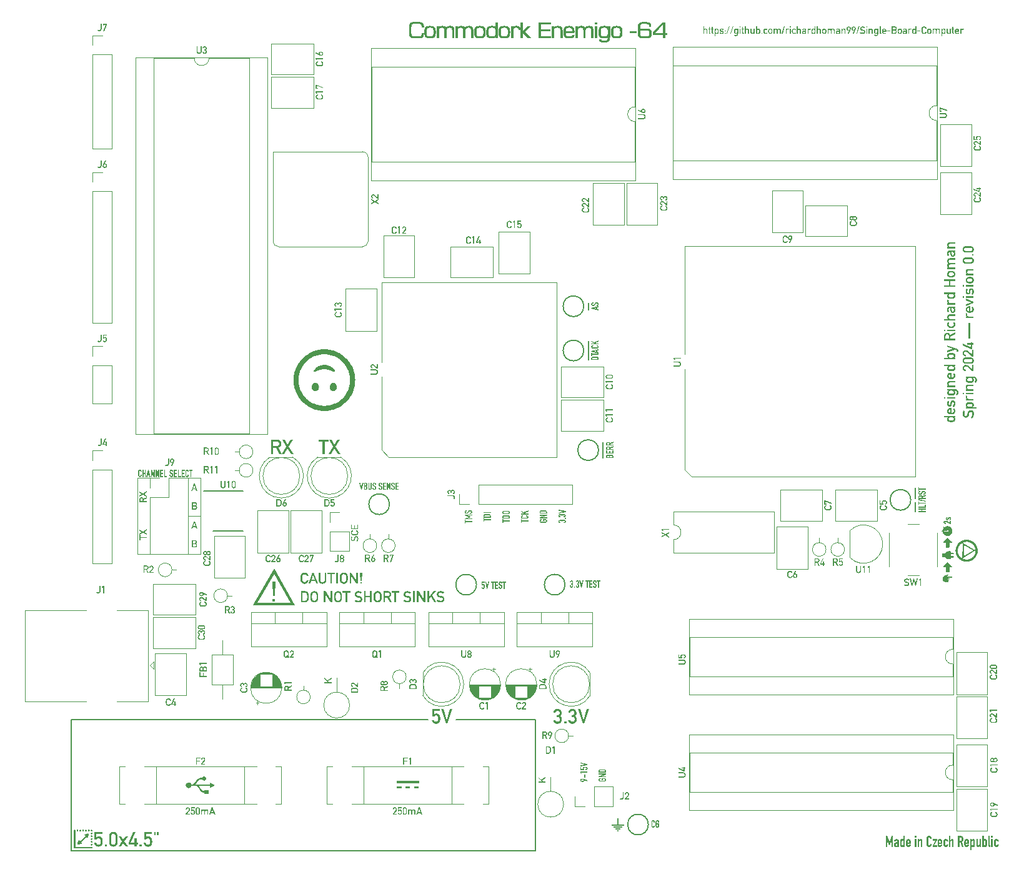
<source format=gbr>
%TF.GenerationSoftware,KiCad,Pcbnew,7.0.10*%
%TF.CreationDate,2024-02-05T22:36:49-06:00*%
%TF.ProjectId,SBC Circuit,53424320-4369-4726-9375-69742e6b6963,0.0*%
%TF.SameCoordinates,Original*%
%TF.FileFunction,Legend,Top*%
%TF.FilePolarity,Positive*%
%FSLAX46Y46*%
G04 Gerber Fmt 4.6, Leading zero omitted, Abs format (unit mm)*
G04 Created by KiCad (PCBNEW 7.0.10) date 2024-02-05 22:36:49*
%MOMM*%
%LPD*%
G01*
G04 APERTURE LIST*
%ADD10C,0.120000*%
%ADD11C,0.150000*%
%ADD12C,0.300000*%
%ADD13C,0.625000*%
%ADD14C,0.250000*%
%ADD15C,0.200000*%
%ADD16C,0.075000*%
%ADD17C,0.125000*%
G04 APERTURE END LIST*
D10*
X92290000Y-95285400D02*
X93960000Y-95285400D01*
X87085000Y-105565400D02*
X85415000Y-105565400D01*
X93960000Y-105565400D02*
X93960000Y-95285400D01*
X85415000Y-95285400D02*
X85415000Y-105565400D01*
X92290000Y-105565400D02*
X93960000Y-105565400D01*
D11*
X139329800Y-128041400D02*
X139329800Y-145796000D01*
X76439400Y-128041400D02*
X76439400Y-145796000D01*
D10*
X92290000Y-100425400D02*
X93960000Y-100425400D01*
D11*
X139329800Y-128041400D02*
X128620000Y-128041400D01*
D10*
X87085000Y-95285400D02*
X85415000Y-95285400D01*
D11*
X124820000Y-128041400D02*
X76439400Y-128041400D01*
X139329800Y-145796000D02*
X76439400Y-145796000D01*
G36*
X109602505Y-82375188D02*
G01*
X109671684Y-82392924D01*
X109737188Y-82421633D01*
X109798066Y-82460621D01*
X109853371Y-82509192D01*
X109902152Y-82566649D01*
X109943462Y-82632299D01*
X109976351Y-82705444D01*
X109999869Y-82785390D01*
X110013069Y-82871441D01*
X110015666Y-82931857D01*
X110013069Y-82992789D01*
X109999869Y-83079495D01*
X109976351Y-83159965D01*
X109943462Y-83233518D01*
X109902152Y-83299474D01*
X109853371Y-83357152D01*
X109798066Y-83405870D01*
X109737188Y-83444947D01*
X109671684Y-83473702D01*
X109602505Y-83491455D01*
X109530600Y-83497524D01*
X109506121Y-83496841D01*
X109434318Y-83486802D01*
X109365693Y-83465306D01*
X109301181Y-83433034D01*
X109241716Y-83390668D01*
X109188233Y-83338888D01*
X109141666Y-83278375D01*
X109102951Y-83209811D01*
X109073022Y-83133876D01*
X109052812Y-83051252D01*
X109045201Y-82992789D01*
X109042603Y-82931857D01*
X109045250Y-82871441D01*
X109058683Y-82785390D01*
X109082582Y-82705444D01*
X109115949Y-82632299D01*
X109157782Y-82566649D01*
X109207083Y-82509192D01*
X109262851Y-82460621D01*
X109324086Y-82421633D01*
X109389790Y-82392924D01*
X109458961Y-82375188D01*
X109530600Y-82369122D01*
X109602505Y-82375188D01*
G37*
G36*
X112034789Y-82375188D02*
G01*
X112103664Y-82392924D01*
X112168925Y-82421633D01*
X112229617Y-82460621D01*
X112284784Y-82509192D01*
X112333468Y-82566649D01*
X112374715Y-82632299D01*
X112407567Y-82705444D01*
X112431068Y-82785390D01*
X112444262Y-82871441D01*
X112446860Y-82931857D01*
X112444262Y-82992789D01*
X112431068Y-83079495D01*
X112407567Y-83159965D01*
X112374715Y-83233518D01*
X112333468Y-83299474D01*
X112284784Y-83357152D01*
X112229617Y-83405870D01*
X112168925Y-83444947D01*
X112103664Y-83473702D01*
X112034789Y-83491455D01*
X111963259Y-83497524D01*
X111938780Y-83496841D01*
X111866977Y-83486802D01*
X111798352Y-83465306D01*
X111733839Y-83433034D01*
X111674374Y-83390668D01*
X111620891Y-83338888D01*
X111574325Y-83278375D01*
X111535610Y-83209811D01*
X111505680Y-83133876D01*
X111485471Y-83051252D01*
X111477860Y-82992789D01*
X111475262Y-82931857D01*
X111477908Y-82871441D01*
X111491341Y-82785390D01*
X111515241Y-82705444D01*
X111548608Y-82632299D01*
X111590441Y-82566649D01*
X111639742Y-82509192D01*
X111695510Y-82460621D01*
X111756745Y-82421633D01*
X111822448Y-82392924D01*
X111891619Y-82375188D01*
X111963259Y-82369122D01*
X112034789Y-82375188D01*
G37*
G36*
X110829261Y-79951296D02*
G01*
X110906959Y-79956120D01*
X110982901Y-79963967D01*
X111057034Y-79974676D01*
X111129303Y-79988090D01*
X111199656Y-80004047D01*
X111268037Y-80022391D01*
X111334395Y-80042960D01*
X111398674Y-80065597D01*
X111460822Y-80090142D01*
X111520784Y-80116436D01*
X111578508Y-80144320D01*
X111633938Y-80173635D01*
X111687023Y-80204221D01*
X111737708Y-80235920D01*
X111831662Y-80302019D01*
X111915373Y-80370658D01*
X111988410Y-80440564D01*
X112050345Y-80510466D01*
X112100748Y-80579089D01*
X112139190Y-80645161D01*
X112165241Y-80707408D01*
X112180146Y-80790824D01*
X112164072Y-80854045D01*
X112115239Y-80897586D01*
X112054533Y-80908275D01*
X111995499Y-80893406D01*
X111939489Y-80863166D01*
X111881748Y-80832558D01*
X111822025Y-80801904D01*
X111760064Y-80771522D01*
X111695613Y-80741732D01*
X111628419Y-80712855D01*
X111558228Y-80685209D01*
X111484787Y-80659116D01*
X111407843Y-80634895D01*
X111327142Y-80612866D01*
X111242431Y-80593348D01*
X111153456Y-80576662D01*
X111059966Y-80563126D01*
X110961705Y-80553063D01*
X110858421Y-80546790D01*
X110749860Y-80544628D01*
X110641041Y-80546741D01*
X110537524Y-80552882D01*
X110439047Y-80562750D01*
X110345348Y-80576043D01*
X110256167Y-80592462D01*
X110171240Y-80611707D01*
X110090305Y-80633475D01*
X110013102Y-80657468D01*
X109939367Y-80683384D01*
X109868840Y-80710923D01*
X109801258Y-80739784D01*
X109736359Y-80769667D01*
X109673882Y-80800271D01*
X109613564Y-80831296D01*
X109555144Y-80862441D01*
X109498360Y-80893406D01*
X109441626Y-80908275D01*
X109382358Y-80897586D01*
X109334114Y-80854045D01*
X109318109Y-80790824D01*
X109319783Y-80764559D01*
X109333015Y-80707408D01*
X109359071Y-80645161D01*
X109397522Y-80579089D01*
X109447943Y-80510466D01*
X109509905Y-80440564D01*
X109582981Y-80370658D01*
X109666744Y-80302019D01*
X109760767Y-80235920D01*
X109811493Y-80204221D01*
X109864624Y-80173635D01*
X109920105Y-80144320D01*
X109977885Y-80116436D01*
X110037910Y-80090142D01*
X110100125Y-80065597D01*
X110164479Y-80042960D01*
X110230917Y-80022391D01*
X110299386Y-80004047D01*
X110369832Y-79988090D01*
X110442203Y-79974676D01*
X110516445Y-79963967D01*
X110592504Y-79956120D01*
X110670327Y-79951296D01*
X110749860Y-79949652D01*
X110829261Y-79951296D01*
G37*
G36*
X110958474Y-77825861D02*
G01*
X111168949Y-77842230D01*
X111376611Y-77869173D01*
X111581184Y-77906413D01*
X111782389Y-77953672D01*
X111979950Y-78010674D01*
X112173590Y-78077141D01*
X112363031Y-78152796D01*
X112547996Y-78237361D01*
X112728208Y-78330561D01*
X112903391Y-78432116D01*
X113073265Y-78541751D01*
X113237555Y-78659188D01*
X113395984Y-78784150D01*
X113548273Y-78916360D01*
X113694147Y-79055540D01*
X113833327Y-79201413D01*
X113965537Y-79353703D01*
X114090498Y-79512131D01*
X114207936Y-79676422D01*
X114317571Y-79846296D01*
X114419126Y-80021478D01*
X114512326Y-80201691D01*
X114596891Y-80386656D01*
X114672546Y-80576097D01*
X114739013Y-80769737D01*
X114796015Y-80967298D01*
X114843274Y-81168503D01*
X114880514Y-81373075D01*
X114907457Y-81580738D01*
X114923826Y-81791212D01*
X114929344Y-82004223D01*
X114923834Y-82217620D01*
X114907490Y-82428433D01*
X114880588Y-82636386D01*
X114843403Y-82841205D01*
X114796213Y-83042615D01*
X114739293Y-83240342D01*
X114672921Y-83434110D01*
X114597372Y-83623644D01*
X114512923Y-83808671D01*
X114419851Y-83988915D01*
X114318431Y-84164102D01*
X114208940Y-84333956D01*
X114091655Y-84498203D01*
X113966851Y-84656568D01*
X113834806Y-84808777D01*
X113695795Y-84954554D01*
X113550096Y-85093625D01*
X113397984Y-85225715D01*
X113239735Y-85350550D01*
X113075627Y-85467854D01*
X112905935Y-85577352D01*
X112730936Y-85678771D01*
X112550906Y-85771834D01*
X112366122Y-85856268D01*
X112176860Y-85931798D01*
X111983397Y-85998149D01*
X111786008Y-86055045D01*
X111584971Y-86102213D01*
X111380561Y-86139378D01*
X111173055Y-86166264D01*
X110962729Y-86182597D01*
X110749860Y-86188103D01*
X110536451Y-86182597D01*
X110325601Y-86166264D01*
X110117589Y-86139378D01*
X109912689Y-86102213D01*
X109711180Y-86055045D01*
X109513336Y-85998149D01*
X109319434Y-85931798D01*
X109129752Y-85856268D01*
X108944564Y-85771834D01*
X108764148Y-85678771D01*
X108588780Y-85577352D01*
X108418736Y-85467854D01*
X108254293Y-85350550D01*
X108095727Y-85225715D01*
X107943314Y-85093625D01*
X107797331Y-84954554D01*
X107658054Y-84808777D01*
X107525760Y-84656568D01*
X107400724Y-84498203D01*
X107283224Y-84333956D01*
X107173536Y-84164102D01*
X107071936Y-83988915D01*
X106978700Y-83808671D01*
X106894105Y-83623644D01*
X106818428Y-83434110D01*
X106751944Y-83240342D01*
X106694930Y-83042615D01*
X106647662Y-82841205D01*
X106610418Y-82636386D01*
X106583472Y-82428433D01*
X106567102Y-82217620D01*
X106561584Y-82004223D01*
X107259142Y-82004223D01*
X107263657Y-82184546D01*
X107277060Y-82362397D01*
X107299136Y-82537564D01*
X107329672Y-82709832D01*
X107368454Y-82878988D01*
X107415266Y-83044820D01*
X107469896Y-83207113D01*
X107532129Y-83365655D01*
X107601750Y-83520232D01*
X107678546Y-83670631D01*
X107762303Y-83816638D01*
X107852806Y-83958041D01*
X107949842Y-84094625D01*
X108053195Y-84226177D01*
X108162653Y-84352485D01*
X108278001Y-84473335D01*
X108399024Y-84588513D01*
X108525509Y-84697806D01*
X108657242Y-84801001D01*
X108794008Y-84897885D01*
X108935593Y-84988244D01*
X109081783Y-85071865D01*
X109232364Y-85148534D01*
X109387123Y-85218039D01*
X109545844Y-85280165D01*
X109708313Y-85334701D01*
X109874317Y-85381431D01*
X110043642Y-85420143D01*
X110216072Y-85450624D01*
X110391395Y-85472660D01*
X110569396Y-85486038D01*
X110749860Y-85490545D01*
X110930158Y-85486038D01*
X111107936Y-85472660D01*
X111282984Y-85450624D01*
X111455092Y-85420143D01*
X111624049Y-85381431D01*
X111789646Y-85334701D01*
X111951673Y-85280165D01*
X112109919Y-85218039D01*
X112264175Y-85148534D01*
X112414229Y-85071865D01*
X112559873Y-84988244D01*
X112700896Y-84897885D01*
X112837088Y-84801001D01*
X112968239Y-84697806D01*
X113094138Y-84588513D01*
X113214576Y-84473335D01*
X113329343Y-84352485D01*
X113438227Y-84226177D01*
X113541021Y-84094625D01*
X113637512Y-83958041D01*
X113727492Y-83816638D01*
X113810749Y-83670631D01*
X113887074Y-83520232D01*
X113956258Y-83365655D01*
X114018088Y-83207113D01*
X114072357Y-83044820D01*
X114118853Y-82878988D01*
X114157366Y-82709832D01*
X114187686Y-82537564D01*
X114209604Y-82362397D01*
X114222908Y-82184546D01*
X114227390Y-82004223D01*
X114222896Y-81823900D01*
X114209554Y-81646048D01*
X114187578Y-81470882D01*
X114157177Y-81298614D01*
X114118564Y-81129457D01*
X114071951Y-80963626D01*
X114017549Y-80801332D01*
X113955571Y-80642790D01*
X113886227Y-80488213D01*
X113809729Y-80337815D01*
X113726290Y-80191807D01*
X113636121Y-80050405D01*
X113539433Y-79913821D01*
X113436439Y-79782268D01*
X113327350Y-79655960D01*
X113212378Y-79535111D01*
X113091734Y-79419933D01*
X112965630Y-79310639D01*
X112834279Y-79207444D01*
X112697891Y-79110560D01*
X112556678Y-79020202D01*
X112410853Y-78936581D01*
X112260626Y-78859911D01*
X112106210Y-78790407D01*
X111947816Y-78728280D01*
X111785656Y-78673745D01*
X111619941Y-78627015D01*
X111450884Y-78588302D01*
X111278696Y-78557822D01*
X111103589Y-78535785D01*
X110925774Y-78522407D01*
X110745464Y-78517900D01*
X110565141Y-78522407D01*
X110387290Y-78535785D01*
X110212123Y-78557822D01*
X110039855Y-78588302D01*
X109870698Y-78627015D01*
X109704867Y-78673745D01*
X109542573Y-78728280D01*
X109384031Y-78790407D01*
X109229454Y-78859911D01*
X109079056Y-78936581D01*
X108933049Y-79020202D01*
X108791646Y-79110560D01*
X108655062Y-79207444D01*
X108523509Y-79310639D01*
X108397202Y-79419933D01*
X108276352Y-79535111D01*
X108161174Y-79655960D01*
X108051881Y-79782268D01*
X107948685Y-79913821D01*
X107851802Y-80050405D01*
X107761443Y-80191807D01*
X107677822Y-80337815D01*
X107601153Y-80488213D01*
X107531648Y-80642790D01*
X107469521Y-80801332D01*
X107414986Y-80963626D01*
X107368256Y-81129457D01*
X107329544Y-81298614D01*
X107299063Y-81470882D01*
X107277027Y-81646048D01*
X107263648Y-81823900D01*
X107259142Y-82004223D01*
X106561584Y-82004223D01*
X106567089Y-81791212D01*
X106583423Y-81580738D01*
X106610309Y-81373075D01*
X106647474Y-81168503D01*
X106694642Y-80967298D01*
X106751538Y-80769737D01*
X106817889Y-80576097D01*
X106893418Y-80386656D01*
X106977853Y-80201691D01*
X107070916Y-80021478D01*
X107172335Y-79846296D01*
X107281833Y-79676422D01*
X107399137Y-79512131D01*
X107523971Y-79353703D01*
X107656061Y-79201413D01*
X107795133Y-79055540D01*
X107940910Y-78916360D01*
X108093118Y-78784150D01*
X108251484Y-78659188D01*
X108415731Y-78541751D01*
X108585585Y-78432116D01*
X108760771Y-78330561D01*
X108941015Y-78237361D01*
X109126042Y-78152796D01*
X109315577Y-78077141D01*
X109509345Y-78010674D01*
X109707072Y-77953672D01*
X109908482Y-77906413D01*
X110113301Y-77869173D01*
X110321254Y-77842230D01*
X110532067Y-77825861D01*
X110745464Y-77820343D01*
X110958474Y-77825861D01*
G37*
G36*
X93212573Y-103690442D02*
G01*
X93230094Y-103691458D01*
X93247042Y-103693029D01*
X93263418Y-103695156D01*
X93279221Y-103697838D01*
X93294452Y-103701075D01*
X93309110Y-103704867D01*
X93323196Y-103709215D01*
X93336710Y-103714118D01*
X93349651Y-103719576D01*
X93362019Y-103725590D01*
X93373815Y-103732158D01*
X93385039Y-103739283D01*
X93395690Y-103746962D01*
X93405769Y-103755197D01*
X93415276Y-103763986D01*
X93424296Y-103773360D01*
X93432735Y-103783102D01*
X93440592Y-103793213D01*
X93447867Y-103803691D01*
X93454560Y-103814538D01*
X93460670Y-103825753D01*
X93466199Y-103837337D01*
X93471146Y-103849288D01*
X93475511Y-103861608D01*
X93479294Y-103874296D01*
X93482495Y-103887353D01*
X93485114Y-103900778D01*
X93487151Y-103914571D01*
X93488606Y-103928732D01*
X93489479Y-103943262D01*
X93489770Y-103958159D01*
X93489827Y-103965863D01*
X93489441Y-103977339D01*
X93488487Y-103988720D01*
X93486968Y-104000007D01*
X93484881Y-104011200D01*
X93482228Y-104022298D01*
X93479008Y-104033302D01*
X93475221Y-104044212D01*
X93470868Y-104055027D01*
X93465947Y-104065747D01*
X93460461Y-104076373D01*
X93458452Y-104079691D01*
X93452956Y-104087903D01*
X93446779Y-104095996D01*
X93439923Y-104103970D01*
X93432387Y-104111824D01*
X93424171Y-104119560D01*
X93415276Y-104127175D01*
X93407735Y-104133396D01*
X93399766Y-104139479D01*
X93391370Y-104145425D01*
X93382547Y-104151233D01*
X93373296Y-104156904D01*
X93363618Y-104162438D01*
X93353513Y-104167834D01*
X93342980Y-104173093D01*
X93342980Y-104175780D01*
X93352992Y-104178605D01*
X93362695Y-104181768D01*
X93372089Y-104185268D01*
X93381173Y-104189106D01*
X93394221Y-104195497D01*
X93406573Y-104202647D01*
X93418229Y-104210558D01*
X93429190Y-104219228D01*
X93439455Y-104228659D01*
X93449025Y-104238849D01*
X93457899Y-104249799D01*
X93466078Y-104261509D01*
X93470781Y-104269889D01*
X93477266Y-104282626D01*
X93483068Y-104295566D01*
X93488188Y-104308707D01*
X93492625Y-104322050D01*
X93496380Y-104335595D01*
X93499452Y-104349341D01*
X93501841Y-104363289D01*
X93503547Y-104377440D01*
X93504571Y-104391791D01*
X93504913Y-104406345D01*
X93504426Y-104422345D01*
X93503333Y-104437921D01*
X93501633Y-104453074D01*
X93499326Y-104467803D01*
X93496412Y-104482108D01*
X93492891Y-104495990D01*
X93488764Y-104509448D01*
X93484030Y-104522483D01*
X93478689Y-104535093D01*
X93472741Y-104547281D01*
X93466187Y-104559045D01*
X93459026Y-104570385D01*
X93451258Y-104581301D01*
X93442883Y-104591794D01*
X93433901Y-104601863D01*
X93424313Y-104611509D01*
X93414329Y-104621062D01*
X93404040Y-104629999D01*
X93393446Y-104638319D01*
X93382547Y-104646024D01*
X93371342Y-104653111D01*
X93359833Y-104659583D01*
X93348017Y-104665438D01*
X93335897Y-104670677D01*
X93323471Y-104675299D01*
X93310740Y-104679306D01*
X93297703Y-104682695D01*
X93284361Y-104685469D01*
X93270714Y-104687626D01*
X93256762Y-104689167D01*
X93242504Y-104690091D01*
X93227941Y-104690400D01*
X92808332Y-104690400D01*
X92808332Y-104251251D01*
X92959518Y-104251251D01*
X92959518Y-104551181D01*
X93191793Y-104551181D01*
X93197001Y-104551048D01*
X93207152Y-104550528D01*
X93216952Y-104549674D01*
X93230994Y-104547762D01*
X93244246Y-104545094D01*
X93256709Y-104541671D01*
X93268381Y-104537492D01*
X93279263Y-104532558D01*
X93289355Y-104526867D01*
X93298657Y-104520422D01*
X93307170Y-104513220D01*
X93314892Y-104505263D01*
X93319594Y-104499734D01*
X93326080Y-104491196D01*
X93331882Y-104482366D01*
X93337002Y-104473244D01*
X93341439Y-104463830D01*
X93345193Y-104454124D01*
X93348265Y-104444126D01*
X93350655Y-104433837D01*
X93352361Y-104423255D01*
X93353385Y-104412381D01*
X93353726Y-104401216D01*
X93353575Y-104393591D01*
X93352778Y-104382411D01*
X93351299Y-104371540D01*
X93349138Y-104360979D01*
X93346293Y-104350726D01*
X93342766Y-104340783D01*
X93338557Y-104331149D01*
X93333664Y-104321824D01*
X93328090Y-104312808D01*
X93321832Y-104304101D01*
X93314892Y-104295703D01*
X93312406Y-104293057D01*
X93304420Y-104285605D01*
X93295644Y-104278883D01*
X93286079Y-104272891D01*
X93275723Y-104267629D01*
X93264578Y-104263097D01*
X93252642Y-104259294D01*
X93239917Y-104256222D01*
X93226402Y-104253879D01*
X93212096Y-104252266D01*
X93202120Y-104251596D01*
X93191793Y-104251251D01*
X92959518Y-104251251D01*
X92808332Y-104251251D01*
X92808332Y-103829199D01*
X92959518Y-103829199D01*
X92959518Y-104113498D01*
X93177627Y-104113498D01*
X93187777Y-104113330D01*
X93202364Y-104112448D01*
X93216187Y-104110811D01*
X93229246Y-104108418D01*
X93241541Y-104105270D01*
X93253071Y-104101366D01*
X93263837Y-104096706D01*
X93273839Y-104091291D01*
X93283077Y-104085120D01*
X93291551Y-104078193D01*
X93299260Y-104070511D01*
X93304052Y-104065486D01*
X93310659Y-104057651D01*
X93316571Y-104049460D01*
X93321787Y-104040913D01*
X93326308Y-104032010D01*
X93330134Y-104022750D01*
X93333263Y-104013133D01*
X93335698Y-104003160D01*
X93337437Y-103992831D01*
X93338480Y-103982146D01*
X93338828Y-103971104D01*
X93338673Y-103963666D01*
X93337862Y-103952781D01*
X93336355Y-103942223D01*
X93334152Y-103931990D01*
X93331254Y-103922084D01*
X93327661Y-103912504D01*
X93323372Y-103903251D01*
X93318387Y-103894323D01*
X93312707Y-103885722D01*
X93306331Y-103877448D01*
X93299260Y-103869499D01*
X93296775Y-103867109D01*
X93288807Y-103860375D01*
X93280071Y-103854297D01*
X93270567Y-103848877D01*
X93260293Y-103844114D01*
X93249252Y-103840007D01*
X93237441Y-103836557D01*
X93224863Y-103833764D01*
X93211515Y-103831629D01*
X93197400Y-103830149D01*
X93187562Y-103829528D01*
X93177383Y-103829199D01*
X92959518Y-103829199D01*
X92808332Y-103829199D01*
X92808332Y-103689981D01*
X93194480Y-103689981D01*
X93212573Y-103690442D01*
G37*
D12*
G36*
X196225000Y-87056594D02*
G01*
X196127547Y-87056594D01*
X196141715Y-87070036D01*
X196155001Y-87083985D01*
X196167406Y-87098441D01*
X196178929Y-87113403D01*
X196189571Y-87128872D01*
X196199331Y-87144847D01*
X196208210Y-87161330D01*
X196216207Y-87178318D01*
X196223322Y-87195814D01*
X196229556Y-87213815D01*
X196234909Y-87232324D01*
X196239379Y-87251339D01*
X196242969Y-87270861D01*
X196245676Y-87290889D01*
X196247502Y-87311424D01*
X196248447Y-87332466D01*
X196248030Y-87344401D01*
X196246874Y-87361897D01*
X196245081Y-87378903D01*
X196242650Y-87395419D01*
X196239581Y-87411446D01*
X196235875Y-87426984D01*
X196231531Y-87442032D01*
X196226550Y-87456591D01*
X196220931Y-87470660D01*
X196214674Y-87484240D01*
X196207780Y-87497330D01*
X196200551Y-87510588D01*
X196192878Y-87523433D01*
X196184761Y-87535867D01*
X196176199Y-87547888D01*
X196167192Y-87559497D01*
X196154493Y-87574335D01*
X196141003Y-87588440D01*
X196130367Y-87598538D01*
X196119287Y-87608224D01*
X196107763Y-87617497D01*
X196094459Y-87628025D01*
X196080011Y-87637625D01*
X196064417Y-87646297D01*
X196047679Y-87654042D01*
X196029796Y-87660860D01*
X196015632Y-87665365D01*
X196000825Y-87669348D01*
X195985373Y-87672809D01*
X195969277Y-87675749D01*
X195963951Y-87676831D01*
X195946706Y-87679871D01*
X195927561Y-87682601D01*
X195906516Y-87685023D01*
X195891431Y-87686465D01*
X195875501Y-87687771D01*
X195858727Y-87688938D01*
X195841108Y-87689969D01*
X195822646Y-87690862D01*
X195803339Y-87691617D01*
X195783187Y-87692236D01*
X195762191Y-87692717D01*
X195740351Y-87693060D01*
X195717667Y-87693266D01*
X195694138Y-87693335D01*
X195682066Y-87693318D01*
X195658581Y-87693180D01*
X195635976Y-87692905D01*
X195614248Y-87692493D01*
X195593400Y-87691944D01*
X195573430Y-87691257D01*
X195554339Y-87690433D01*
X195536127Y-87689471D01*
X195518793Y-87688372D01*
X195502338Y-87687135D01*
X195486762Y-87685761D01*
X195472065Y-87684250D01*
X195451666Y-87681726D01*
X195433244Y-87678892D01*
X195416800Y-87675749D01*
X195406486Y-87673847D01*
X195391493Y-87670560D01*
X195377072Y-87666750D01*
X195358737Y-87660860D01*
X195341420Y-87654042D01*
X195325123Y-87646297D01*
X195309844Y-87637625D01*
X195295585Y-87628025D01*
X195282344Y-87617497D01*
X195266486Y-87605822D01*
X195251610Y-87593329D01*
X195237715Y-87580017D01*
X195224802Y-87565886D01*
X195212871Y-87550936D01*
X195201922Y-87535168D01*
X195191954Y-87518582D01*
X195182968Y-87501177D01*
X195174964Y-87482953D01*
X195167941Y-87463911D01*
X195161901Y-87444050D01*
X195156842Y-87423370D01*
X195152764Y-87401872D01*
X195149669Y-87379555D01*
X195147555Y-87356420D01*
X195146423Y-87332466D01*
X195146713Y-87317188D01*
X195147582Y-87302129D01*
X195149031Y-87287289D01*
X195151060Y-87272668D01*
X195152148Y-87266887D01*
X195355251Y-87266887D01*
X195355276Y-87271592D01*
X195355895Y-87289709D01*
X195357337Y-87306705D01*
X195359604Y-87322579D01*
X195362695Y-87337331D01*
X195367719Y-87354193D01*
X195374030Y-87369302D01*
X195381629Y-87382658D01*
X195385328Y-87388062D01*
X195395291Y-87400770D01*
X195406273Y-87412333D01*
X195418274Y-87422752D01*
X195431296Y-87432025D01*
X195445337Y-87440154D01*
X195460397Y-87447138D01*
X195466658Y-87449514D01*
X195482599Y-87455002D01*
X195498951Y-87459846D01*
X195515715Y-87464047D01*
X195532890Y-87467603D01*
X195550477Y-87470515D01*
X195568475Y-87472784D01*
X195584188Y-87474243D01*
X195600005Y-87475508D01*
X195615925Y-87476579D01*
X195631947Y-87477455D01*
X195648073Y-87478136D01*
X195664302Y-87478622D01*
X195680634Y-87478914D01*
X195697069Y-87479012D01*
X195712599Y-87478914D01*
X195728049Y-87478622D01*
X195743419Y-87478136D01*
X195758709Y-87477455D01*
X195773919Y-87476579D01*
X195789049Y-87475508D01*
X195804098Y-87474243D01*
X195819068Y-87472784D01*
X195834449Y-87471020D01*
X195849453Y-87468845D01*
X195864079Y-87466258D01*
X195881830Y-87462444D01*
X195898991Y-87457986D01*
X195915562Y-87452884D01*
X195931542Y-87447138D01*
X195937429Y-87444482D01*
X195951572Y-87437040D01*
X195964892Y-87428453D01*
X195977389Y-87418722D01*
X195989064Y-87407845D01*
X195999915Y-87395824D01*
X196009944Y-87382658D01*
X196011769Y-87380127D01*
X196020029Y-87366421D01*
X196026839Y-87350961D01*
X196032200Y-87333748D01*
X196035446Y-87318716D01*
X196037764Y-87302562D01*
X196039155Y-87285285D01*
X196039619Y-87266887D01*
X196039495Y-87257530D01*
X196038499Y-87239555D01*
X196036507Y-87222565D01*
X196033518Y-87206560D01*
X196029534Y-87191539D01*
X196024554Y-87177502D01*
X196016928Y-87161342D01*
X196007745Y-87146719D01*
X196003824Y-87141331D01*
X195993370Y-87128800D01*
X195981985Y-87117611D01*
X195969671Y-87107763D01*
X195956426Y-87099257D01*
X195942251Y-87092092D01*
X195927145Y-87086269D01*
X195911289Y-87080189D01*
X195894859Y-87074770D01*
X195877858Y-87070014D01*
X195860284Y-87065919D01*
X195845812Y-87063120D01*
X195830975Y-87060744D01*
X195815771Y-87058792D01*
X195804456Y-87058399D01*
X195789429Y-87057935D01*
X195774471Y-87057540D01*
X195759582Y-87057214D01*
X195744761Y-87056956D01*
X195730009Y-87056768D01*
X195715326Y-87056647D01*
X195697069Y-87056594D01*
X195681218Y-87056628D01*
X195665538Y-87056731D01*
X195650031Y-87056903D01*
X195634695Y-87057143D01*
X195619531Y-87057452D01*
X195604539Y-87057830D01*
X195589718Y-87058277D01*
X195575069Y-87058792D01*
X195567776Y-87059715D01*
X195549845Y-87062486D01*
X195532342Y-87065919D01*
X195515269Y-87070014D01*
X195498625Y-87074770D01*
X195482411Y-87080189D01*
X195466625Y-87086269D01*
X195460472Y-87088437D01*
X195445738Y-87094797D01*
X195431935Y-87102498D01*
X195419063Y-87111541D01*
X195407120Y-87121925D01*
X195396107Y-87133651D01*
X195386025Y-87146719D01*
X195382299Y-87152384D01*
X195374034Y-87167621D01*
X195367272Y-87184398D01*
X195362944Y-87198926D01*
X195359578Y-87214439D01*
X195357174Y-87230937D01*
X195355732Y-87248420D01*
X195355251Y-87266887D01*
X195152148Y-87266887D01*
X195154666Y-87253514D01*
X195159303Y-87234750D01*
X195164970Y-87216374D01*
X195171668Y-87198388D01*
X195179396Y-87180791D01*
X195186164Y-87168681D01*
X195195730Y-87152684D01*
X195205914Y-87136859D01*
X195216716Y-87121205D01*
X195228136Y-87105723D01*
X195240174Y-87090413D01*
X195249609Y-87079044D01*
X195259391Y-87067770D01*
X195269521Y-87056594D01*
X194724371Y-87056594D01*
X194724371Y-86842271D01*
X196225000Y-86842271D01*
X196225000Y-87056594D01*
G37*
G36*
X195777302Y-86442567D02*
G01*
X195785256Y-86442495D01*
X195800801Y-86441917D01*
X195815862Y-86440760D01*
X195837546Y-86437942D01*
X195858143Y-86433822D01*
X195877650Y-86428402D01*
X195896070Y-86421681D01*
X195913401Y-86413659D01*
X195929644Y-86404336D01*
X195944798Y-86393712D01*
X195958864Y-86381787D01*
X195971842Y-86368562D01*
X195980049Y-86359829D01*
X195991368Y-86346097D01*
X196001494Y-86331605D01*
X196010430Y-86316353D01*
X196018174Y-86300341D01*
X196024727Y-86283569D01*
X196030088Y-86266037D01*
X196034258Y-86247745D01*
X196037236Y-86228693D01*
X196039023Y-86208882D01*
X196039619Y-86188310D01*
X196039214Y-86172117D01*
X196037999Y-86156145D01*
X196035974Y-86140393D01*
X196033139Y-86124861D01*
X196029494Y-86109549D01*
X196025039Y-86094458D01*
X196019774Y-86079587D01*
X196013699Y-86064937D01*
X196006814Y-86050507D01*
X195999119Y-86036298D01*
X195990614Y-86022309D01*
X195981299Y-86008540D01*
X195971173Y-85994992D01*
X195960238Y-85981664D01*
X195948493Y-85968556D01*
X195935938Y-85955669D01*
X196069295Y-85800697D01*
X196080428Y-85810943D01*
X196091204Y-85821301D01*
X196111684Y-85842354D01*
X196130737Y-85863856D01*
X196148361Y-85885808D01*
X196164557Y-85908209D01*
X196179324Y-85931060D01*
X196192664Y-85954360D01*
X196204575Y-85978109D01*
X196215058Y-86002308D01*
X196224112Y-86026956D01*
X196231739Y-86052053D01*
X196237937Y-86077600D01*
X196242707Y-86103596D01*
X196246048Y-86130041D01*
X196247962Y-86156936D01*
X196248447Y-86184280D01*
X196248349Y-86194753D01*
X196247839Y-86210409D01*
X196246890Y-86226000D01*
X196245503Y-86241527D01*
X196243678Y-86256989D01*
X196241416Y-86272387D01*
X196238715Y-86287721D01*
X196235577Y-86302990D01*
X196232000Y-86318195D01*
X196227986Y-86333336D01*
X196223534Y-86348412D01*
X196221804Y-86353395D01*
X196216184Y-86368241D01*
X196209920Y-86382933D01*
X196203012Y-86397470D01*
X196195460Y-86411853D01*
X196187264Y-86426081D01*
X196184755Y-86431054D01*
X196176800Y-86445750D01*
X196168200Y-86460111D01*
X196158957Y-86474137D01*
X196149069Y-86487829D01*
X196138538Y-86501185D01*
X196130841Y-86509513D01*
X196118599Y-86521634D01*
X196105519Y-86533311D01*
X196091602Y-86544543D01*
X196076848Y-86555332D01*
X196061257Y-86565675D01*
X196044828Y-86575575D01*
X196027563Y-86585030D01*
X196009460Y-86594040D01*
X195990520Y-86602606D01*
X195970743Y-86610728D01*
X195957539Y-86616318D01*
X195943849Y-86621548D01*
X195929673Y-86626416D01*
X195915010Y-86630924D01*
X195899860Y-86635072D01*
X195884223Y-86638858D01*
X195868101Y-86642284D01*
X195851491Y-86645350D01*
X195834395Y-86648055D01*
X195816812Y-86650399D01*
X195798743Y-86652382D01*
X195780187Y-86654005D01*
X195761145Y-86655267D01*
X195741616Y-86656169D01*
X195721601Y-86656710D01*
X195701099Y-86656890D01*
X195691168Y-86656851D01*
X195671622Y-86656539D01*
X195652496Y-86655915D01*
X195633792Y-86654979D01*
X195615508Y-86653731D01*
X195597645Y-86652172D01*
X195580202Y-86650300D01*
X195563181Y-86648116D01*
X195546580Y-86645620D01*
X195530400Y-86642812D01*
X195514640Y-86639692D01*
X195499302Y-86636260D01*
X195484384Y-86632517D01*
X195469887Y-86628461D01*
X195455810Y-86624093D01*
X195435484Y-86616957D01*
X195422198Y-86611876D01*
X195402934Y-86603923D01*
X195384468Y-86595570D01*
X195366801Y-86586818D01*
X195349933Y-86577667D01*
X195333863Y-86568116D01*
X195318591Y-86558167D01*
X195304119Y-86547817D01*
X195290444Y-86537069D01*
X195277569Y-86525921D01*
X195265491Y-86514375D01*
X195257751Y-86506347D01*
X195246649Y-86494087D01*
X195236159Y-86481562D01*
X195226282Y-86468773D01*
X195217015Y-86455721D01*
X195208361Y-86442404D01*
X195200319Y-86428823D01*
X195192888Y-86414978D01*
X195186069Y-86400869D01*
X195179862Y-86386496D01*
X195174267Y-86371859D01*
X195172554Y-86366984D01*
X195167741Y-86352384D01*
X195163418Y-86337823D01*
X195159584Y-86323301D01*
X195156239Y-86308818D01*
X195153384Y-86294373D01*
X195150339Y-86275173D01*
X195148163Y-86256042D01*
X195146858Y-86236980D01*
X195146423Y-86217986D01*
X195355251Y-86217986D01*
X195355478Y-86229894D01*
X195356673Y-86247247D01*
X195358891Y-86263988D01*
X195362134Y-86280116D01*
X195366401Y-86295634D01*
X195371691Y-86310539D01*
X195378005Y-86324833D01*
X195385344Y-86338514D01*
X195393706Y-86351584D01*
X195403092Y-86364043D01*
X195413503Y-86375889D01*
X195425486Y-86386747D01*
X195438494Y-86396651D01*
X195452526Y-86405603D01*
X195467581Y-86413602D01*
X195483661Y-86420647D01*
X195500765Y-86426739D01*
X195518892Y-86431878D01*
X195538044Y-86436064D01*
X195558219Y-86439297D01*
X195579418Y-86441577D01*
X195594120Y-86442567D01*
X195594120Y-85993405D01*
X195579418Y-85994137D01*
X195558219Y-85996095D01*
X195538044Y-85999083D01*
X195518892Y-86003102D01*
X195500765Y-86008151D01*
X195483661Y-86014230D01*
X195467581Y-86021340D01*
X195452526Y-86029480D01*
X195438494Y-86038651D01*
X195425486Y-86048852D01*
X195413503Y-86060083D01*
X195406449Y-86067912D01*
X195396721Y-86080167D01*
X195388017Y-86093033D01*
X195380338Y-86106511D01*
X195373682Y-86120600D01*
X195368050Y-86135302D01*
X195363442Y-86150615D01*
X195359859Y-86166540D01*
X195357299Y-86183077D01*
X195355763Y-86200225D01*
X195355251Y-86217986D01*
X195146423Y-86217986D01*
X195147147Y-86195399D01*
X195148770Y-86173249D01*
X195151292Y-86151538D01*
X195154712Y-86130265D01*
X195159031Y-86109429D01*
X195164249Y-86089031D01*
X195170366Y-86069072D01*
X195177381Y-86049550D01*
X195185295Y-86030466D01*
X195194108Y-86011820D01*
X195203819Y-85993612D01*
X195214429Y-85975842D01*
X195225938Y-85958510D01*
X195238346Y-85941616D01*
X195251653Y-85925159D01*
X195265858Y-85909141D01*
X195281093Y-85893649D01*
X195297033Y-85879139D01*
X195313677Y-85865611D01*
X195331025Y-85853064D01*
X195349077Y-85841499D01*
X195367833Y-85830916D01*
X195387293Y-85821315D01*
X195407458Y-85812695D01*
X195428326Y-85805058D01*
X195449899Y-85798401D01*
X195472175Y-85792727D01*
X195495156Y-85788035D01*
X195518841Y-85784324D01*
X195543230Y-85781595D01*
X195568323Y-85779847D01*
X195594120Y-85779081D01*
X195777302Y-85779081D01*
X195777302Y-86442567D01*
G37*
G36*
X195896737Y-85523359D02*
G01*
X196050244Y-85673202D01*
X196062438Y-85660145D01*
X196074245Y-85646986D01*
X196085665Y-85633724D01*
X196096698Y-85620360D01*
X196107343Y-85606894D01*
X196117602Y-85593325D01*
X196127473Y-85579654D01*
X196136958Y-85565880D01*
X196146055Y-85552005D01*
X196154765Y-85538027D01*
X196163088Y-85523946D01*
X196171024Y-85509764D01*
X196178572Y-85495479D01*
X196185734Y-85481091D01*
X196192509Y-85466602D01*
X196198896Y-85452010D01*
X196204896Y-85437316D01*
X196210510Y-85422519D01*
X196215736Y-85407620D01*
X196220575Y-85392619D01*
X196225026Y-85377515D01*
X196229091Y-85362309D01*
X196232769Y-85347001D01*
X196236059Y-85331590D01*
X196238962Y-85316078D01*
X196241479Y-85300462D01*
X196243608Y-85284745D01*
X196245350Y-85268925D01*
X196246705Y-85253003D01*
X196247673Y-85236978D01*
X196248253Y-85220851D01*
X196248447Y-85204622D01*
X196247843Y-85180895D01*
X196246581Y-85157705D01*
X196244660Y-85135053D01*
X196242081Y-85112940D01*
X196238844Y-85091364D01*
X196234949Y-85070327D01*
X196230395Y-85049828D01*
X196225183Y-85029867D01*
X196219312Y-85010444D01*
X196212784Y-84991559D01*
X196205597Y-84973212D01*
X196197751Y-84955403D01*
X196189247Y-84938132D01*
X196180086Y-84921400D01*
X196170265Y-84905205D01*
X196159787Y-84889549D01*
X196148930Y-84874545D01*
X196137519Y-84860492D01*
X196125552Y-84847389D01*
X196113029Y-84835236D01*
X196099952Y-84824033D01*
X196086319Y-84813780D01*
X196072131Y-84804478D01*
X196057388Y-84796126D01*
X196042089Y-84788724D01*
X196026235Y-84782273D01*
X196009826Y-84776772D01*
X195992862Y-84772221D01*
X195975342Y-84768620D01*
X195957267Y-84765970D01*
X195938637Y-84764270D01*
X195919452Y-84763520D01*
X195903008Y-84763789D01*
X195886925Y-84764596D01*
X195871203Y-84765941D01*
X195855842Y-84767825D01*
X195840841Y-84770246D01*
X195826201Y-84773205D01*
X195811921Y-84776703D01*
X195791178Y-84782959D01*
X195771246Y-84790425D01*
X195752126Y-84799101D01*
X195733817Y-84808989D01*
X195716319Y-84820087D01*
X195699633Y-84832396D01*
X195683679Y-84847018D01*
X195669065Y-84863270D01*
X195660066Y-84875009D01*
X195651662Y-84887473D01*
X195643854Y-84900660D01*
X195636641Y-84914572D01*
X195630024Y-84929208D01*
X195624002Y-84944568D01*
X195618575Y-84960652D01*
X195613744Y-84977461D01*
X195609508Y-84994993D01*
X195605867Y-85013250D01*
X195602821Y-85032231D01*
X195600371Y-85051936D01*
X195598517Y-85072365D01*
X195585327Y-85248586D01*
X195582889Y-85267356D01*
X195579786Y-85284650D01*
X195576020Y-85300467D01*
X195571589Y-85314806D01*
X195565117Y-85330654D01*
X195557607Y-85344194D01*
X195547226Y-85357396D01*
X195536750Y-85368786D01*
X195523747Y-85378917D01*
X195509902Y-85385646D01*
X195495216Y-85388975D01*
X195484211Y-85389270D01*
X195466975Y-85388241D01*
X195450759Y-85385155D01*
X195435562Y-85380012D01*
X195421385Y-85372812D01*
X195408228Y-85363555D01*
X195396090Y-85352240D01*
X195391521Y-85347138D01*
X195381072Y-85333183D01*
X195373988Y-85319894D01*
X195368037Y-85304715D01*
X195363220Y-85287648D01*
X195359537Y-85268691D01*
X195357518Y-85253234D01*
X195356136Y-85236715D01*
X195355392Y-85219132D01*
X195355251Y-85206821D01*
X195355457Y-85190446D01*
X195356075Y-85174432D01*
X195357105Y-85158778D01*
X195358548Y-85143485D01*
X195360403Y-85128553D01*
X195362670Y-85113982D01*
X195366333Y-85095114D01*
X195370730Y-85076887D01*
X195375859Y-85059302D01*
X195378698Y-85050749D01*
X195385510Y-85033731D01*
X195392757Y-85016929D01*
X195400439Y-85000346D01*
X195408557Y-84983979D01*
X195417109Y-84967831D01*
X195426096Y-84951900D01*
X195435519Y-84936186D01*
X195445376Y-84920690D01*
X195291137Y-84788433D01*
X195278804Y-84803241D01*
X195266948Y-84818404D01*
X195255569Y-84833921D01*
X195244666Y-84849793D01*
X195234240Y-84866018D01*
X195224290Y-84882598D01*
X195214817Y-84899532D01*
X195205820Y-84916820D01*
X195197300Y-84934463D01*
X195189256Y-84952459D01*
X195184159Y-84964654D01*
X195178631Y-84980861D01*
X195173497Y-84997426D01*
X195168756Y-85014349D01*
X195164409Y-85031630D01*
X195160456Y-85049268D01*
X195156896Y-85067264D01*
X195155582Y-85074563D01*
X195153436Y-85089372D01*
X195151575Y-85104674D01*
X195150001Y-85120467D01*
X195148713Y-85136753D01*
X195147711Y-85153532D01*
X195146996Y-85170802D01*
X195146566Y-85188565D01*
X195146423Y-85206821D01*
X195146745Y-85227839D01*
X195147711Y-85248397D01*
X195149321Y-85268494D01*
X195151575Y-85288130D01*
X195154473Y-85307306D01*
X195158015Y-85326021D01*
X195162201Y-85344274D01*
X195167031Y-85362067D01*
X195172505Y-85379400D01*
X195178623Y-85396271D01*
X195185385Y-85412681D01*
X195192791Y-85428631D01*
X195200841Y-85444120D01*
X195209535Y-85459148D01*
X195218873Y-85473715D01*
X195228855Y-85487822D01*
X195239481Y-85501583D01*
X195250751Y-85514475D01*
X195262665Y-85526496D01*
X195275223Y-85537647D01*
X195288425Y-85547929D01*
X195302271Y-85557340D01*
X195316761Y-85565880D01*
X195331895Y-85573551D01*
X195347673Y-85580352D01*
X195364095Y-85586282D01*
X195381161Y-85591343D01*
X195398871Y-85595533D01*
X195417225Y-85598853D01*
X195436223Y-85601303D01*
X195455865Y-85602883D01*
X195476151Y-85603593D01*
X195493041Y-85602991D01*
X195509456Y-85601733D01*
X195525395Y-85599819D01*
X195540860Y-85597250D01*
X195555849Y-85594026D01*
X195570364Y-85590146D01*
X195584403Y-85585611D01*
X195604571Y-85577579D01*
X195623670Y-85568073D01*
X195641700Y-85557092D01*
X195658660Y-85544636D01*
X195674552Y-85530705D01*
X195689375Y-85515299D01*
X195703492Y-85499124D01*
X195716444Y-85482060D01*
X195728231Y-85464108D01*
X195738851Y-85445266D01*
X195748306Y-85425536D01*
X195753962Y-85411889D01*
X195759100Y-85397847D01*
X195763719Y-85383410D01*
X195767821Y-85368578D01*
X195771404Y-85353351D01*
X195774470Y-85337729D01*
X195777017Y-85321712D01*
X195779047Y-85305300D01*
X195779867Y-85296946D01*
X195796353Y-85108269D01*
X195797568Y-85090188D01*
X195799838Y-85073271D01*
X195803164Y-85057516D01*
X195807545Y-85042924D01*
X195814195Y-85026949D01*
X195822365Y-85012647D01*
X195832107Y-85000819D01*
X195844296Y-84991438D01*
X195858931Y-84984505D01*
X195876015Y-84980018D01*
X195892120Y-84978149D01*
X195902599Y-84977843D01*
X195918364Y-84978759D01*
X195933236Y-84981506D01*
X195947215Y-84986086D01*
X195963433Y-84994386D01*
X195975403Y-85003088D01*
X195986480Y-85013621D01*
X195996664Y-85025985D01*
X196003715Y-85036461D01*
X196012130Y-85051556D01*
X196019423Y-85067717D01*
X196025594Y-85084941D01*
X196030643Y-85103231D01*
X196033694Y-85117647D01*
X196036113Y-85132662D01*
X196037901Y-85148276D01*
X196039058Y-85164488D01*
X196039584Y-85181300D01*
X196039619Y-85187037D01*
X196039061Y-85212522D01*
X196037387Y-85237412D01*
X196034596Y-85261706D01*
X196030689Y-85285406D01*
X196025666Y-85308509D01*
X196019526Y-85331018D01*
X196012271Y-85352931D01*
X196003899Y-85374249D01*
X195994410Y-85394971D01*
X195983806Y-85415099D01*
X195972085Y-85434630D01*
X195959248Y-85453567D01*
X195945295Y-85471908D01*
X195930225Y-85489654D01*
X195914039Y-85506804D01*
X195896737Y-85523359D01*
G37*
G36*
X196225000Y-84542236D02*
G01*
X196225000Y-84327913D01*
X195169870Y-84327913D01*
X195169870Y-84542236D01*
X196225000Y-84542236D01*
G37*
G36*
X194933199Y-84542236D02*
G01*
X194933199Y-84327913D01*
X194724371Y-84327913D01*
X194724371Y-84542236D01*
X194933199Y-84542236D01*
G37*
G36*
X196233480Y-83233863D02*
G01*
X196261853Y-83235895D01*
X196289236Y-83238946D01*
X196315629Y-83243016D01*
X196341031Y-83248105D01*
X196365443Y-83254213D01*
X196388865Y-83261340D01*
X196411296Y-83269486D01*
X196432737Y-83278651D01*
X196453187Y-83288835D01*
X196472647Y-83300038D01*
X196491117Y-83312259D01*
X196508597Y-83325500D01*
X196525086Y-83339759D01*
X196540585Y-83355038D01*
X196555094Y-83371336D01*
X196569069Y-83388443D01*
X196582142Y-83405968D01*
X196594313Y-83423912D01*
X196605583Y-83442273D01*
X196615952Y-83461052D01*
X196625418Y-83480249D01*
X196633984Y-83499864D01*
X196641647Y-83519896D01*
X196648409Y-83540347D01*
X196654270Y-83561215D01*
X196659228Y-83582502D01*
X196663286Y-83604206D01*
X196666441Y-83626328D01*
X196668695Y-83648868D01*
X196670048Y-83671826D01*
X196670498Y-83695202D01*
X196669345Y-83722018D01*
X196666892Y-83748336D01*
X196663140Y-83774156D01*
X196658088Y-83799478D01*
X196651737Y-83824302D01*
X196644086Y-83848628D01*
X196635136Y-83872456D01*
X196624886Y-83895786D01*
X196613337Y-83918618D01*
X196600489Y-83940952D01*
X196586341Y-83962788D01*
X196570893Y-83984126D01*
X196554146Y-84004965D01*
X196536100Y-84025307D01*
X196516754Y-84045151D01*
X196496109Y-84064497D01*
X196366782Y-83898534D01*
X196373693Y-83890731D01*
X196384780Y-83877239D01*
X196395331Y-83863139D01*
X196405345Y-83848431D01*
X196414823Y-83833114D01*
X196423764Y-83817189D01*
X196430530Y-83804012D01*
X196432313Y-83800619D01*
X196438922Y-83786960D01*
X196444695Y-83773164D01*
X196449632Y-83759231D01*
X196453734Y-83745160D01*
X196457685Y-83727379D01*
X196460331Y-83709382D01*
X196461671Y-83691172D01*
X196461438Y-83677646D01*
X196460213Y-83657986D01*
X196457938Y-83639079D01*
X196454614Y-83620926D01*
X196450241Y-83603526D01*
X196444817Y-83586880D01*
X196438344Y-83570987D01*
X196430821Y-83555847D01*
X196422248Y-83541462D01*
X196412626Y-83527829D01*
X196401953Y-83514950D01*
X196394214Y-83507000D01*
X196381918Y-83496004D01*
X196368797Y-83486122D01*
X196354853Y-83477354D01*
X196340084Y-83469700D01*
X196324490Y-83463160D01*
X196308073Y-83457735D01*
X196290831Y-83453423D01*
X196272764Y-83450225D01*
X196253874Y-83448142D01*
X196234159Y-83447173D01*
X196127547Y-83447173D01*
X196141715Y-83460611D01*
X196155001Y-83474547D01*
X196167406Y-83488981D01*
X196178929Y-83503914D01*
X196189571Y-83519344D01*
X196199331Y-83535272D01*
X196208210Y-83551698D01*
X196216207Y-83568623D01*
X196223322Y-83586045D01*
X196229556Y-83603965D01*
X196234909Y-83622384D01*
X196239379Y-83641300D01*
X196242969Y-83660715D01*
X196245676Y-83680627D01*
X196247502Y-83701038D01*
X196248447Y-83721946D01*
X196248015Y-83734769D01*
X196246776Y-83753488D01*
X196244829Y-83771588D01*
X196242174Y-83789071D01*
X196238810Y-83805935D01*
X196234737Y-83822181D01*
X196229957Y-83837809D01*
X196224468Y-83852818D01*
X196218270Y-83867210D01*
X196211365Y-83880983D01*
X196203750Y-83894137D01*
X196201203Y-83898592D01*
X196193486Y-83911563D01*
X196183028Y-83927934D01*
X196172375Y-83943253D01*
X196161527Y-83957518D01*
X196150484Y-83970730D01*
X196139247Y-83982889D01*
X196127816Y-83993994D01*
X196116189Y-84004047D01*
X196112846Y-84006634D01*
X196099007Y-84016535D01*
X196084424Y-84025714D01*
X196069097Y-84034172D01*
X196053025Y-84041908D01*
X196036210Y-84048924D01*
X196018650Y-84055218D01*
X196000346Y-84060790D01*
X195986130Y-84064497D01*
X195981233Y-84065691D01*
X195964932Y-84069048D01*
X195946217Y-84072063D01*
X195925086Y-84074736D01*
X195909657Y-84076329D01*
X195893155Y-84077770D01*
X195875580Y-84079060D01*
X195856931Y-84080197D01*
X195837209Y-84081183D01*
X195816413Y-84082018D01*
X195794544Y-84082700D01*
X195771602Y-84083231D01*
X195747587Y-84083611D01*
X195722498Y-84083838D01*
X195696336Y-84083914D01*
X195682872Y-84083895D01*
X195656769Y-84083743D01*
X195631764Y-84083440D01*
X195607859Y-84082985D01*
X195585053Y-84082378D01*
X195563346Y-84081620D01*
X195542738Y-84080709D01*
X195523229Y-84079648D01*
X195504819Y-84078434D01*
X195487508Y-84077069D01*
X195471297Y-84075552D01*
X195456184Y-84073883D01*
X195435576Y-84071096D01*
X195417441Y-84067967D01*
X195401779Y-84064497D01*
X195383106Y-84059465D01*
X195365188Y-84053712D01*
X195348026Y-84047238D01*
X195331620Y-84040042D01*
X195315970Y-84032125D01*
X195301075Y-84023487D01*
X195286935Y-84014127D01*
X195273551Y-84004047D01*
X195267455Y-83999152D01*
X195255502Y-83988573D01*
X195243870Y-83976941D01*
X195232559Y-83964256D01*
X195221568Y-83950517D01*
X195210897Y-83935725D01*
X195200548Y-83919880D01*
X195192996Y-83907305D01*
X195185624Y-83894137D01*
X195181092Y-83885436D01*
X195174814Y-83871869D01*
X195169161Y-83857684D01*
X195164132Y-83842881D01*
X195159728Y-83827459D01*
X195155949Y-83811419D01*
X195152794Y-83794761D01*
X195150265Y-83777485D01*
X195148359Y-83759590D01*
X195147079Y-83741077D01*
X195146423Y-83721946D01*
X195146955Y-83702240D01*
X195148553Y-83682871D01*
X195151214Y-83663840D01*
X195152485Y-83657466D01*
X195355251Y-83657466D01*
X195355859Y-83668967D01*
X195357282Y-83683750D01*
X195360042Y-83701344D01*
X195363894Y-83717954D01*
X195368836Y-83733580D01*
X195374870Y-83748222D01*
X195381995Y-83761880D01*
X195385572Y-83767288D01*
X195394550Y-83780045D01*
X195405395Y-83793912D01*
X195416317Y-83806208D01*
X195427317Y-83816933D01*
X195440247Y-83827459D01*
X195446185Y-83832303D01*
X195459065Y-83840967D01*
X195473284Y-83848266D01*
X195488843Y-83854199D01*
X195505742Y-83858767D01*
X195520847Y-83861531D01*
X195527382Y-83862507D01*
X195542288Y-83864270D01*
X195559645Y-83865781D01*
X195574270Y-83866749D01*
X195590273Y-83867576D01*
X195607655Y-83868261D01*
X195626415Y-83868804D01*
X195646553Y-83869205D01*
X195668069Y-83869465D01*
X195683178Y-83869559D01*
X195698900Y-83869591D01*
X195714392Y-83869559D01*
X195729269Y-83869465D01*
X195750429Y-83869205D01*
X195770205Y-83868804D01*
X195788597Y-83868261D01*
X195805604Y-83867576D01*
X195821226Y-83866749D01*
X195839902Y-83865427D01*
X195856117Y-83863853D01*
X195872923Y-83861531D01*
X195882118Y-83859986D01*
X195896783Y-83856654D01*
X195913295Y-83851403D01*
X195928622Y-83844787D01*
X195942764Y-83836806D01*
X195955722Y-83827459D01*
X195959411Y-83824670D01*
X195972009Y-83813533D01*
X195982416Y-83802284D01*
X195992462Y-83789464D01*
X196002148Y-83775073D01*
X196009944Y-83761880D01*
X196016899Y-83751032D01*
X196024289Y-83736587D01*
X196030230Y-83721158D01*
X196034722Y-83704745D01*
X196037764Y-83687348D01*
X196039155Y-83672722D01*
X196039619Y-83657466D01*
X196039358Y-83645900D01*
X196038199Y-83631039D01*
X196035446Y-83613365D01*
X196031244Y-83596692D01*
X196025593Y-83581022D01*
X196018493Y-83566353D01*
X196009944Y-83552686D01*
X196008405Y-83550095D01*
X195998959Y-83535378D01*
X195989153Y-83522077D01*
X195978987Y-83510193D01*
X195968459Y-83499726D01*
X195955722Y-83489305D01*
X195947215Y-83482893D01*
X195933468Y-83474307D01*
X195918536Y-83466957D01*
X195902419Y-83460843D01*
X195888082Y-83456693D01*
X195872923Y-83453401D01*
X195856117Y-83451607D01*
X195839902Y-83450390D01*
X195821226Y-83449369D01*
X195805604Y-83448730D01*
X195788597Y-83448201D01*
X195770205Y-83447781D01*
X195750429Y-83447471D01*
X195729269Y-83447270D01*
X195714392Y-83447197D01*
X195698900Y-83447173D01*
X195683178Y-83447197D01*
X195668069Y-83447270D01*
X195646553Y-83447471D01*
X195626415Y-83447781D01*
X195607655Y-83448201D01*
X195590273Y-83448730D01*
X195574270Y-83449369D01*
X195555076Y-83450390D01*
X195538332Y-83451607D01*
X195520847Y-83453401D01*
X195511673Y-83455273D01*
X195497125Y-83459080D01*
X195480896Y-83464781D01*
X195466007Y-83471719D01*
X195452457Y-83479894D01*
X195440247Y-83489305D01*
X195432840Y-83495024D01*
X195421772Y-83504782D01*
X195410755Y-83515958D01*
X195399790Y-83528550D01*
X195390691Y-83540126D01*
X195381629Y-83552686D01*
X195375927Y-83563539D01*
X195369766Y-83578008D01*
X195364679Y-83593478D01*
X195360665Y-83609950D01*
X195357724Y-83627424D01*
X195356144Y-83642124D01*
X195355251Y-83657466D01*
X195152485Y-83657466D01*
X195154941Y-83645147D01*
X195159732Y-83626792D01*
X195165589Y-83608774D01*
X195172509Y-83591094D01*
X195180495Y-83573752D01*
X195189545Y-83556747D01*
X195199660Y-83540081D01*
X195210840Y-83523752D01*
X195223085Y-83507760D01*
X195236394Y-83492107D01*
X195250768Y-83476791D01*
X195266207Y-83461813D01*
X195282711Y-83447173D01*
X195169870Y-83447173D01*
X195169870Y-83232850D01*
X196204117Y-83232850D01*
X196233480Y-83233863D01*
G37*
G36*
X196225000Y-82956978D02*
G01*
X196225000Y-82742654D01*
X195586793Y-82742654D01*
X195566112Y-82742123D01*
X195546384Y-82740529D01*
X195527609Y-82737873D01*
X195509788Y-82734154D01*
X195492919Y-82729372D01*
X195477004Y-82723528D01*
X195462042Y-82716621D01*
X195448032Y-82708651D01*
X195434976Y-82699619D01*
X195422874Y-82689524D01*
X195415334Y-82682204D01*
X195404597Y-82670786D01*
X195394915Y-82658788D01*
X195386290Y-82646211D01*
X195378721Y-82633054D01*
X195372208Y-82619318D01*
X195366751Y-82605002D01*
X195362350Y-82590106D01*
X195359006Y-82574631D01*
X195356718Y-82558576D01*
X195355485Y-82541941D01*
X195355251Y-82530530D01*
X195355779Y-82513515D01*
X195357363Y-82497093D01*
X195360003Y-82481264D01*
X195363700Y-82466026D01*
X195368453Y-82451382D01*
X195374262Y-82437330D01*
X195381127Y-82423870D01*
X195389048Y-82411003D01*
X195398025Y-82398729D01*
X195408059Y-82387046D01*
X195415334Y-82379587D01*
X195426802Y-82368981D01*
X195439223Y-82359417D01*
X195452596Y-82350897D01*
X195466923Y-82343420D01*
X195482203Y-82336987D01*
X195498436Y-82331597D01*
X195515622Y-82327250D01*
X195533762Y-82323946D01*
X195552854Y-82321685D01*
X195572900Y-82320468D01*
X195586793Y-82320236D01*
X196225000Y-82320236D01*
X196225000Y-82105913D01*
X195516817Y-82105913D01*
X195494355Y-82106959D01*
X195472579Y-82108816D01*
X195451490Y-82111482D01*
X195431088Y-82114958D01*
X195411373Y-82119244D01*
X195392345Y-82124340D01*
X195374004Y-82130246D01*
X195356350Y-82136963D01*
X195339383Y-82144489D01*
X195323102Y-82152825D01*
X195307509Y-82161971D01*
X195292602Y-82171928D01*
X195278383Y-82182694D01*
X195264850Y-82194270D01*
X195252005Y-82206656D01*
X195239846Y-82219853D01*
X195228533Y-82233634D01*
X195217950Y-82247593D01*
X195208097Y-82261730D01*
X195198973Y-82276044D01*
X195190580Y-82290535D01*
X195182916Y-82305204D01*
X195175983Y-82320050D01*
X195169779Y-82335074D01*
X195164305Y-82350275D01*
X195159561Y-82365654D01*
X195155546Y-82381210D01*
X195152262Y-82396944D01*
X195149707Y-82412855D01*
X195147883Y-82428944D01*
X195146788Y-82445210D01*
X195146423Y-82461653D01*
X195146955Y-82482828D01*
X195148553Y-82503487D01*
X195151214Y-82523632D01*
X195154941Y-82543261D01*
X195159732Y-82562375D01*
X195165589Y-82580973D01*
X195172509Y-82599057D01*
X195180495Y-82616625D01*
X195189545Y-82633678D01*
X195199660Y-82650216D01*
X195210840Y-82666239D01*
X195223085Y-82681746D01*
X195236394Y-82696739D01*
X195250768Y-82711216D01*
X195266207Y-82725178D01*
X195282711Y-82738624D01*
X195282711Y-82742654D01*
X195169870Y-82742654D01*
X195169870Y-82956978D01*
X196225000Y-82956978D01*
G37*
G36*
X195777302Y-81668108D02*
G01*
X195785256Y-81668036D01*
X195800801Y-81667458D01*
X195815862Y-81666301D01*
X195837546Y-81663483D01*
X195858143Y-81659363D01*
X195877650Y-81653943D01*
X195896070Y-81647222D01*
X195913401Y-81639200D01*
X195929644Y-81629877D01*
X195944798Y-81619253D01*
X195958864Y-81607328D01*
X195971842Y-81594102D01*
X195980049Y-81585370D01*
X195991368Y-81571638D01*
X196001494Y-81557145D01*
X196010430Y-81541893D01*
X196018174Y-81525881D01*
X196024727Y-81509109D01*
X196030088Y-81491578D01*
X196034258Y-81473286D01*
X196037236Y-81454234D01*
X196039023Y-81434423D01*
X196039619Y-81413851D01*
X196039214Y-81397658D01*
X196037999Y-81381686D01*
X196035974Y-81365933D01*
X196033139Y-81350401D01*
X196029494Y-81335090D01*
X196025039Y-81319999D01*
X196019774Y-81305128D01*
X196013699Y-81290478D01*
X196006814Y-81276048D01*
X195999119Y-81261839D01*
X195990614Y-81247850D01*
X195981299Y-81234081D01*
X195971173Y-81220533D01*
X195960238Y-81207205D01*
X195948493Y-81194097D01*
X195935938Y-81181210D01*
X196069295Y-81026238D01*
X196080428Y-81036483D01*
X196091204Y-81046842D01*
X196111684Y-81067895D01*
X196130737Y-81089397D01*
X196148361Y-81111349D01*
X196164557Y-81133750D01*
X196179324Y-81156601D01*
X196192664Y-81179900D01*
X196204575Y-81203650D01*
X196215058Y-81227848D01*
X196224112Y-81252496D01*
X196231739Y-81277594D01*
X196237937Y-81303141D01*
X196242707Y-81329137D01*
X196246048Y-81355582D01*
X196247962Y-81382477D01*
X196248447Y-81409821D01*
X196248349Y-81420294D01*
X196247839Y-81435950D01*
X196246890Y-81451541D01*
X196245503Y-81467068D01*
X196243678Y-81482530D01*
X196241416Y-81497928D01*
X196238715Y-81513262D01*
X196235577Y-81528531D01*
X196232000Y-81543736D01*
X196227986Y-81558876D01*
X196223534Y-81573952D01*
X196221804Y-81578936D01*
X196216184Y-81593782D01*
X196209920Y-81608474D01*
X196203012Y-81623011D01*
X196195460Y-81637394D01*
X196187264Y-81651622D01*
X196184755Y-81656595D01*
X196176800Y-81671291D01*
X196168200Y-81685652D01*
X196158957Y-81699678D01*
X196149069Y-81713370D01*
X196138538Y-81726726D01*
X196130841Y-81735054D01*
X196118599Y-81747175D01*
X196105519Y-81758852D01*
X196091602Y-81770084D01*
X196076848Y-81780872D01*
X196061257Y-81791216D01*
X196044828Y-81801115D01*
X196027563Y-81810570D01*
X196009460Y-81819581D01*
X195990520Y-81828147D01*
X195970743Y-81836269D01*
X195957539Y-81841859D01*
X195943849Y-81847088D01*
X195929673Y-81851957D01*
X195915010Y-81856465D01*
X195899860Y-81860612D01*
X195884223Y-81864399D01*
X195868101Y-81867825D01*
X195851491Y-81870891D01*
X195834395Y-81873595D01*
X195816812Y-81875940D01*
X195798743Y-81877923D01*
X195780187Y-81879546D01*
X195761145Y-81880808D01*
X195741616Y-81881710D01*
X195721601Y-81882251D01*
X195701099Y-81882431D01*
X195691168Y-81882392D01*
X195671622Y-81882080D01*
X195652496Y-81881456D01*
X195633792Y-81880520D01*
X195615508Y-81879272D01*
X195597645Y-81877712D01*
X195580202Y-81875840D01*
X195563181Y-81873657D01*
X195546580Y-81871161D01*
X195530400Y-81868353D01*
X195514640Y-81865233D01*
X195499302Y-81861801D01*
X195484384Y-81858058D01*
X195469887Y-81854002D01*
X195455810Y-81849634D01*
X195435484Y-81842497D01*
X195422198Y-81837417D01*
X195402934Y-81829464D01*
X195384468Y-81821111D01*
X195366801Y-81812359D01*
X195349933Y-81803208D01*
X195333863Y-81793657D01*
X195318591Y-81783707D01*
X195304119Y-81773358D01*
X195290444Y-81762610D01*
X195277569Y-81751462D01*
X195265491Y-81739915D01*
X195257751Y-81731888D01*
X195246649Y-81719628D01*
X195236159Y-81707103D01*
X195226282Y-81694314D01*
X195217015Y-81681261D01*
X195208361Y-81667945D01*
X195200319Y-81654364D01*
X195192888Y-81640519D01*
X195186069Y-81626410D01*
X195179862Y-81612037D01*
X195174267Y-81597400D01*
X195172554Y-81592525D01*
X195167741Y-81577925D01*
X195163418Y-81563364D01*
X195159584Y-81548842D01*
X195156239Y-81534359D01*
X195153384Y-81519914D01*
X195150339Y-81500714D01*
X195148163Y-81481583D01*
X195146858Y-81462520D01*
X195146423Y-81443527D01*
X195355251Y-81443527D01*
X195355478Y-81455435D01*
X195356673Y-81472788D01*
X195358891Y-81489528D01*
X195362134Y-81505657D01*
X195366401Y-81521174D01*
X195371691Y-81536080D01*
X195378005Y-81550373D01*
X195385344Y-81564055D01*
X195393706Y-81577125D01*
X195403092Y-81589583D01*
X195413503Y-81601430D01*
X195425486Y-81612288D01*
X195438494Y-81622192D01*
X195452526Y-81631144D01*
X195467581Y-81639142D01*
X195483661Y-81646188D01*
X195500765Y-81652280D01*
X195518892Y-81657419D01*
X195538044Y-81661605D01*
X195558219Y-81664838D01*
X195579418Y-81667118D01*
X195594120Y-81668108D01*
X195594120Y-81218945D01*
X195579418Y-81219678D01*
X195558219Y-81221636D01*
X195538044Y-81224624D01*
X195518892Y-81228643D01*
X195500765Y-81233692D01*
X195483661Y-81239771D01*
X195467581Y-81246881D01*
X195452526Y-81255021D01*
X195438494Y-81264191D01*
X195425486Y-81274392D01*
X195413503Y-81285624D01*
X195406449Y-81293453D01*
X195396721Y-81305708D01*
X195388017Y-81318574D01*
X195380338Y-81332051D01*
X195373682Y-81346141D01*
X195368050Y-81360843D01*
X195363442Y-81376156D01*
X195359859Y-81392081D01*
X195357299Y-81408618D01*
X195355763Y-81425766D01*
X195355251Y-81443527D01*
X195146423Y-81443527D01*
X195147147Y-81420939D01*
X195148770Y-81398790D01*
X195151292Y-81377079D01*
X195154712Y-81355805D01*
X195159031Y-81334970D01*
X195164249Y-81314572D01*
X195170366Y-81294613D01*
X195177381Y-81275091D01*
X195185295Y-81256007D01*
X195194108Y-81237361D01*
X195203819Y-81219153D01*
X195214429Y-81201383D01*
X195225938Y-81184051D01*
X195238346Y-81167156D01*
X195251653Y-81150700D01*
X195265858Y-81134682D01*
X195281093Y-81119190D01*
X195297033Y-81104680D01*
X195313677Y-81091152D01*
X195331025Y-81078605D01*
X195349077Y-81067040D01*
X195367833Y-81056457D01*
X195387293Y-81046856D01*
X195407458Y-81038236D01*
X195428326Y-81030598D01*
X195449899Y-81023942D01*
X195472175Y-81018268D01*
X195495156Y-81013575D01*
X195518841Y-81009864D01*
X195543230Y-81007135D01*
X195568323Y-81005388D01*
X195594120Y-81004622D01*
X195777302Y-81004622D01*
X195777302Y-81668108D01*
G37*
G36*
X196225000Y-80144033D02*
G01*
X196127547Y-80144033D01*
X196141715Y-80157475D01*
X196155001Y-80171424D01*
X196167406Y-80185880D01*
X196178929Y-80200842D01*
X196189571Y-80216311D01*
X196199331Y-80232286D01*
X196208210Y-80248768D01*
X196216207Y-80265757D01*
X196223322Y-80283252D01*
X196229556Y-80301254D01*
X196234909Y-80319763D01*
X196239379Y-80338778D01*
X196242969Y-80358300D01*
X196245676Y-80378328D01*
X196247502Y-80398863D01*
X196248447Y-80419905D01*
X196248030Y-80431840D01*
X196246874Y-80449336D01*
X196245081Y-80466342D01*
X196242650Y-80482858D01*
X196239581Y-80498885D01*
X196235875Y-80514423D01*
X196231531Y-80529471D01*
X196226550Y-80544029D01*
X196220931Y-80558099D01*
X196214674Y-80571678D01*
X196207780Y-80584769D01*
X196200551Y-80598027D01*
X196192878Y-80610872D01*
X196184761Y-80623306D01*
X196176199Y-80635327D01*
X196167192Y-80646936D01*
X196154493Y-80661774D01*
X196141003Y-80675879D01*
X196130367Y-80685977D01*
X196119287Y-80695663D01*
X196107763Y-80704936D01*
X196094459Y-80715464D01*
X196080011Y-80725063D01*
X196064417Y-80733736D01*
X196047679Y-80741481D01*
X196029796Y-80748299D01*
X196015632Y-80752804D01*
X196000825Y-80756787D01*
X195985373Y-80760248D01*
X195969277Y-80763188D01*
X195963951Y-80764270D01*
X195946706Y-80767310D01*
X195927561Y-80770040D01*
X195906516Y-80772462D01*
X195891431Y-80773904D01*
X195875501Y-80775210D01*
X195858727Y-80776377D01*
X195841108Y-80777408D01*
X195822646Y-80778301D01*
X195803339Y-80779056D01*
X195783187Y-80779675D01*
X195762191Y-80780156D01*
X195740351Y-80780499D01*
X195717667Y-80780705D01*
X195694138Y-80780774D01*
X195682066Y-80780757D01*
X195658581Y-80780619D01*
X195635976Y-80780344D01*
X195614248Y-80779932D01*
X195593400Y-80779383D01*
X195573430Y-80778696D01*
X195554339Y-80777871D01*
X195536127Y-80776910D01*
X195518793Y-80775811D01*
X195502338Y-80774574D01*
X195486762Y-80773200D01*
X195472065Y-80771689D01*
X195451666Y-80769165D01*
X195433244Y-80766331D01*
X195416800Y-80763188D01*
X195406486Y-80761286D01*
X195391493Y-80757999D01*
X195377072Y-80754189D01*
X195358737Y-80748299D01*
X195341420Y-80741481D01*
X195325123Y-80733736D01*
X195309844Y-80725063D01*
X195295585Y-80715464D01*
X195282344Y-80704936D01*
X195266486Y-80693261D01*
X195251610Y-80680768D01*
X195237715Y-80667456D01*
X195224802Y-80653325D01*
X195212871Y-80638375D01*
X195201922Y-80622607D01*
X195191954Y-80606021D01*
X195182968Y-80588616D01*
X195174964Y-80570392D01*
X195167941Y-80551350D01*
X195161901Y-80531489D01*
X195156842Y-80510809D01*
X195152764Y-80489311D01*
X195149669Y-80466994D01*
X195147555Y-80443859D01*
X195146423Y-80419905D01*
X195146713Y-80404627D01*
X195147582Y-80389568D01*
X195149031Y-80374728D01*
X195151060Y-80360107D01*
X195152148Y-80354326D01*
X195355251Y-80354326D01*
X195355276Y-80359031D01*
X195355895Y-80377148D01*
X195357337Y-80394144D01*
X195359604Y-80410018D01*
X195362695Y-80424770D01*
X195367719Y-80441632D01*
X195374030Y-80456741D01*
X195381629Y-80470097D01*
X195385328Y-80475501D01*
X195395291Y-80488209D01*
X195406273Y-80499772D01*
X195418274Y-80510191D01*
X195431296Y-80519464D01*
X195445337Y-80527593D01*
X195460397Y-80534577D01*
X195466658Y-80536953D01*
X195482599Y-80542441D01*
X195498951Y-80547285D01*
X195515715Y-80551486D01*
X195532890Y-80555042D01*
X195550477Y-80557954D01*
X195568475Y-80560222D01*
X195584188Y-80561682D01*
X195600005Y-80562947D01*
X195615925Y-80564018D01*
X195631947Y-80564894D01*
X195648073Y-80565575D01*
X195664302Y-80566061D01*
X195680634Y-80566353D01*
X195697069Y-80566451D01*
X195712599Y-80566353D01*
X195728049Y-80566061D01*
X195743419Y-80565575D01*
X195758709Y-80564894D01*
X195773919Y-80564018D01*
X195789049Y-80562947D01*
X195804098Y-80561682D01*
X195819068Y-80560222D01*
X195834449Y-80558459D01*
X195849453Y-80556284D01*
X195864079Y-80553697D01*
X195881830Y-80549883D01*
X195898991Y-80545425D01*
X195915562Y-80540323D01*
X195931542Y-80534577D01*
X195937429Y-80531921D01*
X195951572Y-80524479D01*
X195964892Y-80515892D01*
X195977389Y-80506161D01*
X195989064Y-80495284D01*
X195999915Y-80483263D01*
X196009944Y-80470097D01*
X196011769Y-80467566D01*
X196020029Y-80453859D01*
X196026839Y-80438400D01*
X196032200Y-80421187D01*
X196035446Y-80406155D01*
X196037764Y-80390000D01*
X196039155Y-80372724D01*
X196039619Y-80354326D01*
X196039495Y-80344969D01*
X196038499Y-80326994D01*
X196036507Y-80310004D01*
X196033518Y-80293999D01*
X196029534Y-80278978D01*
X196024554Y-80264941D01*
X196016928Y-80248781D01*
X196007745Y-80234158D01*
X196003824Y-80228770D01*
X195993370Y-80216239D01*
X195981985Y-80205049D01*
X195969671Y-80195202D01*
X195956426Y-80186695D01*
X195942251Y-80179531D01*
X195927145Y-80173708D01*
X195911289Y-80167628D01*
X195894859Y-80162209D01*
X195877858Y-80157453D01*
X195860284Y-80153358D01*
X195845812Y-80150559D01*
X195830975Y-80148183D01*
X195815771Y-80146231D01*
X195804456Y-80145838D01*
X195789429Y-80145374D01*
X195774471Y-80144979D01*
X195759582Y-80144653D01*
X195744761Y-80144395D01*
X195730009Y-80144207D01*
X195715326Y-80144086D01*
X195697069Y-80144033D01*
X195681218Y-80144067D01*
X195665538Y-80144170D01*
X195650031Y-80144342D01*
X195634695Y-80144582D01*
X195619531Y-80144891D01*
X195604539Y-80145269D01*
X195589718Y-80145716D01*
X195575069Y-80146231D01*
X195567776Y-80147154D01*
X195549845Y-80149925D01*
X195532342Y-80153358D01*
X195515269Y-80157453D01*
X195498625Y-80162209D01*
X195482411Y-80167628D01*
X195466625Y-80173708D01*
X195460472Y-80175876D01*
X195445738Y-80182236D01*
X195431935Y-80189937D01*
X195419063Y-80198980D01*
X195407120Y-80209364D01*
X195396107Y-80221090D01*
X195386025Y-80234158D01*
X195382299Y-80239823D01*
X195374034Y-80255060D01*
X195367272Y-80271837D01*
X195362944Y-80286365D01*
X195359578Y-80301878D01*
X195357174Y-80318376D01*
X195355732Y-80335859D01*
X195355251Y-80354326D01*
X195152148Y-80354326D01*
X195154666Y-80340953D01*
X195159303Y-80322189D01*
X195164970Y-80303813D01*
X195171668Y-80285827D01*
X195179396Y-80268230D01*
X195186164Y-80256120D01*
X195195730Y-80240123D01*
X195205914Y-80224298D01*
X195216716Y-80208644D01*
X195228136Y-80193162D01*
X195240174Y-80177852D01*
X195249609Y-80166482D01*
X195259391Y-80155209D01*
X195269521Y-80144033D01*
X194724371Y-80144033D01*
X194724371Y-79929710D01*
X196225000Y-79929710D01*
X196225000Y-80144033D01*
G37*
G36*
X195720463Y-78338283D02*
G01*
X195743019Y-78338464D01*
X195764736Y-78338764D01*
X195785614Y-78339185D01*
X195805654Y-78339726D01*
X195824855Y-78340387D01*
X195843218Y-78341168D01*
X195860742Y-78342070D01*
X195877427Y-78343092D01*
X195893274Y-78344234D01*
X195915471Y-78346172D01*
X195935782Y-78348381D01*
X195954206Y-78350861D01*
X195970743Y-78353610D01*
X195986707Y-78356943D01*
X196002041Y-78360759D01*
X196016744Y-78365058D01*
X196030815Y-78369839D01*
X196048595Y-78376966D01*
X196065253Y-78384952D01*
X196080789Y-78393796D01*
X196095204Y-78403499D01*
X196108496Y-78414061D01*
X196119955Y-78422548D01*
X196134552Y-78434627D01*
X196148371Y-78447576D01*
X196161411Y-78461395D01*
X196173673Y-78476083D01*
X196185156Y-78491642D01*
X196193257Y-78503883D01*
X196200921Y-78516612D01*
X196208147Y-78529832D01*
X196212769Y-78538783D01*
X196219177Y-78552635D01*
X196224954Y-78566995D01*
X196230099Y-78581864D01*
X196234614Y-78597241D01*
X196238497Y-78613128D01*
X196241749Y-78629523D01*
X196244370Y-78646427D01*
X196246360Y-78663839D01*
X196247719Y-78681761D01*
X196248447Y-78700191D01*
X196247502Y-78720971D01*
X196245676Y-78741270D01*
X196242969Y-78761088D01*
X196239379Y-78780425D01*
X196234909Y-78799281D01*
X196229556Y-78817657D01*
X196223322Y-78835551D01*
X196216207Y-78852965D01*
X196208210Y-78869898D01*
X196199331Y-78886350D01*
X196189571Y-78902321D01*
X196178929Y-78917811D01*
X196167406Y-78932821D01*
X196155001Y-78947350D01*
X196141715Y-78961397D01*
X196127547Y-78974964D01*
X196225000Y-78974964D01*
X196225000Y-79189287D01*
X194724371Y-79189287D01*
X194724371Y-78974964D01*
X195272819Y-78974964D01*
X195265846Y-78967594D01*
X195255688Y-78956378D01*
X195245891Y-78944968D01*
X195236454Y-78933365D01*
X195227378Y-78921570D01*
X195218663Y-78909580D01*
X195210308Y-78897398D01*
X195202314Y-78885023D01*
X195194680Y-78872454D01*
X195187407Y-78859692D01*
X195180495Y-78846737D01*
X195174406Y-78834492D01*
X195167219Y-78817685D01*
X195161097Y-78800329D01*
X195156039Y-78782423D01*
X195152198Y-78764671D01*
X195355251Y-78764671D01*
X195355281Y-78769130D01*
X195356002Y-78786386D01*
X195357685Y-78802715D01*
X195360330Y-78818117D01*
X195363936Y-78832591D01*
X195369797Y-78849380D01*
X195377160Y-78864720D01*
X195386025Y-78878610D01*
X195389947Y-78884014D01*
X195400401Y-78896723D01*
X195411785Y-78908286D01*
X195424100Y-78918704D01*
X195437345Y-78927978D01*
X195451520Y-78936107D01*
X195466625Y-78943091D01*
X195472888Y-78945466D01*
X195488845Y-78950955D01*
X195505231Y-78955799D01*
X195522047Y-78959999D01*
X195539292Y-78963555D01*
X195556966Y-78966468D01*
X195575069Y-78968736D01*
X195589718Y-78970196D01*
X195604539Y-78971461D01*
X195619531Y-78972531D01*
X195634695Y-78973407D01*
X195650031Y-78974088D01*
X195665538Y-78974575D01*
X195681218Y-78974867D01*
X195697069Y-78974964D01*
X195711666Y-78974867D01*
X195726332Y-78974575D01*
X195741067Y-78974088D01*
X195755870Y-78973407D01*
X195770742Y-78972531D01*
X195785683Y-78971461D01*
X195800692Y-78970196D01*
X195815771Y-78968736D01*
X195830975Y-78966973D01*
X195845812Y-78964798D01*
X195860284Y-78962210D01*
X195877858Y-78958396D01*
X195894859Y-78953938D01*
X195911289Y-78948836D01*
X195927145Y-78943091D01*
X195933299Y-78940434D01*
X195948032Y-78932993D01*
X195961835Y-78924406D01*
X195974708Y-78914674D01*
X195986651Y-78903798D01*
X195997663Y-78891777D01*
X196007745Y-78878610D01*
X196009706Y-78875948D01*
X196018578Y-78861768D01*
X196025892Y-78846138D01*
X196031651Y-78829060D01*
X196035137Y-78814354D01*
X196037627Y-78798720D01*
X196039121Y-78782159D01*
X196039619Y-78764671D01*
X196039503Y-78755316D01*
X196038576Y-78737353D01*
X196036721Y-78720385D01*
X196033939Y-78704414D01*
X196030230Y-78689439D01*
X196025593Y-78675460D01*
X196018493Y-78659387D01*
X196009944Y-78644870D01*
X196006031Y-78639473D01*
X195995673Y-78626846D01*
X195984493Y-78615452D01*
X195972489Y-78605293D01*
X195959663Y-78596368D01*
X195946014Y-78588678D01*
X195931542Y-78582222D01*
X195915562Y-78576141D01*
X195898991Y-78570723D01*
X195881830Y-78565966D01*
X195864079Y-78561871D01*
X195849453Y-78559072D01*
X195834449Y-78556696D01*
X195819068Y-78554744D01*
X195804098Y-78554229D01*
X195789049Y-78553783D01*
X195773919Y-78553405D01*
X195758709Y-78553096D01*
X195743419Y-78552855D01*
X195728049Y-78552684D01*
X195712599Y-78552581D01*
X195697069Y-78552546D01*
X195680634Y-78552581D01*
X195664302Y-78552684D01*
X195648073Y-78552855D01*
X195631947Y-78553096D01*
X195615925Y-78553405D01*
X195600005Y-78553783D01*
X195584188Y-78554229D01*
X195568475Y-78554744D01*
X195561226Y-78555668D01*
X195543393Y-78558438D01*
X195525971Y-78561871D01*
X195508960Y-78565966D01*
X195492361Y-78570723D01*
X195476173Y-78576141D01*
X195460397Y-78582222D01*
X195454251Y-78584613D01*
X195439598Y-78591481D01*
X195425965Y-78599618D01*
X195413351Y-78609026D01*
X195401758Y-78619704D01*
X195391183Y-78631652D01*
X195381629Y-78644870D01*
X195378435Y-78650490D01*
X195371351Y-78665629D01*
X195365555Y-78682325D01*
X195361845Y-78696802D01*
X195358960Y-78712275D01*
X195356899Y-78728745D01*
X195355663Y-78746210D01*
X195355251Y-78764671D01*
X195152198Y-78764671D01*
X195152046Y-78763967D01*
X195149118Y-78744962D01*
X195147621Y-78730347D01*
X195146723Y-78715424D01*
X195146423Y-78700191D01*
X195147575Y-78676104D01*
X195149749Y-78652844D01*
X195152945Y-78630412D01*
X195157162Y-78608806D01*
X195162401Y-78588028D01*
X195168663Y-78568077D01*
X195175945Y-78548953D01*
X195184250Y-78530656D01*
X195193577Y-78513186D01*
X195203925Y-78496544D01*
X195215295Y-78480729D01*
X195227687Y-78465741D01*
X195241101Y-78451580D01*
X195255537Y-78438246D01*
X195270994Y-78425740D01*
X195287473Y-78414061D01*
X195297240Y-78406059D01*
X195311153Y-78396141D01*
X195326085Y-78387082D01*
X195342036Y-78378882D01*
X195359006Y-78371540D01*
X195376995Y-78365058D01*
X195391156Y-78360759D01*
X195405889Y-78356943D01*
X195421196Y-78353610D01*
X195426412Y-78352664D01*
X195443379Y-78350004D01*
X195462322Y-78347615D01*
X195483242Y-78345496D01*
X195498287Y-78344234D01*
X195514211Y-78343092D01*
X195531014Y-78342070D01*
X195548695Y-78341168D01*
X195567255Y-78340387D01*
X195586694Y-78339726D01*
X195607012Y-78339185D01*
X195628208Y-78338764D01*
X195650283Y-78338464D01*
X195673236Y-78338283D01*
X195697069Y-78338223D01*
X195720463Y-78338283D01*
G37*
G36*
X196173342Y-77871841D02*
G01*
X196348098Y-77930460D01*
X196364224Y-77936578D01*
X196378804Y-77944216D01*
X196391838Y-77953373D01*
X196403327Y-77964051D01*
X196413271Y-77976248D01*
X196416242Y-77980652D01*
X196423712Y-77994322D01*
X196429637Y-78008404D01*
X196434016Y-78022898D01*
X196436850Y-78037804D01*
X196438138Y-78053123D01*
X196438224Y-78058321D01*
X196438224Y-78120969D01*
X196647051Y-78120969D01*
X196647051Y-78050261D01*
X196646668Y-78031760D01*
X196645518Y-78013626D01*
X196643603Y-77995859D01*
X196640920Y-77978459D01*
X196637472Y-77961426D01*
X196633257Y-77944761D01*
X196628275Y-77928462D01*
X196622528Y-77912531D01*
X196616014Y-77896966D01*
X196608733Y-77881769D01*
X196603454Y-77871841D01*
X196594292Y-77857509D01*
X196583842Y-77843776D01*
X196572104Y-77830642D01*
X196559078Y-77818106D01*
X196544764Y-77806170D01*
X196529162Y-77794832D01*
X196512272Y-77784093D01*
X196494094Y-77773953D01*
X196474628Y-77764413D01*
X196460935Y-77758385D01*
X196446670Y-77752623D01*
X196439323Y-77749842D01*
X195169870Y-77291520D01*
X195169870Y-77519033D01*
X195902599Y-77770359D01*
X195902599Y-77774389D01*
X195169870Y-78026447D01*
X195169870Y-78253227D01*
X196173342Y-77871841D01*
G37*
G36*
X196225000Y-75822033D02*
G01*
X195589724Y-76130512D01*
X195589724Y-76419573D01*
X196225000Y-76419573D01*
X196225000Y-76646353D01*
X194724371Y-76646353D01*
X194724371Y-76419573D01*
X194933199Y-76419573D01*
X195383094Y-76419573D01*
X195383094Y-76077023D01*
X195382890Y-76069140D01*
X195382077Y-76053747D01*
X195380726Y-76038852D01*
X195377691Y-76017443D01*
X195373444Y-75997155D01*
X195367988Y-75977987D01*
X195361320Y-75959940D01*
X195353442Y-75943014D01*
X195344353Y-75927208D01*
X195334053Y-75912522D01*
X195322543Y-75898958D01*
X195309822Y-75886513D01*
X195301414Y-75878927D01*
X195288357Y-75868465D01*
X195274765Y-75859105D01*
X195260639Y-75850846D01*
X195245978Y-75843687D01*
X195230783Y-75837631D01*
X195215053Y-75832675D01*
X195198789Y-75828821D01*
X195181990Y-75826068D01*
X195164657Y-75824416D01*
X195146789Y-75823865D01*
X195132567Y-75824415D01*
X195112167Y-75826269D01*
X195092888Y-75829361D01*
X195074729Y-75833688D01*
X195057691Y-75839252D01*
X195041774Y-75846053D01*
X195026977Y-75854090D01*
X195013300Y-75863364D01*
X195000745Y-75873874D01*
X194989309Y-75885620D01*
X194978995Y-75898603D01*
X194968261Y-75913785D01*
X194958959Y-75930569D01*
X194952922Y-75944209D01*
X194947689Y-75958750D01*
X194943262Y-75974193D01*
X194939639Y-75990538D01*
X194936822Y-76007784D01*
X194934809Y-76025932D01*
X194933602Y-76044982D01*
X194933199Y-76064933D01*
X194933199Y-76419573D01*
X194724371Y-76419573D01*
X194724371Y-76062735D01*
X194724758Y-76039692D01*
X194725917Y-76017185D01*
X194727849Y-75995213D01*
X194730554Y-75973777D01*
X194734031Y-75952875D01*
X194738282Y-75932509D01*
X194743305Y-75912678D01*
X194749101Y-75893383D01*
X194755670Y-75874622D01*
X194763011Y-75856397D01*
X194771126Y-75838707D01*
X194780013Y-75821552D01*
X194789673Y-75804933D01*
X194800106Y-75788849D01*
X194811311Y-75773300D01*
X194823290Y-75758286D01*
X194837677Y-75741004D01*
X194852811Y-75724787D01*
X194868692Y-75709634D01*
X194885320Y-75695546D01*
X194902695Y-75682523D01*
X194920817Y-75670565D01*
X194939686Y-75659671D01*
X194959303Y-75649842D01*
X194979666Y-75641078D01*
X195000776Y-75633379D01*
X195022633Y-75626744D01*
X195045238Y-75621174D01*
X195068589Y-75616669D01*
X195092688Y-75613229D01*
X195117533Y-75610853D01*
X195143126Y-75609542D01*
X195162054Y-75610069D01*
X195180599Y-75611145D01*
X195198762Y-75612771D01*
X195216542Y-75614946D01*
X195233939Y-75617671D01*
X195250953Y-75620945D01*
X195267584Y-75624769D01*
X195283833Y-75629143D01*
X195299698Y-75634066D01*
X195315181Y-75639538D01*
X195330281Y-75645560D01*
X195344998Y-75652132D01*
X195359333Y-75659253D01*
X195373284Y-75666924D01*
X195386853Y-75675144D01*
X195400039Y-75683914D01*
X195412842Y-75693233D01*
X195425262Y-75703102D01*
X195437300Y-75713521D01*
X195448954Y-75724489D01*
X195460226Y-75736006D01*
X195471115Y-75748074D01*
X195481621Y-75760690D01*
X195491744Y-75773856D01*
X195501485Y-75787572D01*
X195510842Y-75801838D01*
X195519817Y-75816652D01*
X195528409Y-75832017D01*
X195536619Y-75847931D01*
X195544445Y-75864394D01*
X195551889Y-75881407D01*
X195558949Y-75898970D01*
X196225000Y-75552389D01*
X196225000Y-75822033D01*
G37*
G36*
X196225000Y-75378733D02*
G01*
X196225000Y-75164409D01*
X195169870Y-75164409D01*
X195169870Y-75378733D01*
X196225000Y-75378733D01*
G37*
G36*
X194933199Y-75378733D02*
G01*
X194933199Y-75164409D01*
X194724371Y-75164409D01*
X194724371Y-75378733D01*
X194933199Y-75378733D01*
G37*
G36*
X195924947Y-74256925D02*
G01*
X195938576Y-74267258D01*
X195951343Y-74278014D01*
X195963248Y-74289194D01*
X195974292Y-74300797D01*
X195984474Y-74312824D01*
X195993795Y-74325275D01*
X196002254Y-74338149D01*
X196009852Y-74351447D01*
X196016588Y-74365169D01*
X196022463Y-74379314D01*
X196027476Y-74393882D01*
X196031628Y-74408875D01*
X196034918Y-74424291D01*
X196037347Y-74440130D01*
X196038914Y-74456393D01*
X196039619Y-74473080D01*
X196039597Y-74489876D01*
X196038889Y-74506147D01*
X196037496Y-74521893D01*
X196035417Y-74537114D01*
X196032653Y-74551809D01*
X196025068Y-74579624D01*
X196014741Y-74605338D01*
X196001673Y-74628952D01*
X195985862Y-74650464D01*
X195967309Y-74669876D01*
X195946014Y-74687186D01*
X195921977Y-74702396D01*
X195908930Y-74709213D01*
X195895198Y-74715505D01*
X195880780Y-74721272D01*
X195865677Y-74726513D01*
X195849888Y-74731230D01*
X195833414Y-74735421D01*
X195816254Y-74739086D01*
X195798409Y-74742227D01*
X195779878Y-74744842D01*
X195760662Y-74746932D01*
X195740760Y-74748497D01*
X195720173Y-74749537D01*
X195698900Y-74750051D01*
X195677514Y-74749537D01*
X195656814Y-74748497D01*
X195636802Y-74746932D01*
X195617476Y-74744842D01*
X195598837Y-74742227D01*
X195580885Y-74739086D01*
X195563620Y-74735421D01*
X195547042Y-74731230D01*
X195531151Y-74726513D01*
X195515947Y-74721272D01*
X195501430Y-74715505D01*
X195487600Y-74709213D01*
X195474456Y-74702396D01*
X195450231Y-74687186D01*
X195428753Y-74669876D01*
X195410022Y-74650464D01*
X195394040Y-74628952D01*
X195380805Y-74605338D01*
X195370317Y-74579624D01*
X195362578Y-74551809D01*
X195359739Y-74537114D01*
X195357586Y-74521893D01*
X195356121Y-74506147D01*
X195355342Y-74489876D01*
X195355251Y-74473080D01*
X195356217Y-74456393D01*
X195358016Y-74440130D01*
X195360647Y-74424291D01*
X195364112Y-74408875D01*
X195368410Y-74393882D01*
X195373540Y-74379314D01*
X195379504Y-74365169D01*
X195386300Y-74351447D01*
X195393929Y-74338149D01*
X195402391Y-74325275D01*
X195411687Y-74312824D01*
X195421815Y-74300797D01*
X195432775Y-74289194D01*
X195444569Y-74278014D01*
X195457196Y-74267258D01*
X195470655Y-74256925D01*
X195331071Y-74099022D01*
X195315702Y-74112293D01*
X195300919Y-74126001D01*
X195286722Y-74140148D01*
X195273111Y-74154732D01*
X195260086Y-74169755D01*
X195247647Y-74185215D01*
X195235794Y-74201113D01*
X195224527Y-74217449D01*
X195213847Y-74234223D01*
X195203752Y-74251435D01*
X195197348Y-74263153D01*
X195188620Y-74281072D01*
X195180711Y-74299518D01*
X195173620Y-74318492D01*
X195167346Y-74337995D01*
X195161890Y-74358025D01*
X195157252Y-74378584D01*
X195153432Y-74399671D01*
X195150430Y-74421285D01*
X195148883Y-74435989D01*
X195147700Y-74450927D01*
X195146880Y-74466099D01*
X195146423Y-74481506D01*
X195146706Y-74504911D01*
X195148014Y-74527955D01*
X195150347Y-74550638D01*
X195153705Y-74572960D01*
X195158087Y-74594922D01*
X195163493Y-74616523D01*
X195169925Y-74637764D01*
X195177381Y-74658644D01*
X195185862Y-74679163D01*
X195195367Y-74699321D01*
X195205897Y-74719119D01*
X195217452Y-74738557D01*
X195230031Y-74757634D01*
X195243636Y-74776350D01*
X195258264Y-74794705D01*
X195273918Y-74812700D01*
X195290991Y-74830594D01*
X195309329Y-74847367D01*
X195328933Y-74863018D01*
X195349801Y-74877546D01*
X195371935Y-74890953D01*
X195395333Y-74903238D01*
X195419997Y-74914400D01*
X195445926Y-74924441D01*
X195473120Y-74933360D01*
X195501579Y-74941156D01*
X195516283Y-74944634D01*
X195531303Y-74947831D01*
X195546640Y-74950748D01*
X195562292Y-74953384D01*
X195578261Y-74955739D01*
X195594547Y-74957814D01*
X195611148Y-74959609D01*
X195628066Y-74961123D01*
X195645300Y-74962357D01*
X195662851Y-74963310D01*
X195680717Y-74963982D01*
X195698900Y-74964375D01*
X195716901Y-74963982D01*
X195734587Y-74963310D01*
X195751957Y-74962357D01*
X195769013Y-74961123D01*
X195785754Y-74959609D01*
X195802181Y-74957814D01*
X195818292Y-74955739D01*
X195834089Y-74953384D01*
X195849571Y-74950748D01*
X195864737Y-74947831D01*
X195879590Y-74944634D01*
X195894127Y-74941156D01*
X195908349Y-74937398D01*
X195935849Y-74929040D01*
X195962090Y-74919561D01*
X195987072Y-74908959D01*
X196010794Y-74897235D01*
X196033256Y-74884390D01*
X196054460Y-74870422D01*
X196074404Y-74855333D01*
X196093088Y-74839121D01*
X196110514Y-74821787D01*
X196118754Y-74812700D01*
X196134459Y-74794705D01*
X196149151Y-74776350D01*
X196162829Y-74757634D01*
X196175495Y-74738557D01*
X196187147Y-74719119D01*
X196197786Y-74699321D01*
X196207411Y-74679163D01*
X196216024Y-74658644D01*
X196223623Y-74637764D01*
X196230209Y-74616523D01*
X196235781Y-74594922D01*
X196240341Y-74572960D01*
X196243887Y-74550638D01*
X196246420Y-74527955D01*
X196247940Y-74504911D01*
X196248447Y-74481506D01*
X196248025Y-74466099D01*
X196247216Y-74450927D01*
X196246021Y-74435989D01*
X196244440Y-74421285D01*
X196241343Y-74399671D01*
X196237377Y-74378584D01*
X196232542Y-74358025D01*
X196226837Y-74337995D01*
X196220263Y-74318492D01*
X196212819Y-74299518D01*
X196204506Y-74281072D01*
X196195324Y-74263153D01*
X196185930Y-74245649D01*
X196176021Y-74228583D01*
X196165597Y-74211955D01*
X196154658Y-74195765D01*
X196143203Y-74180013D01*
X196131233Y-74164699D01*
X196118748Y-74149822D01*
X196105748Y-74135384D01*
X196092233Y-74121383D01*
X196078202Y-74107821D01*
X196068562Y-74099022D01*
X195924947Y-74256925D01*
G37*
G36*
X196225000Y-73950278D02*
G01*
X196225000Y-73735955D01*
X195586793Y-73735955D01*
X195566112Y-73735424D01*
X195546384Y-73733830D01*
X195527609Y-73731173D01*
X195509788Y-73727454D01*
X195492919Y-73722673D01*
X195477004Y-73716828D01*
X195462042Y-73709921D01*
X195448032Y-73701952D01*
X195434976Y-73692920D01*
X195422874Y-73682825D01*
X195415334Y-73675505D01*
X195404597Y-73664087D01*
X195394915Y-73652089D01*
X195386290Y-73639512D01*
X195378721Y-73626355D01*
X195372208Y-73612619D01*
X195366751Y-73598302D01*
X195362350Y-73583407D01*
X195359006Y-73567931D01*
X195356718Y-73551876D01*
X195355485Y-73535242D01*
X195355251Y-73523830D01*
X195355779Y-73506816D01*
X195357363Y-73490394D01*
X195360003Y-73474564D01*
X195363700Y-73459327D01*
X195368453Y-73444683D01*
X195374262Y-73430631D01*
X195381127Y-73417171D01*
X195389048Y-73404304D01*
X195398025Y-73392029D01*
X195408059Y-73380347D01*
X195415334Y-73372888D01*
X195426802Y-73362282D01*
X195439223Y-73352718D01*
X195452596Y-73344198D01*
X195466923Y-73336721D01*
X195482203Y-73330288D01*
X195498436Y-73324897D01*
X195515622Y-73320550D01*
X195533762Y-73317247D01*
X195552854Y-73314986D01*
X195572900Y-73313769D01*
X195586793Y-73313537D01*
X196225000Y-73313537D01*
X196225000Y-73099214D01*
X195516817Y-73099214D01*
X195494355Y-73100260D01*
X195472579Y-73102116D01*
X195451490Y-73104783D01*
X195431088Y-73108259D01*
X195411373Y-73112545D01*
X195392345Y-73117641D01*
X195374004Y-73123547D01*
X195356350Y-73130263D01*
X195339383Y-73137790D01*
X195323102Y-73146126D01*
X195307509Y-73155272D01*
X195292602Y-73165228D01*
X195278383Y-73175995D01*
X195264850Y-73187571D01*
X195252005Y-73199957D01*
X195239846Y-73213153D01*
X195228533Y-73226935D01*
X195217950Y-73240894D01*
X195208097Y-73255031D01*
X195198973Y-73269344D01*
X195190580Y-73283836D01*
X195182916Y-73298505D01*
X195175983Y-73313351D01*
X195169779Y-73328375D01*
X195164305Y-73343576D01*
X195159561Y-73358955D01*
X195155546Y-73374511D01*
X195152262Y-73390245D01*
X195149707Y-73406156D01*
X195147883Y-73422244D01*
X195146788Y-73438510D01*
X195146423Y-73454954D01*
X195146917Y-73476128D01*
X195148398Y-73496788D01*
X195150867Y-73516932D01*
X195154323Y-73536561D01*
X195158766Y-73555675D01*
X195164197Y-73574274D01*
X195170616Y-73592358D01*
X195178022Y-73609926D01*
X195186415Y-73626979D01*
X195195796Y-73643517D01*
X195206165Y-73659540D01*
X195217521Y-73675047D01*
X195229864Y-73690039D01*
X195243195Y-73704517D01*
X195257513Y-73718478D01*
X195272819Y-73731925D01*
X195272819Y-73735955D01*
X194724371Y-73735955D01*
X194724371Y-73950278D01*
X196225000Y-73950278D01*
G37*
G36*
X196225000Y-72264636D02*
G01*
X196137805Y-72264636D01*
X196137805Y-72268666D01*
X196151446Y-72276600D01*
X196164160Y-72285565D01*
X196175947Y-72295560D01*
X196186806Y-72306585D01*
X196196738Y-72318641D01*
X196205742Y-72331727D01*
X196213820Y-72345843D01*
X196220969Y-72360990D01*
X196225880Y-72372946D01*
X196231676Y-72390179D01*
X196236613Y-72408890D01*
X196239753Y-72423892D01*
X196242409Y-72439724D01*
X196244583Y-72456388D01*
X196246273Y-72473882D01*
X196247481Y-72492207D01*
X196248205Y-72511363D01*
X196248447Y-72531349D01*
X196247813Y-72553331D01*
X196246460Y-72574672D01*
X196244390Y-72595372D01*
X196241600Y-72615430D01*
X196238093Y-72634847D01*
X196233867Y-72653624D01*
X196228922Y-72671759D01*
X196223259Y-72689252D01*
X196216878Y-72706105D01*
X196209778Y-72722317D01*
X196201960Y-72737887D01*
X196193423Y-72752817D01*
X196184168Y-72767105D01*
X196174195Y-72780752D01*
X196163503Y-72793758D01*
X196152093Y-72806123D01*
X196140352Y-72818412D01*
X196128211Y-72829908D01*
X196115668Y-72840611D01*
X196102725Y-72850521D01*
X196089382Y-72859639D01*
X196075637Y-72867964D01*
X196061492Y-72875496D01*
X196046946Y-72882235D01*
X196032000Y-72888181D01*
X196016653Y-72893335D01*
X196000905Y-72897695D01*
X195984756Y-72901263D01*
X195968207Y-72904038D01*
X195951257Y-72906020D01*
X195933906Y-72907209D01*
X195916154Y-72907606D01*
X195899166Y-72907261D01*
X195882546Y-72906226D01*
X195866296Y-72904501D01*
X195850415Y-72902087D01*
X195834903Y-72898983D01*
X195819761Y-72895189D01*
X195804987Y-72890706D01*
X195790583Y-72885532D01*
X195776548Y-72879669D01*
X195762882Y-72873116D01*
X195749586Y-72865873D01*
X195736659Y-72857940D01*
X195724101Y-72849318D01*
X195711912Y-72840006D01*
X195700093Y-72830004D01*
X195688642Y-72819312D01*
X195677454Y-72807999D01*
X195666969Y-72796042D01*
X195657189Y-72783441D01*
X195648113Y-72770196D01*
X195639741Y-72756307D01*
X195632073Y-72741774D01*
X195625109Y-72726597D01*
X195618850Y-72710776D01*
X195613294Y-72694311D01*
X195608443Y-72677203D01*
X195604295Y-72659450D01*
X195600852Y-72641053D01*
X195598113Y-72622012D01*
X195596078Y-72602327D01*
X195594747Y-72581998D01*
X195594120Y-72561025D01*
X195594120Y-72264636D01*
X195777302Y-72264636D01*
X195777302Y-72520725D01*
X195777672Y-72532218D01*
X195779114Y-72554097D01*
X195781496Y-72574499D01*
X195784816Y-72593424D01*
X195789075Y-72610872D01*
X195794272Y-72626843D01*
X195800409Y-72641337D01*
X195807484Y-72654355D01*
X195819858Y-72671112D01*
X195834344Y-72684546D01*
X195850942Y-72694656D01*
X195869652Y-72701444D01*
X195890475Y-72704909D01*
X195905530Y-72705372D01*
X195915552Y-72704951D01*
X195931610Y-72702373D01*
X195946864Y-72697452D01*
X195961313Y-72690187D01*
X195974957Y-72680579D01*
X195987796Y-72668627D01*
X195997487Y-72657379D01*
X196002589Y-72651372D01*
X196011806Y-72637943D01*
X196019705Y-72622624D01*
X196026288Y-72605417D01*
X196030362Y-72591271D01*
X196033694Y-72576063D01*
X196036286Y-72559792D01*
X196038138Y-72542459D01*
X196039249Y-72524063D01*
X196039619Y-72504605D01*
X196039752Y-72488107D01*
X196039602Y-72472227D01*
X196039168Y-72456966D01*
X196037987Y-72435233D01*
X196036167Y-72414891D01*
X196033710Y-72395941D01*
X196030616Y-72378381D01*
X196026884Y-72362212D01*
X196022515Y-72347435D01*
X196015697Y-72329895D01*
X196007745Y-72314828D01*
X196000666Y-72305858D01*
X195988862Y-72295271D01*
X195974356Y-72286252D01*
X195957149Y-72278802D01*
X195942470Y-72274243D01*
X195926271Y-72270567D01*
X195908552Y-72267773D01*
X195889314Y-72265862D01*
X195868556Y-72264832D01*
X195853872Y-72264636D01*
X195777302Y-72264636D01*
X195594120Y-72264636D01*
X195486409Y-72264636D01*
X195470054Y-72265232D01*
X195454787Y-72267567D01*
X195440608Y-72271643D01*
X195421378Y-72281020D01*
X195404595Y-72294312D01*
X195394767Y-72305349D01*
X195386025Y-72318125D01*
X195378372Y-72332643D01*
X195371806Y-72348900D01*
X195366328Y-72366898D01*
X195361937Y-72386636D01*
X195358634Y-72408114D01*
X195356419Y-72431332D01*
X195355291Y-72456291D01*
X195355251Y-72482989D01*
X195355312Y-72492841D01*
X195355805Y-72511755D01*
X195356789Y-72529615D01*
X195358266Y-72546422D01*
X195360235Y-72562176D01*
X195362697Y-72576876D01*
X195366466Y-72593770D01*
X195371004Y-72609019D01*
X195373484Y-72614982D01*
X195380549Y-72629177D01*
X195388847Y-72642352D01*
X195398380Y-72654508D01*
X195409148Y-72665643D01*
X195421149Y-72675760D01*
X195434385Y-72684856D01*
X195307623Y-72853017D01*
X195297462Y-72845279D01*
X195278130Y-72829125D01*
X195260121Y-72812066D01*
X195243434Y-72794103D01*
X195228070Y-72775235D01*
X195214028Y-72755463D01*
X195201308Y-72734786D01*
X195189911Y-72713205D01*
X195179836Y-72690719D01*
X195171083Y-72667329D01*
X195163653Y-72643035D01*
X195157545Y-72617836D01*
X195152759Y-72591732D01*
X195149296Y-72564724D01*
X195147155Y-72536812D01*
X195146337Y-72507995D01*
X195146423Y-72493248D01*
X195146505Y-72468424D01*
X195147207Y-72444235D01*
X195148531Y-72420682D01*
X195150476Y-72397764D01*
X195153042Y-72375481D01*
X195156229Y-72353835D01*
X195160037Y-72332823D01*
X195164467Y-72312447D01*
X195169517Y-72292706D01*
X195175188Y-72273601D01*
X195181481Y-72255131D01*
X195188395Y-72237296D01*
X195195929Y-72220097D01*
X195204085Y-72203534D01*
X195212862Y-72187605D01*
X195222260Y-72172312D01*
X195232738Y-72157797D01*
X195244111Y-72144200D01*
X195256380Y-72131522D01*
X195269544Y-72119762D01*
X195283605Y-72108921D01*
X195298562Y-72099000D01*
X195314414Y-72089996D01*
X195331162Y-72081912D01*
X195348806Y-72074747D01*
X195367346Y-72068500D01*
X195386782Y-72063172D01*
X195407114Y-72058762D01*
X195428342Y-72055272D01*
X195450465Y-72052700D01*
X195473485Y-72051047D01*
X195497400Y-72050313D01*
X196225000Y-72050313D01*
X196225000Y-72264636D01*
G37*
G36*
X196225000Y-71774075D02*
G01*
X196225000Y-71559751D01*
X195579466Y-71559751D01*
X195557923Y-71558782D01*
X195537533Y-71556699D01*
X195518295Y-71553501D01*
X195500211Y-71549190D01*
X195483279Y-71543764D01*
X195467500Y-71537224D01*
X195452874Y-71529570D01*
X195439400Y-71520802D01*
X195427079Y-71510920D01*
X195415911Y-71499924D01*
X195409106Y-71491974D01*
X195399482Y-71480842D01*
X195388122Y-71465349D01*
X195378444Y-71449112D01*
X195370450Y-71432130D01*
X195364139Y-71414405D01*
X195359511Y-71395935D01*
X195356566Y-71376721D01*
X195355461Y-71361822D01*
X195355251Y-71351657D01*
X195356092Y-71333510D01*
X195358617Y-71315524D01*
X195362824Y-71297698D01*
X195368715Y-71280032D01*
X195376288Y-71262527D01*
X195383073Y-71249503D01*
X195390804Y-71236569D01*
X195399482Y-71223726D01*
X195409106Y-71210973D01*
X195227023Y-71055268D01*
X195217478Y-71067303D01*
X195208533Y-71079597D01*
X195200190Y-71092148D01*
X195192448Y-71104956D01*
X195185306Y-71118022D01*
X195178766Y-71131346D01*
X195172827Y-71144927D01*
X195167489Y-71158766D01*
X195162752Y-71172862D01*
X195158616Y-71187216D01*
X195155081Y-71201828D01*
X195152148Y-71216697D01*
X195149815Y-71231824D01*
X195148083Y-71247208D01*
X195146953Y-71262850D01*
X195146423Y-71278750D01*
X195146955Y-71299925D01*
X195148553Y-71320584D01*
X195151214Y-71340729D01*
X195154941Y-71360358D01*
X195159732Y-71379472D01*
X195165589Y-71398070D01*
X195172509Y-71416154D01*
X195180495Y-71433722D01*
X195189545Y-71450775D01*
X195199660Y-71467313D01*
X195210840Y-71483336D01*
X195223085Y-71498843D01*
X195236394Y-71513836D01*
X195250768Y-71528313D01*
X195266207Y-71542275D01*
X195282711Y-71555721D01*
X195282711Y-71559751D01*
X195169870Y-71559751D01*
X195169870Y-71774075D01*
X196225000Y-71774075D01*
G37*
G36*
X196225000Y-70359176D02*
G01*
X196127547Y-70359176D01*
X196141715Y-70372618D01*
X196155001Y-70386567D01*
X196167406Y-70401023D01*
X196178929Y-70415985D01*
X196189571Y-70431454D01*
X196199331Y-70447429D01*
X196208210Y-70463912D01*
X196216207Y-70480900D01*
X196223322Y-70498396D01*
X196229556Y-70516397D01*
X196234909Y-70534906D01*
X196239379Y-70553921D01*
X196242969Y-70573443D01*
X196245676Y-70593471D01*
X196247502Y-70614006D01*
X196248447Y-70635048D01*
X196248030Y-70646983D01*
X196246874Y-70664479D01*
X196245081Y-70681485D01*
X196242650Y-70698001D01*
X196239581Y-70714028D01*
X196235875Y-70729566D01*
X196231531Y-70744614D01*
X196226550Y-70759172D01*
X196220931Y-70773242D01*
X196214674Y-70786822D01*
X196207780Y-70799912D01*
X196200551Y-70813170D01*
X196192878Y-70826015D01*
X196184761Y-70838449D01*
X196176199Y-70850470D01*
X196167192Y-70862079D01*
X196154493Y-70876917D01*
X196141003Y-70891022D01*
X196130367Y-70901120D01*
X196119287Y-70910806D01*
X196107763Y-70920079D01*
X196094459Y-70930607D01*
X196080011Y-70940207D01*
X196064417Y-70948879D01*
X196047679Y-70956624D01*
X196029796Y-70963442D01*
X196015632Y-70967947D01*
X196000825Y-70971930D01*
X195985373Y-70975391D01*
X195969277Y-70978331D01*
X195963951Y-70979413D01*
X195946706Y-70982453D01*
X195927561Y-70985183D01*
X195906516Y-70987605D01*
X195891431Y-70989047D01*
X195875501Y-70990353D01*
X195858727Y-70991520D01*
X195841108Y-70992551D01*
X195822646Y-70993444D01*
X195803339Y-70994199D01*
X195783187Y-70994818D01*
X195762191Y-70995299D01*
X195740351Y-70995642D01*
X195717667Y-70995848D01*
X195694138Y-70995917D01*
X195682066Y-70995900D01*
X195658581Y-70995762D01*
X195635976Y-70995487D01*
X195614248Y-70995075D01*
X195593400Y-70994526D01*
X195573430Y-70993839D01*
X195554339Y-70993015D01*
X195536127Y-70992053D01*
X195518793Y-70990954D01*
X195502338Y-70989717D01*
X195486762Y-70988343D01*
X195472065Y-70986832D01*
X195451666Y-70984308D01*
X195433244Y-70981474D01*
X195416800Y-70978331D01*
X195406486Y-70976429D01*
X195391493Y-70973142D01*
X195377072Y-70969332D01*
X195358737Y-70963442D01*
X195341420Y-70956624D01*
X195325123Y-70948879D01*
X195309844Y-70940207D01*
X195295585Y-70930607D01*
X195282344Y-70920079D01*
X195266486Y-70908404D01*
X195251610Y-70895911D01*
X195237715Y-70882599D01*
X195224802Y-70868468D01*
X195212871Y-70853518D01*
X195201922Y-70837750D01*
X195191954Y-70821164D01*
X195182968Y-70803759D01*
X195174964Y-70785535D01*
X195167941Y-70766493D01*
X195161901Y-70746632D01*
X195156842Y-70725952D01*
X195152764Y-70704454D01*
X195149669Y-70682137D01*
X195147555Y-70659002D01*
X195146423Y-70635048D01*
X195146713Y-70619770D01*
X195147582Y-70604711D01*
X195149031Y-70589871D01*
X195151060Y-70575250D01*
X195152148Y-70569469D01*
X195355251Y-70569469D01*
X195355276Y-70574174D01*
X195355895Y-70592291D01*
X195357337Y-70609287D01*
X195359604Y-70625161D01*
X195362695Y-70639913D01*
X195367719Y-70656775D01*
X195374030Y-70671884D01*
X195381629Y-70685240D01*
X195385328Y-70690644D01*
X195395291Y-70703352D01*
X195406273Y-70714915D01*
X195418274Y-70725334D01*
X195431296Y-70734607D01*
X195445337Y-70742736D01*
X195460397Y-70749720D01*
X195466658Y-70752096D01*
X195482599Y-70757584D01*
X195498951Y-70762428D01*
X195515715Y-70766629D01*
X195532890Y-70770185D01*
X195550477Y-70773097D01*
X195568475Y-70775366D01*
X195584188Y-70776825D01*
X195600005Y-70778090D01*
X195615925Y-70779161D01*
X195631947Y-70780037D01*
X195648073Y-70780718D01*
X195664302Y-70781204D01*
X195680634Y-70781496D01*
X195697069Y-70781594D01*
X195712599Y-70781496D01*
X195728049Y-70781204D01*
X195743419Y-70780718D01*
X195758709Y-70780037D01*
X195773919Y-70779161D01*
X195789049Y-70778090D01*
X195804098Y-70776825D01*
X195819068Y-70775366D01*
X195834449Y-70773602D01*
X195849453Y-70771427D01*
X195864079Y-70768840D01*
X195881830Y-70765026D01*
X195898991Y-70760568D01*
X195915562Y-70755466D01*
X195931542Y-70749720D01*
X195937429Y-70747064D01*
X195951572Y-70739622D01*
X195964892Y-70731035D01*
X195977389Y-70721304D01*
X195989064Y-70710427D01*
X195999915Y-70698406D01*
X196009944Y-70685240D01*
X196011769Y-70682709D01*
X196020029Y-70669003D01*
X196026839Y-70653543D01*
X196032200Y-70636330D01*
X196035446Y-70621298D01*
X196037764Y-70605144D01*
X196039155Y-70587867D01*
X196039619Y-70569469D01*
X196039495Y-70560112D01*
X196038499Y-70542137D01*
X196036507Y-70525147D01*
X196033518Y-70509142D01*
X196029534Y-70494121D01*
X196024554Y-70480084D01*
X196016928Y-70463924D01*
X196007745Y-70449301D01*
X196003824Y-70443913D01*
X195993370Y-70431382D01*
X195981985Y-70420193D01*
X195969671Y-70410345D01*
X195956426Y-70401839D01*
X195942251Y-70394674D01*
X195927145Y-70388851D01*
X195911289Y-70382771D01*
X195894859Y-70377352D01*
X195877858Y-70372596D01*
X195860284Y-70368501D01*
X195845812Y-70365702D01*
X195830975Y-70363326D01*
X195815771Y-70361374D01*
X195804456Y-70360981D01*
X195789429Y-70360517D01*
X195774471Y-70360122D01*
X195759582Y-70359796D01*
X195744761Y-70359538D01*
X195730009Y-70359350D01*
X195715326Y-70359229D01*
X195697069Y-70359176D01*
X195681218Y-70359210D01*
X195665538Y-70359313D01*
X195650031Y-70359485D01*
X195634695Y-70359725D01*
X195619531Y-70360034D01*
X195604539Y-70360412D01*
X195589718Y-70360859D01*
X195575069Y-70361374D01*
X195567776Y-70362297D01*
X195549845Y-70365068D01*
X195532342Y-70368501D01*
X195515269Y-70372596D01*
X195498625Y-70377352D01*
X195482411Y-70382771D01*
X195466625Y-70388851D01*
X195460472Y-70391019D01*
X195445738Y-70397379D01*
X195431935Y-70405080D01*
X195419063Y-70414123D01*
X195407120Y-70424507D01*
X195396107Y-70436233D01*
X195386025Y-70449301D01*
X195382299Y-70454966D01*
X195374034Y-70470203D01*
X195367272Y-70486980D01*
X195362944Y-70501508D01*
X195359578Y-70517021D01*
X195357174Y-70533519D01*
X195355732Y-70551002D01*
X195355251Y-70569469D01*
X195152148Y-70569469D01*
X195154666Y-70556096D01*
X195159303Y-70537332D01*
X195164970Y-70518956D01*
X195171668Y-70500970D01*
X195179396Y-70483373D01*
X195186164Y-70471263D01*
X195195730Y-70455266D01*
X195205914Y-70439441D01*
X195216716Y-70423787D01*
X195228136Y-70408305D01*
X195240174Y-70392995D01*
X195249609Y-70381626D01*
X195259391Y-70370352D01*
X195269521Y-70359176D01*
X194724371Y-70359176D01*
X194724371Y-70144853D01*
X196225000Y-70144853D01*
X196225000Y-70359176D01*
G37*
G36*
X196225000Y-68566922D02*
G01*
X196225000Y-68340142D01*
X194724371Y-68340142D01*
X194724371Y-68566922D01*
X195359647Y-68566922D01*
X195359647Y-69158234D01*
X194724371Y-69158234D01*
X194724371Y-69385013D01*
X196225000Y-69385013D01*
X196225000Y-69158234D01*
X195566277Y-69158234D01*
X195566277Y-68566922D01*
X196225000Y-68566922D01*
G37*
G36*
X195718001Y-67219168D02*
G01*
X195738302Y-67219468D01*
X195757969Y-67219969D01*
X195777005Y-67220670D01*
X195795407Y-67221572D01*
X195813177Y-67222674D01*
X195830315Y-67223976D01*
X195846820Y-67225479D01*
X195862692Y-67227182D01*
X195877932Y-67229085D01*
X195899606Y-67232316D01*
X195919857Y-67235998D01*
X195938684Y-67240130D01*
X195956088Y-67244713D01*
X195967125Y-67248199D01*
X195983336Y-67253965D01*
X195999136Y-67260375D01*
X196014523Y-67267429D01*
X196029498Y-67275127D01*
X196044061Y-67283469D01*
X196058212Y-67292455D01*
X196071951Y-67302085D01*
X196085277Y-67312359D01*
X196098192Y-67323277D01*
X196110694Y-67334839D01*
X196115149Y-67338766D01*
X196126936Y-67350026D01*
X196137136Y-67360818D01*
X196147232Y-67372486D01*
X196157222Y-67385031D01*
X196158841Y-67386717D01*
X196169770Y-67399365D01*
X196178580Y-67411377D01*
X196186875Y-67424472D01*
X196194654Y-67438649D01*
X196201919Y-67453907D01*
X196207295Y-67463849D01*
X196214743Y-67479465D01*
X196221450Y-67495924D01*
X196227417Y-67513228D01*
X196232643Y-67531374D01*
X196237129Y-67550365D01*
X196240873Y-67570199D01*
X196243878Y-67590877D01*
X196246141Y-67612398D01*
X196247239Y-67627215D01*
X196248007Y-67642406D01*
X196248447Y-67657972D01*
X196248007Y-67673050D01*
X196246731Y-67695023D01*
X196244714Y-67716224D01*
X196241957Y-67736652D01*
X196238459Y-67756306D01*
X196234221Y-67775188D01*
X196229241Y-67793298D01*
X196223522Y-67810634D01*
X196217061Y-67827198D01*
X196209860Y-67842989D01*
X196201919Y-67858007D01*
X196194207Y-67872473D01*
X196186321Y-67886334D01*
X196178261Y-67899590D01*
X196170028Y-67912240D01*
X196158779Y-67928166D01*
X196147222Y-67943015D01*
X196135355Y-67956788D01*
X196123179Y-67969485D01*
X196110694Y-67981105D01*
X196102448Y-67988404D01*
X196089725Y-67998901D01*
X196076576Y-68008857D01*
X196063003Y-68018273D01*
X196049004Y-68027147D01*
X196034581Y-68035480D01*
X196019732Y-68043273D01*
X196004459Y-68050524D01*
X195988760Y-68057235D01*
X195972637Y-68063404D01*
X195956088Y-68069033D01*
X195950445Y-68070746D01*
X195932566Y-68075559D01*
X195913265Y-68079882D01*
X195892540Y-68083716D01*
X195877932Y-68086000D01*
X195862692Y-68088066D01*
X195846820Y-68089915D01*
X195830315Y-68091547D01*
X195813177Y-68092961D01*
X195795407Y-68094157D01*
X195777005Y-68095136D01*
X195757969Y-68095897D01*
X195738302Y-68096441D01*
X195718001Y-68096768D01*
X195697069Y-68096876D01*
X195686385Y-68096849D01*
X195665485Y-68096632D01*
X195645209Y-68096197D01*
X195625557Y-68095544D01*
X195606529Y-68094674D01*
X195588125Y-68093586D01*
X195570344Y-68092281D01*
X195553188Y-68090758D01*
X195536656Y-68089018D01*
X195520748Y-68087060D01*
X195505464Y-68084885D01*
X195490803Y-68082492D01*
X195469983Y-68078495D01*
X195450566Y-68074009D01*
X195432554Y-68069033D01*
X195421354Y-68065340D01*
X195404973Y-68059351D01*
X195389094Y-68052821D01*
X195373717Y-68045750D01*
X195358843Y-68038138D01*
X195344471Y-68029985D01*
X195330601Y-68021291D01*
X195317234Y-68012056D01*
X195304369Y-68002280D01*
X195292006Y-67991963D01*
X195280146Y-67981105D01*
X195276906Y-67978301D01*
X195264166Y-67966411D01*
X195251781Y-67953445D01*
X195239751Y-67939403D01*
X195228076Y-67924285D01*
X195219553Y-67912240D01*
X195211229Y-67899590D01*
X195203105Y-67886334D01*
X195195181Y-67872473D01*
X195187456Y-67858007D01*
X195185042Y-67853087D01*
X195178240Y-67837811D01*
X195172094Y-67821763D01*
X195166605Y-67804941D01*
X195161772Y-67787347D01*
X195157597Y-67768980D01*
X195154079Y-67749841D01*
X195151217Y-67729928D01*
X195149013Y-67709243D01*
X195147465Y-67687785D01*
X195146798Y-67673050D01*
X195146423Y-67657972D01*
X195355251Y-67657972D01*
X195355338Y-67664718D01*
X195356320Y-67681308D01*
X195358393Y-67697505D01*
X195361558Y-67713308D01*
X195365814Y-67728717D01*
X195371161Y-67743733D01*
X195377599Y-67758356D01*
X195381722Y-67766520D01*
X195389208Y-67779467D01*
X195399207Y-67793919D01*
X195410314Y-67807185D01*
X195422529Y-67819267D01*
X195435851Y-67830163D01*
X195440801Y-67833582D01*
X195453615Y-67841591D01*
X195467055Y-67848831D01*
X195481121Y-67855301D01*
X195495813Y-67861002D01*
X195511131Y-67865934D01*
X195527076Y-67870097D01*
X195537783Y-67872323D01*
X195553743Y-67874950D01*
X195571626Y-67877189D01*
X195586301Y-67878612D01*
X195602057Y-67879816D01*
X195618896Y-67880802D01*
X195636816Y-67881568D01*
X195655818Y-67882115D01*
X195675902Y-67882444D01*
X195697069Y-67882553D01*
X195704153Y-67882541D01*
X195724689Y-67882359D01*
X195744150Y-67881957D01*
X195762535Y-67881337D01*
X195779844Y-67880497D01*
X195796079Y-67879439D01*
X195811237Y-67878162D01*
X195829776Y-67876118D01*
X195846402Y-67873685D01*
X195864497Y-67870097D01*
X195871225Y-67868524D01*
X195887606Y-67864054D01*
X195903360Y-67858814D01*
X195918489Y-67852805D01*
X195932991Y-67846027D01*
X195946868Y-67838480D01*
X195960118Y-67830163D01*
X195967966Y-67823030D01*
X195979288Y-67811344D01*
X195990068Y-67798473D01*
X196000308Y-67784416D01*
X196008428Y-67771797D01*
X196016172Y-67758356D01*
X196019011Y-67752554D01*
X196025308Y-67737774D01*
X196030460Y-67722601D01*
X196034467Y-67707034D01*
X196037329Y-67691074D01*
X196039047Y-67674720D01*
X196039619Y-67657972D01*
X196039528Y-67650702D01*
X196038497Y-67633028D01*
X196036322Y-67616069D01*
X196033002Y-67599826D01*
X196028537Y-67584298D01*
X196022927Y-67569486D01*
X196016172Y-67555390D01*
X196011570Y-67546934D01*
X196003601Y-67533729D01*
X195993542Y-67519346D01*
X195982941Y-67506560D01*
X195971800Y-67495372D01*
X195960118Y-67485781D01*
X195954893Y-67481881D01*
X195941392Y-67472870D01*
X195927266Y-67464915D01*
X195912513Y-67458015D01*
X195897134Y-67452171D01*
X195881128Y-67447382D01*
X195864497Y-67443649D01*
X195857625Y-67442407D01*
X195842489Y-67440163D01*
X195825499Y-67438239D01*
X195806654Y-67436636D01*
X195791304Y-67435645D01*
X195774910Y-67434833D01*
X195757472Y-67434202D01*
X195738992Y-67433751D01*
X195719468Y-67433481D01*
X195698900Y-67433391D01*
X195684448Y-67433431D01*
X195663697Y-67433641D01*
X195644060Y-67434032D01*
X195625538Y-67434603D01*
X195608129Y-67435354D01*
X195591835Y-67436286D01*
X195576655Y-67437398D01*
X195558148Y-67439161D01*
X195541621Y-67441245D01*
X195527076Y-67443649D01*
X195520623Y-67445016D01*
X195504929Y-67449171D01*
X195489861Y-67454382D01*
X195475419Y-67460649D01*
X195461604Y-67467971D01*
X195448414Y-67476348D01*
X195435851Y-67485781D01*
X195426846Y-67491997D01*
X195414263Y-67502654D01*
X195402786Y-67514907D01*
X195392418Y-67528757D01*
X195384624Y-67541519D01*
X195377599Y-67555390D01*
X195374893Y-67560943D01*
X195368891Y-67575325D01*
X195363980Y-67590424D01*
X195360161Y-67606237D01*
X195357433Y-67622767D01*
X195355796Y-67640011D01*
X195355251Y-67657972D01*
X195146423Y-67657972D01*
X195146598Y-67650120D01*
X195147170Y-67634701D01*
X195148040Y-67619663D01*
X195149904Y-67597819D01*
X195152437Y-67576833D01*
X195155639Y-67556702D01*
X195159512Y-67537428D01*
X195164054Y-67519011D01*
X195169266Y-67501450D01*
X195175148Y-67484746D01*
X195181700Y-67468898D01*
X195188921Y-67453907D01*
X195196990Y-67439787D01*
X195205257Y-67426279D01*
X195213725Y-67413383D01*
X195222392Y-67401099D01*
X195234259Y-67385672D01*
X195246481Y-67371332D01*
X195259057Y-67358080D01*
X195271989Y-67345915D01*
X195285275Y-67334839D01*
X195293032Y-67327059D01*
X195305075Y-67315927D01*
X195317607Y-67305438D01*
X195330628Y-67295593D01*
X195344140Y-67286393D01*
X195358140Y-67277836D01*
X195372630Y-67269923D01*
X195387610Y-67262655D01*
X195403078Y-67256030D01*
X195419037Y-67250050D01*
X195435484Y-67244713D01*
X195441286Y-67243135D01*
X195459607Y-67238702D01*
X195479307Y-67234720D01*
X195500385Y-67231189D01*
X195515203Y-67229085D01*
X195530633Y-67227182D01*
X195546676Y-67225479D01*
X195563331Y-67223976D01*
X195580599Y-67222674D01*
X195598479Y-67221572D01*
X195616972Y-67220670D01*
X195636078Y-67219969D01*
X195655795Y-67219468D01*
X195676126Y-67219168D01*
X195697069Y-67219068D01*
X195718001Y-67219168D01*
G37*
G36*
X196225000Y-66983129D02*
G01*
X196225000Y-66768806D01*
X195586793Y-66768806D01*
X195566112Y-66768265D01*
X195546384Y-66766642D01*
X195527609Y-66763937D01*
X195509788Y-66760150D01*
X195492919Y-66755282D01*
X195477004Y-66749331D01*
X195462042Y-66742299D01*
X195448032Y-66734184D01*
X195434976Y-66724988D01*
X195422874Y-66714710D01*
X195415334Y-66707257D01*
X195404597Y-66695969D01*
X195394915Y-66684090D01*
X195386290Y-66671618D01*
X195378721Y-66658553D01*
X195372208Y-66644896D01*
X195366751Y-66630646D01*
X195362350Y-66615804D01*
X195359006Y-66600370D01*
X195356718Y-66584343D01*
X195355485Y-66567723D01*
X195355251Y-66556315D01*
X195355779Y-66539294D01*
X195357363Y-66522852D01*
X195360003Y-66506991D01*
X195363700Y-66491709D01*
X195368453Y-66477006D01*
X195374262Y-66462883D01*
X195381127Y-66449340D01*
X195389048Y-66436376D01*
X195398025Y-66423992D01*
X195408059Y-66412187D01*
X195415334Y-66404640D01*
X195426802Y-66394164D01*
X195439223Y-66384719D01*
X195452596Y-66376304D01*
X195466923Y-66368919D01*
X195482203Y-66362565D01*
X195498436Y-66357241D01*
X195515622Y-66352948D01*
X195533762Y-66349685D01*
X195552854Y-66347453D01*
X195572900Y-66346250D01*
X195586793Y-66346021D01*
X196225000Y-66346021D01*
X196225000Y-66132065D01*
X195586793Y-66132065D01*
X195566112Y-66131533D01*
X195546384Y-66129940D01*
X195527609Y-66127283D01*
X195509788Y-66123564D01*
X195492919Y-66118782D01*
X195477004Y-66112938D01*
X195462042Y-66106031D01*
X195448032Y-66098062D01*
X195434976Y-66089029D01*
X195422874Y-66078935D01*
X195415334Y-66071615D01*
X195404597Y-66060131D01*
X195394915Y-66048074D01*
X195386290Y-66035444D01*
X195378721Y-66022241D01*
X195372208Y-66008465D01*
X195366751Y-65994116D01*
X195362350Y-65979193D01*
X195359006Y-65963697D01*
X195356718Y-65947629D01*
X195355485Y-65930987D01*
X195355251Y-65919573D01*
X195355779Y-65902562D01*
X195357363Y-65886150D01*
X195360003Y-65870336D01*
X195363700Y-65855122D01*
X195368453Y-65840506D01*
X195374262Y-65826490D01*
X195381127Y-65813072D01*
X195389048Y-65800253D01*
X195398025Y-65788033D01*
X195408059Y-65776412D01*
X195415334Y-65768998D01*
X195426802Y-65758522D01*
X195439223Y-65749077D01*
X195452596Y-65740662D01*
X195466923Y-65733277D01*
X195482203Y-65726923D01*
X195498436Y-65721599D01*
X195515622Y-65717306D01*
X195533762Y-65714043D01*
X195552854Y-65711811D01*
X195572900Y-65710608D01*
X195586793Y-65710379D01*
X196225000Y-65710379D01*
X196225000Y-65496056D01*
X195516817Y-65496056D01*
X195494355Y-65496969D01*
X195472579Y-65498701D01*
X195451490Y-65501251D01*
X195431088Y-65504620D01*
X195411373Y-65508808D01*
X195392345Y-65513814D01*
X195374004Y-65519638D01*
X195356350Y-65526281D01*
X195339383Y-65533743D01*
X195323102Y-65542024D01*
X195307509Y-65551123D01*
X195292602Y-65561040D01*
X195278383Y-65571776D01*
X195264850Y-65583331D01*
X195252005Y-65595705D01*
X195239846Y-65608897D01*
X195228533Y-65622678D01*
X195217950Y-65636637D01*
X195208097Y-65650774D01*
X195198973Y-65665088D01*
X195190580Y-65679579D01*
X195182916Y-65694248D01*
X195175983Y-65709094D01*
X195169779Y-65724118D01*
X195164305Y-65739319D01*
X195159561Y-65754698D01*
X195155546Y-65770254D01*
X195152262Y-65785988D01*
X195149707Y-65801899D01*
X195147883Y-65817988D01*
X195146788Y-65834254D01*
X195146423Y-65850697D01*
X195146754Y-65876652D01*
X195148203Y-65901942D01*
X195150772Y-65926569D01*
X195154460Y-65950531D01*
X195159267Y-65973830D01*
X195165194Y-65996464D01*
X195172239Y-66018435D01*
X195180403Y-66039741D01*
X195189687Y-66060383D01*
X195200090Y-66080362D01*
X195211612Y-66099676D01*
X195224253Y-66118326D01*
X195238013Y-66136312D01*
X195252892Y-66153634D01*
X195268890Y-66170293D01*
X195286008Y-66186287D01*
X195274657Y-66196759D01*
X195263687Y-66207431D01*
X195253096Y-66218303D01*
X195242886Y-66229375D01*
X195233055Y-66240646D01*
X195223604Y-66252116D01*
X195214534Y-66263787D01*
X195205843Y-66275657D01*
X195194846Y-66291794D01*
X195184525Y-66308286D01*
X195176076Y-66325820D01*
X195170430Y-66339864D01*
X195165377Y-66354675D01*
X195160916Y-66370253D01*
X195157048Y-66386596D01*
X195153772Y-66403706D01*
X195151089Y-66421583D01*
X195148998Y-66440225D01*
X195147499Y-66459634D01*
X195146593Y-66479810D01*
X195146423Y-66486705D01*
X195146955Y-66507969D01*
X195148553Y-66528711D01*
X195151214Y-66548933D01*
X195154941Y-66568634D01*
X195159732Y-66587813D01*
X195165589Y-66606472D01*
X195172509Y-66624610D01*
X195180495Y-66642227D01*
X195189545Y-66659323D01*
X195199660Y-66675898D01*
X195210840Y-66691952D01*
X195223085Y-66707486D01*
X195236394Y-66722498D01*
X195250768Y-66736989D01*
X195266207Y-66750960D01*
X195282711Y-66764409D01*
X195282711Y-66768439D01*
X195169870Y-66768439D01*
X195169870Y-66983129D01*
X196225000Y-66983129D01*
G37*
G36*
X196225000Y-64647190D02*
G01*
X196137805Y-64647190D01*
X196137805Y-64651220D01*
X196151446Y-64659154D01*
X196164160Y-64668119D01*
X196175947Y-64678114D01*
X196186806Y-64689139D01*
X196196738Y-64701195D01*
X196205742Y-64714281D01*
X196213820Y-64728397D01*
X196220969Y-64743544D01*
X196225880Y-64755500D01*
X196231676Y-64772733D01*
X196236613Y-64791444D01*
X196239753Y-64806446D01*
X196242409Y-64822278D01*
X196244583Y-64838942D01*
X196246273Y-64856436D01*
X196247481Y-64874761D01*
X196248205Y-64893917D01*
X196248447Y-64913904D01*
X196247813Y-64935885D01*
X196246460Y-64957226D01*
X196244390Y-64977926D01*
X196241600Y-64997984D01*
X196238093Y-65017401D01*
X196233867Y-65036178D01*
X196228922Y-65054313D01*
X196223259Y-65071807D01*
X196216878Y-65088659D01*
X196209778Y-65104871D01*
X196201960Y-65120441D01*
X196193423Y-65135371D01*
X196184168Y-65149659D01*
X196174195Y-65163306D01*
X196163503Y-65176312D01*
X196152093Y-65188677D01*
X196140352Y-65200966D01*
X196128211Y-65212462D01*
X196115668Y-65223165D01*
X196102725Y-65233076D01*
X196089382Y-65242193D01*
X196075637Y-65250518D01*
X196061492Y-65258050D01*
X196046946Y-65264789D01*
X196032000Y-65270735D01*
X196016653Y-65275889D01*
X196000905Y-65280249D01*
X195984756Y-65283817D01*
X195968207Y-65286592D01*
X195951257Y-65288574D01*
X195933906Y-65289763D01*
X195916154Y-65290160D01*
X195899166Y-65289815D01*
X195882546Y-65288780D01*
X195866296Y-65287056D01*
X195850415Y-65284641D01*
X195834903Y-65281537D01*
X195819761Y-65277743D01*
X195804987Y-65273260D01*
X195790583Y-65268086D01*
X195776548Y-65262223D01*
X195762882Y-65255670D01*
X195749586Y-65248427D01*
X195736659Y-65240494D01*
X195724101Y-65231872D01*
X195711912Y-65222560D01*
X195700093Y-65212558D01*
X195688642Y-65201866D01*
X195677454Y-65190553D01*
X195666969Y-65178596D01*
X195657189Y-65165995D01*
X195648113Y-65152750D01*
X195639741Y-65138861D01*
X195632073Y-65124328D01*
X195625109Y-65109151D01*
X195618850Y-65093330D01*
X195613294Y-65076866D01*
X195608443Y-65059757D01*
X195604295Y-65042004D01*
X195600852Y-65023607D01*
X195598113Y-65004566D01*
X195596078Y-64984881D01*
X195594747Y-64964552D01*
X195594120Y-64943579D01*
X195594120Y-64647190D01*
X195777302Y-64647190D01*
X195777302Y-64903279D01*
X195777672Y-64914772D01*
X195779114Y-64936651D01*
X195781496Y-64957053D01*
X195784816Y-64975978D01*
X195789075Y-64993426D01*
X195794272Y-65009397D01*
X195800409Y-65023892D01*
X195807484Y-65036909D01*
X195819858Y-65053666D01*
X195834344Y-65067100D01*
X195850942Y-65077210D01*
X195869652Y-65083998D01*
X195890475Y-65087463D01*
X195905530Y-65087927D01*
X195915552Y-65087505D01*
X195931610Y-65084927D01*
X195946864Y-65080006D01*
X195961313Y-65072741D01*
X195974957Y-65063133D01*
X195987796Y-65051181D01*
X195997487Y-65039933D01*
X196002589Y-65033926D01*
X196011806Y-65020497D01*
X196019705Y-65005178D01*
X196026288Y-64987971D01*
X196030362Y-64973825D01*
X196033694Y-64958617D01*
X196036286Y-64942347D01*
X196038138Y-64925013D01*
X196039249Y-64906617D01*
X196039619Y-64887159D01*
X196039752Y-64870661D01*
X196039602Y-64854782D01*
X196039168Y-64839520D01*
X196037987Y-64817787D01*
X196036167Y-64797446D01*
X196033710Y-64778495D01*
X196030616Y-64760935D01*
X196026884Y-64744766D01*
X196022515Y-64729989D01*
X196015697Y-64712449D01*
X196007745Y-64697382D01*
X196000666Y-64688412D01*
X195988862Y-64677825D01*
X195974356Y-64668806D01*
X195957149Y-64661356D01*
X195942470Y-64656797D01*
X195926271Y-64653121D01*
X195908552Y-64650327D01*
X195889314Y-64648416D01*
X195868556Y-64647386D01*
X195853872Y-64647190D01*
X195777302Y-64647190D01*
X195594120Y-64647190D01*
X195486409Y-64647190D01*
X195470054Y-64647786D01*
X195454787Y-64650121D01*
X195440608Y-64654197D01*
X195421378Y-64663574D01*
X195404595Y-64676866D01*
X195394767Y-64687903D01*
X195386025Y-64700680D01*
X195378372Y-64715197D01*
X195371806Y-64731454D01*
X195366328Y-64749452D01*
X195361937Y-64769190D01*
X195358634Y-64790668D01*
X195356419Y-64813886D01*
X195355291Y-64838845D01*
X195355251Y-64865543D01*
X195355312Y-64875395D01*
X195355805Y-64894309D01*
X195356789Y-64912169D01*
X195358266Y-64928976D01*
X195360235Y-64944730D01*
X195362697Y-64959430D01*
X195366466Y-64976324D01*
X195371004Y-64991573D01*
X195373484Y-64997536D01*
X195380549Y-65011731D01*
X195388847Y-65024906D01*
X195398380Y-65037062D01*
X195409148Y-65048198D01*
X195421149Y-65058314D01*
X195434385Y-65067410D01*
X195307623Y-65235571D01*
X195297462Y-65227833D01*
X195278130Y-65211679D01*
X195260121Y-65194620D01*
X195243434Y-65176657D01*
X195228070Y-65157789D01*
X195214028Y-65138017D01*
X195201308Y-65117340D01*
X195189911Y-65095759D01*
X195179836Y-65073273D01*
X195171083Y-65049883D01*
X195163653Y-65025589D01*
X195157545Y-65000390D01*
X195152759Y-64974286D01*
X195149296Y-64947278D01*
X195147155Y-64919366D01*
X195146337Y-64890549D01*
X195146423Y-64875802D01*
X195146505Y-64850978D01*
X195147207Y-64826789D01*
X195148531Y-64803236D01*
X195150476Y-64780318D01*
X195153042Y-64758036D01*
X195156229Y-64736389D01*
X195160037Y-64715377D01*
X195164467Y-64695001D01*
X195169517Y-64675260D01*
X195175188Y-64656155D01*
X195181481Y-64637685D01*
X195188395Y-64619850D01*
X195195929Y-64602651D01*
X195204085Y-64586088D01*
X195212862Y-64570159D01*
X195222260Y-64554867D01*
X195232738Y-64540351D01*
X195244111Y-64526754D01*
X195256380Y-64514076D01*
X195269544Y-64502316D01*
X195283605Y-64491476D01*
X195298562Y-64481554D01*
X195314414Y-64472551D01*
X195331162Y-64464466D01*
X195348806Y-64457301D01*
X195367346Y-64451054D01*
X195386782Y-64445726D01*
X195407114Y-64441317D01*
X195428342Y-64437826D01*
X195450465Y-64435254D01*
X195473485Y-64433601D01*
X195497400Y-64432867D01*
X196225000Y-64432867D01*
X196225000Y-64647190D01*
G37*
G36*
X196225000Y-64156629D02*
G01*
X196225000Y-63942305D01*
X195586793Y-63942305D01*
X195566112Y-63941774D01*
X195546384Y-63940180D01*
X195527609Y-63937524D01*
X195509788Y-63933805D01*
X195492919Y-63929023D01*
X195477004Y-63923179D01*
X195462042Y-63916272D01*
X195448032Y-63908302D01*
X195434976Y-63899270D01*
X195422874Y-63889176D01*
X195415334Y-63881855D01*
X195404597Y-63870437D01*
X195394915Y-63858440D01*
X195386290Y-63845862D01*
X195378721Y-63832705D01*
X195372208Y-63818969D01*
X195366751Y-63804653D01*
X195362350Y-63789757D01*
X195359006Y-63774282D01*
X195356718Y-63758227D01*
X195355485Y-63741592D01*
X195355251Y-63730181D01*
X195355779Y-63713166D01*
X195357363Y-63696744D01*
X195360003Y-63680915D01*
X195363700Y-63665678D01*
X195368453Y-63651033D01*
X195374262Y-63636981D01*
X195381127Y-63623521D01*
X195389048Y-63610654D01*
X195398025Y-63598380D01*
X195408059Y-63586697D01*
X195415334Y-63579239D01*
X195426802Y-63568632D01*
X195439223Y-63559068D01*
X195452596Y-63550548D01*
X195466923Y-63543071D01*
X195482203Y-63536638D01*
X195498436Y-63531248D01*
X195515622Y-63526901D01*
X195533762Y-63523597D01*
X195552854Y-63521336D01*
X195572900Y-63520119D01*
X195586793Y-63519887D01*
X196225000Y-63519887D01*
X196225000Y-63305564D01*
X195516817Y-63305564D01*
X195494355Y-63306611D01*
X195472579Y-63308467D01*
X195451490Y-63311133D01*
X195431088Y-63314609D01*
X195411373Y-63318895D01*
X195392345Y-63323991D01*
X195374004Y-63329898D01*
X195356350Y-63336614D01*
X195339383Y-63344140D01*
X195323102Y-63352476D01*
X195307509Y-63361622D01*
X195292602Y-63371579D01*
X195278383Y-63382345D01*
X195264850Y-63393921D01*
X195252005Y-63406307D01*
X195239846Y-63419504D01*
X195228533Y-63433285D01*
X195217950Y-63447244D01*
X195208097Y-63461381D01*
X195198973Y-63475695D01*
X195190580Y-63490186D01*
X195182916Y-63504855D01*
X195175983Y-63519701D01*
X195169779Y-63534725D01*
X195164305Y-63549927D01*
X195159561Y-63565305D01*
X195155546Y-63580861D01*
X195152262Y-63596595D01*
X195149707Y-63612506D01*
X195147883Y-63628595D01*
X195146788Y-63644861D01*
X195146423Y-63661304D01*
X195146955Y-63682479D01*
X195148553Y-63703138D01*
X195151214Y-63723283D01*
X195154941Y-63742912D01*
X195159732Y-63762026D01*
X195165589Y-63780624D01*
X195172509Y-63798708D01*
X195180495Y-63816276D01*
X195189545Y-63833329D01*
X195199660Y-63849867D01*
X195210840Y-63865890D01*
X195223085Y-63881397D01*
X195236394Y-63896390D01*
X195250768Y-63910867D01*
X195266207Y-63924829D01*
X195282711Y-63938275D01*
X195282711Y-63942305D01*
X195169870Y-63942305D01*
X195169870Y-64156629D01*
X196225000Y-64156629D01*
G37*
G36*
X198388527Y-87032780D02*
G01*
X198558154Y-87181158D01*
X198571092Y-87166137D01*
X198583619Y-87150934D01*
X198595735Y-87135549D01*
X198607441Y-87119981D01*
X198618736Y-87104230D01*
X198629621Y-87088297D01*
X198640094Y-87072182D01*
X198650157Y-87055884D01*
X198659809Y-87039404D01*
X198669050Y-87022741D01*
X198677881Y-87005896D01*
X198686301Y-86988868D01*
X198694310Y-86971658D01*
X198701909Y-86954265D01*
X198709097Y-86936690D01*
X198715874Y-86918933D01*
X198722240Y-86900993D01*
X198728195Y-86882870D01*
X198733740Y-86864565D01*
X198738874Y-86846078D01*
X198743598Y-86827408D01*
X198747910Y-86808555D01*
X198751812Y-86789520D01*
X198755303Y-86770303D01*
X198758384Y-86750903D01*
X198761054Y-86731321D01*
X198763313Y-86711556D01*
X198765161Y-86691609D01*
X198766599Y-86671480D01*
X198767625Y-86651168D01*
X198768241Y-86630673D01*
X198768447Y-86609996D01*
X198767645Y-86578384D01*
X198766020Y-86547753D01*
X198763570Y-86518103D01*
X198760295Y-86489433D01*
X198756197Y-86461745D01*
X198751273Y-86435038D01*
X198745526Y-86409312D01*
X198738954Y-86384567D01*
X198731559Y-86360803D01*
X198723338Y-86338021D01*
X198714294Y-86316219D01*
X198704425Y-86295398D01*
X198693731Y-86275558D01*
X198682214Y-86256699D01*
X198669872Y-86238821D01*
X198656706Y-86221925D01*
X198642715Y-86206009D01*
X198627900Y-86191074D01*
X198612261Y-86177120D01*
X198595798Y-86164148D01*
X198578510Y-86152156D01*
X198560398Y-86141146D01*
X198541461Y-86131116D01*
X198521700Y-86122067D01*
X198501115Y-86114000D01*
X198479706Y-86106913D01*
X198457472Y-86100808D01*
X198434414Y-86095683D01*
X198410532Y-86091540D01*
X198385825Y-86088378D01*
X198360294Y-86086196D01*
X198333939Y-86084996D01*
X198314261Y-86085385D01*
X198294887Y-86086553D01*
X198275816Y-86088499D01*
X198257048Y-86091224D01*
X198238584Y-86094727D01*
X198220423Y-86099009D01*
X198202566Y-86104070D01*
X198185012Y-86109909D01*
X198167761Y-86116526D01*
X198150814Y-86123922D01*
X198134170Y-86132097D01*
X198117830Y-86141050D01*
X198101793Y-86150781D01*
X198086059Y-86161291D01*
X198070629Y-86172580D01*
X198055502Y-86184647D01*
X198040617Y-86197624D01*
X198026462Y-86211460D01*
X198013037Y-86226155D01*
X198000341Y-86241708D01*
X197988376Y-86258120D01*
X197977140Y-86275391D01*
X197966634Y-86293520D01*
X197956858Y-86312508D01*
X197947812Y-86332355D01*
X197939496Y-86353060D01*
X197931910Y-86374624D01*
X197925053Y-86397047D01*
X197918927Y-86420328D01*
X197913530Y-86444468D01*
X197908863Y-86469467D01*
X197904926Y-86495324D01*
X197902417Y-86514918D01*
X197899972Y-86533719D01*
X197897591Y-86551729D01*
X197895275Y-86568946D01*
X197893023Y-86585371D01*
X197890836Y-86601004D01*
X197888712Y-86615845D01*
X197885982Y-86634401D01*
X197883366Y-86651549D01*
X197881479Y-86663485D01*
X197877342Y-86683765D01*
X197872626Y-86702975D01*
X197867330Y-86721117D01*
X197861455Y-86738189D01*
X197855000Y-86754192D01*
X197847965Y-86769127D01*
X197840351Y-86782992D01*
X197832157Y-86795788D01*
X197820330Y-86811187D01*
X197807473Y-86824685D01*
X197794267Y-86836449D01*
X197780660Y-86846644D01*
X197766652Y-86855271D01*
X197752244Y-86862329D01*
X197737435Y-86867819D01*
X197722225Y-86871740D01*
X197706614Y-86874093D01*
X197690603Y-86874877D01*
X197670943Y-86873847D01*
X197652216Y-86871580D01*
X197634424Y-86868077D01*
X197617565Y-86863337D01*
X197601640Y-86857360D01*
X197586649Y-86850148D01*
X197572591Y-86841698D01*
X197559468Y-86832013D01*
X197547278Y-86821090D01*
X197536022Y-86808932D01*
X197529036Y-86800139D01*
X197519674Y-86786716D01*
X197511232Y-86772687D01*
X197503711Y-86758054D01*
X197497111Y-86742814D01*
X197491432Y-86726970D01*
X197486674Y-86710520D01*
X197482837Y-86693465D01*
X197479921Y-86675804D01*
X197477925Y-86657538D01*
X197476851Y-86638667D01*
X197476646Y-86625750D01*
X197477565Y-86600604D01*
X197479314Y-86575724D01*
X197481893Y-86551110D01*
X197485302Y-86526763D01*
X197489541Y-86502681D01*
X197494610Y-86478866D01*
X197500509Y-86455317D01*
X197507238Y-86432034D01*
X197514797Y-86409018D01*
X197523186Y-86386268D01*
X197532405Y-86363783D01*
X197542455Y-86341565D01*
X197553334Y-86319614D01*
X197565043Y-86297928D01*
X197577583Y-86276509D01*
X197590952Y-86255355D01*
X197401542Y-86129326D01*
X197392249Y-86142288D01*
X197383239Y-86155392D01*
X197374512Y-86168638D01*
X197366067Y-86182025D01*
X197357905Y-86195554D01*
X197350026Y-86209225D01*
X197342429Y-86223037D01*
X197335115Y-86236991D01*
X197328084Y-86251087D01*
X197321335Y-86265324D01*
X197314869Y-86279704D01*
X197308686Y-86294224D01*
X197302785Y-86308887D01*
X197297167Y-86323691D01*
X197291831Y-86338637D01*
X197286778Y-86353724D01*
X197282008Y-86368953D01*
X197277520Y-86384324D01*
X197273315Y-86399837D01*
X197269393Y-86415491D01*
X197265753Y-86431287D01*
X197262396Y-86447224D01*
X197259322Y-86463304D01*
X197256530Y-86479524D01*
X197254021Y-86495887D01*
X197251795Y-86512391D01*
X197249851Y-86529037D01*
X197248190Y-86545825D01*
X197246811Y-86562754D01*
X197245715Y-86579825D01*
X197244902Y-86597038D01*
X197244371Y-86614392D01*
X197245101Y-86642924D01*
X197246741Y-86670635D01*
X197249292Y-86697524D01*
X197252752Y-86723592D01*
X197257123Y-86748838D01*
X197262403Y-86773263D01*
X197268594Y-86796866D01*
X197275696Y-86819648D01*
X197283707Y-86841608D01*
X197292628Y-86862747D01*
X197302460Y-86883065D01*
X197313202Y-86902561D01*
X197324854Y-86921235D01*
X197337417Y-86939088D01*
X197350889Y-86956120D01*
X197365272Y-86972330D01*
X197380543Y-86988080D01*
X197396407Y-87002813D01*
X197412863Y-87016530D01*
X197429912Y-87029231D01*
X197447553Y-87040916D01*
X197465787Y-87051585D01*
X197484613Y-87061238D01*
X197504032Y-87069875D01*
X197524043Y-87077495D01*
X197544647Y-87084100D01*
X197565843Y-87089688D01*
X197587632Y-87094261D01*
X197610013Y-87097817D01*
X197632987Y-87100357D01*
X197656553Y-87101881D01*
X197680711Y-87102389D01*
X197700897Y-87101984D01*
X197720697Y-87100769D01*
X197740110Y-87098744D01*
X197759136Y-87095909D01*
X197777776Y-87092264D01*
X197796030Y-87087809D01*
X197813898Y-87082544D01*
X197831379Y-87076469D01*
X197848473Y-87069584D01*
X197865181Y-87061889D01*
X197881503Y-87053384D01*
X197897439Y-87044069D01*
X197912988Y-87033944D01*
X197928150Y-87023009D01*
X197942927Y-87011264D01*
X197957316Y-86998708D01*
X197970839Y-86985800D01*
X197983746Y-86972170D01*
X197996038Y-86957819D01*
X198007714Y-86942746D01*
X198018775Y-86926953D01*
X198029221Y-86910438D01*
X198039051Y-86893201D01*
X198048266Y-86875244D01*
X198056866Y-86856565D01*
X198064850Y-86837165D01*
X198072219Y-86817043D01*
X198078972Y-86796201D01*
X198085110Y-86774637D01*
X198090633Y-86752351D01*
X198095540Y-86729345D01*
X198099832Y-86705617D01*
X198102688Y-86685576D01*
X198105486Y-86665844D01*
X198108227Y-86646421D01*
X198110909Y-86627307D01*
X198113533Y-86608502D01*
X198116099Y-86590006D01*
X198118608Y-86571820D01*
X198121058Y-86553942D01*
X198123451Y-86536374D01*
X198125785Y-86519115D01*
X198127309Y-86507780D01*
X198132086Y-86483921D01*
X198137900Y-86461618D01*
X198144749Y-86440873D01*
X198152634Y-86421685D01*
X198161556Y-86404053D01*
X198171513Y-86387979D01*
X198182507Y-86373462D01*
X198194537Y-86360502D01*
X198207603Y-86349099D01*
X198221705Y-86339253D01*
X198236844Y-86330964D01*
X198253018Y-86324232D01*
X198270229Y-86319057D01*
X198288475Y-86315439D01*
X198307758Y-86313378D01*
X198328077Y-86312874D01*
X198352804Y-86314500D01*
X198375968Y-86318370D01*
X198397569Y-86324484D01*
X198417607Y-86332841D01*
X198436083Y-86343443D01*
X198452996Y-86356289D01*
X198468346Y-86371378D01*
X198482133Y-86388712D01*
X198494358Y-86408289D01*
X198505019Y-86430111D01*
X198514118Y-86454177D01*
X198521655Y-86480486D01*
X198527628Y-86509040D01*
X198530029Y-86524158D01*
X198532039Y-86539837D01*
X198533658Y-86556077D01*
X198534887Y-86572879D01*
X198535725Y-86590241D01*
X198536172Y-86608164D01*
X198535895Y-86623485D01*
X198535338Y-86638674D01*
X198534501Y-86653730D01*
X198533384Y-86668654D01*
X198531988Y-86683446D01*
X198530311Y-86698105D01*
X198528355Y-86712632D01*
X198523604Y-86741288D01*
X198517734Y-86769416D01*
X198510744Y-86797013D01*
X198502636Y-86824081D01*
X198493408Y-86850620D01*
X198483061Y-86876629D01*
X198471595Y-86902108D01*
X198459010Y-86927058D01*
X198445305Y-86951479D01*
X198430482Y-86975370D01*
X198414539Y-86998731D01*
X198397478Y-87021563D01*
X198388527Y-87032780D01*
G37*
G36*
X198242338Y-85014906D02*
G01*
X198264931Y-85015086D01*
X198286679Y-85015387D01*
X198307583Y-85015808D01*
X198327643Y-85016349D01*
X198346859Y-85017010D01*
X198365230Y-85017791D01*
X198382757Y-85018693D01*
X198399439Y-85019715D01*
X198415277Y-85020857D01*
X198437451Y-85022795D01*
X198457726Y-85025004D01*
X198476100Y-85027483D01*
X198492575Y-85030233D01*
X198502851Y-85032401D01*
X198517821Y-85036056D01*
X198532256Y-85040194D01*
X198550672Y-85046462D01*
X198568137Y-85053589D01*
X198584652Y-85061575D01*
X198600217Y-85070419D01*
X198614831Y-85080122D01*
X198628496Y-85090683D01*
X198639955Y-85099171D01*
X198654552Y-85111250D01*
X198668371Y-85124198D01*
X198681411Y-85138017D01*
X198693673Y-85152706D01*
X198705156Y-85168265D01*
X198713257Y-85180506D01*
X198720921Y-85193235D01*
X198728147Y-85206454D01*
X198732769Y-85215406D01*
X198739177Y-85229257D01*
X198744954Y-85243617D01*
X198750099Y-85258486D01*
X198754614Y-85273864D01*
X198758497Y-85289750D01*
X198761749Y-85306146D01*
X198764370Y-85323049D01*
X198766360Y-85340462D01*
X198767719Y-85358384D01*
X198768447Y-85376814D01*
X198768309Y-85387003D01*
X198767588Y-85402030D01*
X198766249Y-85416747D01*
X198763501Y-85435890D01*
X198759654Y-85454483D01*
X198754708Y-85472526D01*
X198748663Y-85490020D01*
X198741519Y-85506965D01*
X198733276Y-85523359D01*
X198724930Y-85540590D01*
X198715828Y-85557477D01*
X198705970Y-85574021D01*
X198695357Y-85590221D01*
X198683988Y-85606078D01*
X198674966Y-85617745D01*
X198665518Y-85629219D01*
X198655646Y-85640499D01*
X198645348Y-85651587D01*
X199167051Y-85651587D01*
X199167051Y-85865910D01*
X197689870Y-85865910D01*
X197689870Y-85651587D01*
X197800512Y-85651587D01*
X197785348Y-85638020D01*
X197771089Y-85623972D01*
X197757734Y-85609444D01*
X197745283Y-85594434D01*
X197733737Y-85578944D01*
X197723095Y-85562973D01*
X197713358Y-85546521D01*
X197704525Y-85529588D01*
X197696597Y-85512174D01*
X197689573Y-85494279D01*
X197683453Y-85475904D01*
X197678238Y-85457048D01*
X197674727Y-85441294D01*
X197875251Y-85441294D01*
X197875281Y-85445753D01*
X197876002Y-85463009D01*
X197877685Y-85479338D01*
X197880330Y-85494740D01*
X197883936Y-85509214D01*
X197889797Y-85526003D01*
X197897160Y-85541342D01*
X197906025Y-85555233D01*
X197909947Y-85560637D01*
X197920401Y-85573345D01*
X197931785Y-85584909D01*
X197944100Y-85595327D01*
X197957345Y-85604601D01*
X197971520Y-85612729D01*
X197986625Y-85619713D01*
X197992888Y-85622089D01*
X198008845Y-85627577D01*
X198025231Y-85632422D01*
X198042047Y-85636622D01*
X198059292Y-85640178D01*
X198076966Y-85643090D01*
X198095069Y-85645359D01*
X198110388Y-85646819D01*
X198125752Y-85648084D01*
X198141162Y-85649154D01*
X198156618Y-85650030D01*
X198172120Y-85650711D01*
X198187668Y-85651198D01*
X198203261Y-85651490D01*
X198218900Y-85651587D01*
X198226226Y-85651563D01*
X198244528Y-85651289D01*
X198262813Y-85650711D01*
X198281079Y-85649829D01*
X198299327Y-85648643D01*
X198317558Y-85647153D01*
X198335771Y-85645359D01*
X198350975Y-85643596D01*
X198365812Y-85641420D01*
X198380284Y-85638833D01*
X198397858Y-85635019D01*
X198414859Y-85630561D01*
X198431289Y-85625459D01*
X198447145Y-85619713D01*
X198453299Y-85617057D01*
X198468032Y-85609615D01*
X198481835Y-85601029D01*
X198494708Y-85591297D01*
X198506651Y-85580421D01*
X198517663Y-85568399D01*
X198527745Y-85555233D01*
X198529706Y-85552571D01*
X198538578Y-85538390D01*
X198545892Y-85522761D01*
X198551651Y-85505682D01*
X198555137Y-85490976D01*
X198557627Y-85475343D01*
X198559121Y-85458782D01*
X198559619Y-85441294D01*
X198559503Y-85431939D01*
X198558576Y-85413975D01*
X198556721Y-85397008D01*
X198553939Y-85381037D01*
X198550230Y-85366062D01*
X198545593Y-85352083D01*
X198538493Y-85336010D01*
X198529944Y-85321493D01*
X198526031Y-85316053D01*
X198515673Y-85303343D01*
X198504493Y-85291903D01*
X198492489Y-85281733D01*
X198479663Y-85272834D01*
X198466014Y-85265204D01*
X198451542Y-85258844D01*
X198438833Y-85253927D01*
X198422497Y-85248376D01*
X198405660Y-85243487D01*
X198388322Y-85239260D01*
X198370484Y-85235695D01*
X198355852Y-85233319D01*
X198340900Y-85231367D01*
X198326010Y-85230852D01*
X198311018Y-85230405D01*
X198295923Y-85230028D01*
X198280724Y-85229719D01*
X198265423Y-85229478D01*
X198250018Y-85229306D01*
X198234511Y-85229203D01*
X198218900Y-85229169D01*
X198202551Y-85229203D01*
X198186294Y-85229306D01*
X198170128Y-85229478D01*
X198154054Y-85229719D01*
X198138071Y-85230028D01*
X198122180Y-85230405D01*
X198106381Y-85230852D01*
X198090673Y-85231367D01*
X198075246Y-85233319D01*
X198060288Y-85235695D01*
X198045799Y-85238494D01*
X198028348Y-85242589D01*
X198011631Y-85247346D01*
X197995648Y-85252764D01*
X197980397Y-85258844D01*
X197974251Y-85261279D01*
X197959598Y-85268229D01*
X197945965Y-85276413D01*
X197933351Y-85285831D01*
X197921758Y-85296484D01*
X197911183Y-85308371D01*
X197901629Y-85321493D01*
X197898435Y-85327113D01*
X197891351Y-85342252D01*
X197885555Y-85358948D01*
X197881845Y-85373425D01*
X197878960Y-85388898D01*
X197876899Y-85405367D01*
X197875663Y-85422833D01*
X197875251Y-85441294D01*
X197674727Y-85441294D01*
X197673928Y-85437710D01*
X197670522Y-85417892D01*
X197668020Y-85397594D01*
X197666423Y-85376814D01*
X197667575Y-85352727D01*
X197669749Y-85329467D01*
X197672945Y-85307034D01*
X197677162Y-85285429D01*
X197682401Y-85264651D01*
X197688663Y-85244699D01*
X197695945Y-85225575D01*
X197704250Y-85207279D01*
X197713577Y-85189809D01*
X197723925Y-85173167D01*
X197735295Y-85157352D01*
X197747687Y-85142364D01*
X197761101Y-85128203D01*
X197775537Y-85114869D01*
X197790994Y-85102363D01*
X197807473Y-85090683D01*
X197817240Y-85082682D01*
X197831153Y-85072764D01*
X197846085Y-85063705D01*
X197862036Y-85055505D01*
X197879006Y-85048163D01*
X197896995Y-85041680D01*
X197911156Y-85037382D01*
X197925889Y-85033566D01*
X197941196Y-85030233D01*
X197946414Y-85029287D01*
X197963407Y-85026627D01*
X197982409Y-85024238D01*
X198003421Y-85022119D01*
X198018545Y-85020857D01*
X198034562Y-85019715D01*
X198051472Y-85018693D01*
X198069275Y-85017791D01*
X198087971Y-85017010D01*
X198107560Y-85016349D01*
X198128042Y-85015808D01*
X198149417Y-85015387D01*
X198171685Y-85015086D01*
X198194846Y-85014906D01*
X198218900Y-85014846D01*
X198242338Y-85014906D01*
G37*
G36*
X198745000Y-84777075D02*
G01*
X198745000Y-84562752D01*
X198099466Y-84562752D01*
X198077923Y-84561783D01*
X198057533Y-84559700D01*
X198038295Y-84556502D01*
X198020211Y-84552191D01*
X198003279Y-84546765D01*
X197987500Y-84540225D01*
X197972874Y-84532571D01*
X197959400Y-84523803D01*
X197947079Y-84513921D01*
X197935911Y-84502925D01*
X197929106Y-84494975D01*
X197919482Y-84483843D01*
X197908122Y-84468350D01*
X197898444Y-84452113D01*
X197890450Y-84435131D01*
X197884139Y-84417406D01*
X197879511Y-84398936D01*
X197876566Y-84379722D01*
X197875461Y-84364823D01*
X197875251Y-84354657D01*
X197876092Y-84336511D01*
X197878617Y-84318525D01*
X197882824Y-84300699D01*
X197888715Y-84283033D01*
X197896288Y-84265528D01*
X197903073Y-84252504D01*
X197910804Y-84239570D01*
X197919482Y-84226727D01*
X197929106Y-84213974D01*
X197747023Y-84058269D01*
X197737478Y-84070304D01*
X197728533Y-84082598D01*
X197720190Y-84095148D01*
X197712448Y-84107957D01*
X197705306Y-84121023D01*
X197698766Y-84134347D01*
X197692827Y-84147928D01*
X197687489Y-84161767D01*
X197682752Y-84175863D01*
X197678616Y-84190217D01*
X197675081Y-84204829D01*
X197672148Y-84219698D01*
X197669815Y-84234825D01*
X197668083Y-84250209D01*
X197666953Y-84265851D01*
X197666423Y-84281751D01*
X197666955Y-84302926D01*
X197668553Y-84323585D01*
X197671214Y-84343730D01*
X197674941Y-84363359D01*
X197679732Y-84382473D01*
X197685589Y-84401071D01*
X197692509Y-84419155D01*
X197700495Y-84436723D01*
X197709545Y-84453776D01*
X197719660Y-84470314D01*
X197730840Y-84486337D01*
X197743085Y-84501844D01*
X197756394Y-84516837D01*
X197770768Y-84531314D01*
X197786207Y-84545276D01*
X197802711Y-84558722D01*
X197802711Y-84562752D01*
X197689870Y-84562752D01*
X197689870Y-84777075D01*
X198745000Y-84777075D01*
G37*
G36*
X198745000Y-83954588D02*
G01*
X198745000Y-83740265D01*
X197689870Y-83740265D01*
X197689870Y-83954588D01*
X198745000Y-83954588D01*
G37*
G36*
X197453199Y-83954588D02*
G01*
X197453199Y-83740265D01*
X197244371Y-83740265D01*
X197244371Y-83954588D01*
X197453199Y-83954588D01*
G37*
G36*
X198745000Y-83458164D02*
G01*
X198745000Y-83243841D01*
X198106793Y-83243841D01*
X198086112Y-83243310D01*
X198066384Y-83241716D01*
X198047609Y-83239059D01*
X198029788Y-83235340D01*
X198012919Y-83230559D01*
X197997004Y-83224714D01*
X197982042Y-83217807D01*
X197968032Y-83209838D01*
X197954976Y-83200806D01*
X197942874Y-83190711D01*
X197935334Y-83183391D01*
X197924597Y-83171973D01*
X197914915Y-83159975D01*
X197906290Y-83147398D01*
X197898721Y-83134241D01*
X197892208Y-83120504D01*
X197886751Y-83106188D01*
X197882350Y-83091292D01*
X197879006Y-83075817D01*
X197876718Y-83059762D01*
X197875485Y-83043128D01*
X197875251Y-83031716D01*
X197875779Y-83014702D01*
X197877363Y-82998280D01*
X197880003Y-82982450D01*
X197883700Y-82967213D01*
X197888453Y-82952569D01*
X197894262Y-82938516D01*
X197901127Y-82925057D01*
X197909048Y-82912190D01*
X197918025Y-82899915D01*
X197928059Y-82888233D01*
X197935334Y-82880774D01*
X197946802Y-82870167D01*
X197959223Y-82860604D01*
X197972596Y-82852084D01*
X197986923Y-82844607D01*
X198002203Y-82838173D01*
X198018436Y-82832783D01*
X198035622Y-82828436D01*
X198053762Y-82825132D01*
X198072854Y-82822872D01*
X198092900Y-82821655D01*
X198106793Y-82821423D01*
X198745000Y-82821423D01*
X198745000Y-82607100D01*
X198036817Y-82607100D01*
X198014355Y-82608146D01*
X197992579Y-82610002D01*
X197971490Y-82612668D01*
X197951088Y-82616145D01*
X197931373Y-82620431D01*
X197912345Y-82625527D01*
X197894004Y-82631433D01*
X197876350Y-82638149D01*
X197859383Y-82645675D01*
X197843102Y-82654012D01*
X197827509Y-82663158D01*
X197812602Y-82673114D01*
X197798383Y-82683880D01*
X197784850Y-82695457D01*
X197772005Y-82707843D01*
X197759846Y-82721039D01*
X197748533Y-82734821D01*
X197737950Y-82748780D01*
X197728097Y-82762916D01*
X197718973Y-82777230D01*
X197710580Y-82791722D01*
X197702916Y-82806391D01*
X197695983Y-82821237D01*
X197689779Y-82836261D01*
X197684305Y-82851462D01*
X197679561Y-82866841D01*
X197675546Y-82882397D01*
X197672262Y-82898131D01*
X197669707Y-82914042D01*
X197667883Y-82930130D01*
X197666788Y-82946396D01*
X197666423Y-82962840D01*
X197666955Y-82984014D01*
X197668553Y-83004674D01*
X197671214Y-83024818D01*
X197674941Y-83044447D01*
X197679732Y-83063561D01*
X197685589Y-83082160D01*
X197692509Y-83100243D01*
X197700495Y-83117812D01*
X197709545Y-83134865D01*
X197719660Y-83151403D01*
X197730840Y-83167425D01*
X197743085Y-83182933D01*
X197756394Y-83197925D01*
X197770768Y-83212402D01*
X197786207Y-83226364D01*
X197802711Y-83239811D01*
X197802711Y-83243841D01*
X197689870Y-83243841D01*
X197689870Y-83458164D01*
X198745000Y-83458164D01*
G37*
G36*
X198753480Y-81519279D02*
G01*
X198781853Y-81521311D01*
X198809236Y-81524362D01*
X198835629Y-81528432D01*
X198861031Y-81533521D01*
X198885443Y-81539629D01*
X198908865Y-81546756D01*
X198931296Y-81554902D01*
X198952737Y-81564067D01*
X198973187Y-81574250D01*
X198992647Y-81585453D01*
X199011117Y-81597675D01*
X199028597Y-81610915D01*
X199045086Y-81625175D01*
X199060585Y-81640453D01*
X199075094Y-81656751D01*
X199089069Y-81673858D01*
X199102142Y-81691384D01*
X199114313Y-81709327D01*
X199125583Y-81727688D01*
X199135952Y-81746467D01*
X199145418Y-81765664D01*
X199153984Y-81785279D01*
X199161647Y-81805312D01*
X199168409Y-81825762D01*
X199174270Y-81846631D01*
X199179228Y-81867917D01*
X199183286Y-81889621D01*
X199186441Y-81911743D01*
X199188695Y-81934283D01*
X199190048Y-81957241D01*
X199190498Y-81980617D01*
X199189345Y-82007433D01*
X199186892Y-82033751D01*
X199183140Y-82059571D01*
X199178088Y-82084893D01*
X199171737Y-82109717D01*
X199164086Y-82134043D01*
X199155136Y-82157871D01*
X199144886Y-82181201D01*
X199133337Y-82204033D01*
X199120489Y-82226367D01*
X199106341Y-82248203D01*
X199090893Y-82269541D01*
X199074146Y-82290381D01*
X199056100Y-82310723D01*
X199036754Y-82330566D01*
X199016109Y-82349912D01*
X198886782Y-82183949D01*
X198893693Y-82176146D01*
X198904780Y-82162654D01*
X198915331Y-82148554D01*
X198925345Y-82133846D01*
X198934823Y-82118530D01*
X198943764Y-82102605D01*
X198950530Y-82089427D01*
X198952313Y-82086034D01*
X198958922Y-82072375D01*
X198964695Y-82058580D01*
X198969632Y-82044646D01*
X198973734Y-82030576D01*
X198977685Y-82012794D01*
X198980331Y-81994798D01*
X198981671Y-81976587D01*
X198981438Y-81963062D01*
X198980213Y-81943401D01*
X198977938Y-81924495D01*
X198974614Y-81906341D01*
X198970241Y-81888941D01*
X198964817Y-81872295D01*
X198958344Y-81856402D01*
X198950821Y-81841263D01*
X198942248Y-81826877D01*
X198932626Y-81813245D01*
X198921953Y-81800366D01*
X198914214Y-81792416D01*
X198901918Y-81781420D01*
X198888797Y-81771537D01*
X198874853Y-81762769D01*
X198860084Y-81755115D01*
X198844490Y-81748576D01*
X198828073Y-81743150D01*
X198810831Y-81738838D01*
X198792764Y-81735641D01*
X198773874Y-81733558D01*
X198754159Y-81732588D01*
X198647547Y-81732588D01*
X198661715Y-81746027D01*
X198675001Y-81759963D01*
X198687406Y-81774397D01*
X198698929Y-81789329D01*
X198709571Y-81804759D01*
X198719331Y-81820688D01*
X198728210Y-81837114D01*
X198736207Y-81854038D01*
X198743322Y-81871460D01*
X198749556Y-81889381D01*
X198754909Y-81907799D01*
X198759379Y-81926716D01*
X198762969Y-81946130D01*
X198765676Y-81966043D01*
X198767502Y-81986453D01*
X198768447Y-82007362D01*
X198768015Y-82020184D01*
X198766776Y-82038903D01*
X198764829Y-82057004D01*
X198762174Y-82074486D01*
X198758810Y-82091351D01*
X198754737Y-82107597D01*
X198749957Y-82123224D01*
X198744468Y-82138234D01*
X198738270Y-82152625D01*
X198731365Y-82166398D01*
X198723750Y-82179553D01*
X198721203Y-82184008D01*
X198713486Y-82196978D01*
X198703028Y-82213350D01*
X198692375Y-82228669D01*
X198681527Y-82242934D01*
X198670484Y-82256146D01*
X198659247Y-82268305D01*
X198647816Y-82279410D01*
X198636189Y-82289462D01*
X198632846Y-82292050D01*
X198619007Y-82301950D01*
X198604424Y-82311129D01*
X198589097Y-82319587D01*
X198573025Y-82327324D01*
X198556210Y-82334339D01*
X198538650Y-82340633D01*
X198520346Y-82346206D01*
X198506130Y-82349912D01*
X198501233Y-82351107D01*
X198484932Y-82354463D01*
X198466217Y-82357478D01*
X198445086Y-82360152D01*
X198429657Y-82361745D01*
X198413155Y-82363186D01*
X198395580Y-82364475D01*
X198376931Y-82365613D01*
X198357209Y-82366599D01*
X198336413Y-82367433D01*
X198314544Y-82368116D01*
X198291602Y-82368647D01*
X198267587Y-82369026D01*
X198242498Y-82369254D01*
X198216336Y-82369329D01*
X198202872Y-82369311D01*
X198176769Y-82369159D01*
X198151764Y-82368855D01*
X198127859Y-82368400D01*
X198105053Y-82367794D01*
X198083346Y-82367035D01*
X198062738Y-82366125D01*
X198043229Y-82365063D01*
X198024819Y-82363849D01*
X198007508Y-82362484D01*
X197991297Y-82360967D01*
X197976184Y-82359298D01*
X197955576Y-82356511D01*
X197937441Y-82353382D01*
X197921779Y-82349912D01*
X197903106Y-82344880D01*
X197885188Y-82339127D01*
X197868026Y-82332653D01*
X197851620Y-82325457D01*
X197835970Y-82317540D01*
X197821075Y-82308902D01*
X197806935Y-82299543D01*
X197793551Y-82289462D01*
X197787455Y-82284568D01*
X197775502Y-82273989D01*
X197763870Y-82262357D01*
X197752559Y-82249671D01*
X197741568Y-82235933D01*
X197730897Y-82221141D01*
X197720548Y-82205296D01*
X197712996Y-82192720D01*
X197705624Y-82179553D01*
X197701092Y-82170852D01*
X197694814Y-82157285D01*
X197689161Y-82143100D01*
X197684132Y-82128296D01*
X197679728Y-82112874D01*
X197675949Y-82096835D01*
X197672794Y-82080176D01*
X197670265Y-82062900D01*
X197668359Y-82045006D01*
X197667079Y-82026493D01*
X197666423Y-82007362D01*
X197666955Y-81987655D01*
X197668553Y-81968287D01*
X197671214Y-81949256D01*
X197672485Y-81942881D01*
X197875251Y-81942881D01*
X197875859Y-81954382D01*
X197877282Y-81969166D01*
X197880042Y-81986759D01*
X197883894Y-82003369D01*
X197888836Y-82018995D01*
X197894870Y-82033637D01*
X197901995Y-82047295D01*
X197905572Y-82052703D01*
X197914550Y-82065460D01*
X197925395Y-82079327D01*
X197936317Y-82091624D01*
X197947317Y-82102348D01*
X197960247Y-82112874D01*
X197966185Y-82117718D01*
X197979065Y-82126382D01*
X197993284Y-82133681D01*
X198008843Y-82139614D01*
X198025742Y-82144183D01*
X198040847Y-82146946D01*
X198047382Y-82147922D01*
X198062288Y-82149686D01*
X198079645Y-82151197D01*
X198094270Y-82152165D01*
X198110273Y-82152991D01*
X198127655Y-82153676D01*
X198146415Y-82154219D01*
X198166553Y-82154621D01*
X198188069Y-82154880D01*
X198203178Y-82154975D01*
X198218900Y-82155006D01*
X198234392Y-82154975D01*
X198249269Y-82154880D01*
X198270429Y-82154621D01*
X198290205Y-82154219D01*
X198308597Y-82153676D01*
X198325604Y-82152991D01*
X198341226Y-82152165D01*
X198359902Y-82150843D01*
X198376117Y-82149268D01*
X198392923Y-82146946D01*
X198402118Y-82145402D01*
X198416783Y-82142069D01*
X198433295Y-82136818D01*
X198448622Y-82130202D01*
X198462764Y-82122221D01*
X198475722Y-82112874D01*
X198479411Y-82110085D01*
X198492009Y-82098948D01*
X198502416Y-82087699D01*
X198512462Y-82074880D01*
X198522148Y-82060488D01*
X198529944Y-82047295D01*
X198536899Y-82036447D01*
X198544289Y-82022002D01*
X198550230Y-82006573D01*
X198554722Y-81990160D01*
X198557764Y-81972763D01*
X198559155Y-81958137D01*
X198559619Y-81942881D01*
X198559358Y-81931315D01*
X198558199Y-81916455D01*
X198555446Y-81898780D01*
X198551244Y-81882108D01*
X198545593Y-81866437D01*
X198538493Y-81851768D01*
X198529944Y-81838101D01*
X198528405Y-81835511D01*
X198518959Y-81820793D01*
X198509153Y-81807492D01*
X198498987Y-81795608D01*
X198488459Y-81785141D01*
X198475722Y-81774720D01*
X198467215Y-81768309D01*
X198453468Y-81759722D01*
X198438536Y-81752372D01*
X198422419Y-81746258D01*
X198408082Y-81742108D01*
X198392923Y-81738817D01*
X198376117Y-81737022D01*
X198359902Y-81735806D01*
X198341226Y-81734784D01*
X198325604Y-81734145D01*
X198308597Y-81733616D01*
X198290205Y-81733197D01*
X198270429Y-81732886D01*
X198249269Y-81732686D01*
X198234392Y-81732613D01*
X198218900Y-81732588D01*
X198203178Y-81732613D01*
X198188069Y-81732686D01*
X198166553Y-81732886D01*
X198146415Y-81733197D01*
X198127655Y-81733616D01*
X198110273Y-81734145D01*
X198094270Y-81734784D01*
X198075076Y-81735806D01*
X198058332Y-81737022D01*
X198040847Y-81738817D01*
X198031673Y-81740688D01*
X198017125Y-81744495D01*
X198000896Y-81750197D01*
X197986007Y-81757135D01*
X197972457Y-81765309D01*
X197960247Y-81774720D01*
X197952840Y-81780439D01*
X197941772Y-81790198D01*
X197930755Y-81801373D01*
X197919790Y-81813966D01*
X197910691Y-81825542D01*
X197901629Y-81838101D01*
X197895927Y-81848955D01*
X197889766Y-81863423D01*
X197884679Y-81878894D01*
X197880665Y-81895366D01*
X197877724Y-81912840D01*
X197876144Y-81927540D01*
X197875251Y-81942881D01*
X197672485Y-81942881D01*
X197674941Y-81930562D01*
X197679732Y-81912207D01*
X197685589Y-81894189D01*
X197692509Y-81876509D01*
X197700495Y-81859167D01*
X197709545Y-81842163D01*
X197719660Y-81825496D01*
X197730840Y-81809167D01*
X197743085Y-81793176D01*
X197756394Y-81777522D01*
X197770768Y-81762207D01*
X197786207Y-81747229D01*
X197802711Y-81732588D01*
X197689870Y-81732588D01*
X197689870Y-81518265D01*
X198724117Y-81518265D01*
X198753480Y-81519279D01*
G37*
G36*
X198745000Y-80810450D02*
G01*
X198745000Y-79958286D01*
X198536172Y-79958286D01*
X198536172Y-80529448D01*
X197933869Y-80048412D01*
X197919406Y-80037498D01*
X197904686Y-80027289D01*
X197889708Y-80017783D01*
X197874472Y-80008982D01*
X197858979Y-80000885D01*
X197843228Y-79993492D01*
X197827220Y-79986803D01*
X197810954Y-79980818D01*
X197794430Y-79975537D01*
X197777649Y-79970960D01*
X197760610Y-79967088D01*
X197743314Y-79963919D01*
X197725760Y-79961455D01*
X197707948Y-79959694D01*
X197689879Y-79958638D01*
X197671552Y-79958286D01*
X197648769Y-79959029D01*
X197626489Y-79960708D01*
X197604714Y-79963322D01*
X197583442Y-79966873D01*
X197562673Y-79971359D01*
X197542409Y-79976782D01*
X197522648Y-79983140D01*
X197503391Y-79990435D01*
X197484638Y-79998665D01*
X197466388Y-80007831D01*
X197448642Y-80017933D01*
X197431400Y-80028972D01*
X197414662Y-80040946D01*
X197398428Y-80053856D01*
X197382697Y-80067702D01*
X197367470Y-80082484D01*
X197352821Y-80097744D01*
X197339100Y-80113573D01*
X197326305Y-80129972D01*
X197314439Y-80146941D01*
X197303499Y-80164479D01*
X197293487Y-80182587D01*
X197284402Y-80201264D01*
X197276245Y-80220511D01*
X197269015Y-80240328D01*
X197262713Y-80260714D01*
X197257337Y-80281670D01*
X197252889Y-80303195D01*
X197249369Y-80325290D01*
X197246776Y-80347955D01*
X197245110Y-80371189D01*
X197244371Y-80394992D01*
X197245096Y-80416349D01*
X197246718Y-80437279D01*
X197249240Y-80457782D01*
X197252660Y-80477859D01*
X197256980Y-80497510D01*
X197262197Y-80516734D01*
X197268314Y-80535532D01*
X197275329Y-80553903D01*
X197283243Y-80571848D01*
X197292056Y-80589366D01*
X197301768Y-80606458D01*
X197312378Y-80623123D01*
X197323887Y-80639362D01*
X197336295Y-80655174D01*
X197349601Y-80670560D01*
X197363806Y-80685519D01*
X197379166Y-80699703D01*
X197395022Y-80713037D01*
X197411372Y-80725520D01*
X197428218Y-80737154D01*
X197445558Y-80747937D01*
X197463394Y-80757871D01*
X197481725Y-80766954D01*
X197500552Y-80775187D01*
X197519873Y-80782570D01*
X197539690Y-80789103D01*
X197560001Y-80794786D01*
X197580808Y-80799619D01*
X197602110Y-80803602D01*
X197623908Y-80806734D01*
X197646200Y-80809017D01*
X197668988Y-80810450D01*
X197668988Y-80597226D01*
X197650156Y-80594665D01*
X197632129Y-80591241D01*
X197614908Y-80586954D01*
X197598491Y-80581804D01*
X197582880Y-80575791D01*
X197568073Y-80568915D01*
X197554071Y-80561177D01*
X197540875Y-80552575D01*
X197528483Y-80543110D01*
X197516896Y-80532783D01*
X197509619Y-80525418D01*
X197499536Y-80514170D01*
X197490445Y-80502406D01*
X197482346Y-80490127D01*
X197473089Y-80472954D01*
X197467304Y-80459473D01*
X197462511Y-80445476D01*
X197458709Y-80430965D01*
X197455899Y-80415938D01*
X197454081Y-80400396D01*
X197453254Y-80384339D01*
X197453199Y-80378872D01*
X197454143Y-80360587D01*
X197456149Y-80343100D01*
X197459217Y-80326412D01*
X197463349Y-80310523D01*
X197468542Y-80295432D01*
X197474799Y-80281139D01*
X197482118Y-80267645D01*
X197490500Y-80254950D01*
X197499944Y-80243053D01*
X197510451Y-80231955D01*
X197518046Y-80224999D01*
X197529985Y-80215637D01*
X197542311Y-80207195D01*
X197555024Y-80199674D01*
X197568123Y-80193074D01*
X197586189Y-80185707D01*
X197600190Y-80181256D01*
X197614577Y-80177726D01*
X197629350Y-80175116D01*
X197644510Y-80173428D01*
X197660056Y-80172660D01*
X197665324Y-80172609D01*
X197681513Y-80173113D01*
X197698205Y-80174624D01*
X197713224Y-80176773D01*
X197728629Y-80179693D01*
X197733101Y-80180669D01*
X197747609Y-80186088D01*
X197762554Y-80193000D01*
X197777937Y-80201406D01*
X197791090Y-80209553D01*
X197804548Y-80218737D01*
X197815533Y-80226831D01*
X198548262Y-80810450D01*
X198745000Y-80810450D01*
G37*
G36*
X198361963Y-78944430D02*
G01*
X198386684Y-78946342D01*
X198410666Y-78949193D01*
X198433910Y-78952983D01*
X198456416Y-78957711D01*
X198478183Y-78963378D01*
X198499212Y-78969984D01*
X198519502Y-78977529D01*
X198539054Y-78986013D01*
X198557867Y-78995435D01*
X198575942Y-79005796D01*
X198593279Y-79017096D01*
X198609877Y-79029335D01*
X198625736Y-79042513D01*
X198640858Y-79056629D01*
X198655240Y-79071685D01*
X198668691Y-79087139D01*
X198681292Y-79103003D01*
X198693043Y-79119276D01*
X198703944Y-79135959D01*
X198713994Y-79153050D01*
X198723195Y-79170552D01*
X198731546Y-79188462D01*
X198739046Y-79206782D01*
X198745696Y-79225510D01*
X198751497Y-79244649D01*
X198756447Y-79264196D01*
X198760547Y-79284153D01*
X198763797Y-79304519D01*
X198766197Y-79325295D01*
X198767747Y-79346479D01*
X198768447Y-79368073D01*
X198767751Y-79389046D01*
X198766214Y-79409650D01*
X198763836Y-79429884D01*
X198760616Y-79449750D01*
X198756554Y-79469246D01*
X198751651Y-79488373D01*
X198745907Y-79507130D01*
X198739321Y-79525518D01*
X198731893Y-79543538D01*
X198723624Y-79561187D01*
X198714514Y-79578468D01*
X198704562Y-79595380D01*
X198693769Y-79611922D01*
X198682134Y-79628095D01*
X198669657Y-79643898D01*
X198656339Y-79659333D01*
X198642053Y-79675091D01*
X198627036Y-79689850D01*
X198611289Y-79703610D01*
X198594813Y-79716371D01*
X198577607Y-79728134D01*
X198559671Y-79738897D01*
X198541005Y-79748661D01*
X198521609Y-79757427D01*
X198501483Y-79765194D01*
X198480628Y-79771961D01*
X198459042Y-79777730D01*
X198436727Y-79782500D01*
X198413682Y-79786271D01*
X198389907Y-79789043D01*
X198365402Y-79790816D01*
X198340167Y-79791590D01*
X197671186Y-79791590D01*
X197645819Y-79790816D01*
X197621194Y-79789043D01*
X197597310Y-79786271D01*
X197574168Y-79782500D01*
X197551767Y-79777730D01*
X197530107Y-79771961D01*
X197509188Y-79765194D01*
X197489011Y-79757427D01*
X197469575Y-79748661D01*
X197450881Y-79738897D01*
X197432927Y-79728134D01*
X197415715Y-79716371D01*
X197399245Y-79703610D01*
X197383515Y-79689850D01*
X197368527Y-79675091D01*
X197354281Y-79659333D01*
X197340971Y-79643898D01*
X197328521Y-79628095D01*
X197316929Y-79611922D01*
X197306195Y-79595380D01*
X197296321Y-79578468D01*
X197287305Y-79561187D01*
X197279147Y-79543538D01*
X197271849Y-79525518D01*
X197265409Y-79507130D01*
X197259827Y-79488373D01*
X197255105Y-79469246D01*
X197251241Y-79449750D01*
X197248235Y-79429884D01*
X197246089Y-79409650D01*
X197244801Y-79389046D01*
X197244371Y-79368073D01*
X197453199Y-79368073D01*
X197454577Y-79392933D01*
X197457704Y-79416222D01*
X197462580Y-79437939D01*
X197469205Y-79458084D01*
X197477578Y-79476659D01*
X197487700Y-79493662D01*
X197499571Y-79509094D01*
X197513191Y-79522954D01*
X197528560Y-79535243D01*
X197545677Y-79545960D01*
X197564544Y-79555107D01*
X197585159Y-79562681D01*
X197607523Y-79568685D01*
X197631636Y-79573117D01*
X197657497Y-79575978D01*
X197685108Y-79577267D01*
X198327711Y-79577267D01*
X198355536Y-79575978D01*
X198381583Y-79573117D01*
X198405854Y-79568685D01*
X198428346Y-79562681D01*
X198449062Y-79555107D01*
X198467999Y-79545960D01*
X198485160Y-79535243D01*
X198500543Y-79522954D01*
X198514149Y-79509094D01*
X198525977Y-79493662D01*
X198536027Y-79476659D01*
X198544301Y-79458084D01*
X198550796Y-79437939D01*
X198555515Y-79416222D01*
X198558456Y-79392933D01*
X198559619Y-79368073D01*
X198558454Y-79343338D01*
X198555509Y-79320148D01*
X198550784Y-79298504D01*
X198544278Y-79278406D01*
X198535992Y-79259853D01*
X198525925Y-79242845D01*
X198514078Y-79227384D01*
X198500451Y-79213468D01*
X198485044Y-79201097D01*
X198467856Y-79190272D01*
X198448888Y-79180993D01*
X198428140Y-79173259D01*
X198405612Y-79167071D01*
X198381303Y-79162429D01*
X198355214Y-79159332D01*
X198327344Y-79157780D01*
X197685108Y-79157780D01*
X197657497Y-79159332D01*
X197631636Y-79162429D01*
X197607523Y-79167071D01*
X197585159Y-79173259D01*
X197564544Y-79180993D01*
X197545677Y-79190272D01*
X197528560Y-79201097D01*
X197513191Y-79213468D01*
X197499571Y-79227384D01*
X197487700Y-79242845D01*
X197477578Y-79259853D01*
X197469205Y-79278406D01*
X197462580Y-79298504D01*
X197457704Y-79320148D01*
X197454577Y-79343338D01*
X197453199Y-79368073D01*
X197244371Y-79368073D01*
X197244805Y-79346479D01*
X197246106Y-79325295D01*
X197248274Y-79304519D01*
X197251309Y-79284153D01*
X197255212Y-79264196D01*
X197259982Y-79244649D01*
X197265619Y-79225510D01*
X197272124Y-79206782D01*
X197279495Y-79188462D01*
X197287734Y-79170552D01*
X197296840Y-79153050D01*
X197306814Y-79135959D01*
X197317654Y-79119276D01*
X197329362Y-79103003D01*
X197341937Y-79087139D01*
X197355380Y-79071685D01*
X197369767Y-79056629D01*
X197384901Y-79042513D01*
X197400782Y-79029335D01*
X197417410Y-79017096D01*
X197434785Y-79005796D01*
X197452907Y-78995435D01*
X197471776Y-78986013D01*
X197491393Y-78977529D01*
X197511756Y-78969984D01*
X197532866Y-78963378D01*
X197554723Y-78957711D01*
X197577328Y-78952983D01*
X197600679Y-78949193D01*
X197624778Y-78946342D01*
X197649623Y-78944430D01*
X197675216Y-78943457D01*
X198336503Y-78943457D01*
X198361963Y-78944430D01*
G37*
G36*
X198745000Y-78796911D02*
G01*
X198745000Y-77944748D01*
X198536172Y-77944748D01*
X198536172Y-78515910D01*
X197933869Y-78034874D01*
X197919406Y-78023960D01*
X197904686Y-78013751D01*
X197889708Y-78004245D01*
X197874472Y-77995444D01*
X197858979Y-77987347D01*
X197843228Y-77979954D01*
X197827220Y-77973264D01*
X197810954Y-77967280D01*
X197794430Y-77961999D01*
X197777649Y-77957422D01*
X197760610Y-77953550D01*
X197743314Y-77950381D01*
X197725760Y-77947917D01*
X197707948Y-77946156D01*
X197689879Y-77945100D01*
X197671552Y-77944748D01*
X197648769Y-77945491D01*
X197626489Y-77947170D01*
X197604714Y-77949784D01*
X197583442Y-77953335D01*
X197562673Y-77957821D01*
X197542409Y-77963244D01*
X197522648Y-77969602D01*
X197503391Y-77976897D01*
X197484638Y-77985127D01*
X197466388Y-77994293D01*
X197448642Y-78004395D01*
X197431400Y-78015434D01*
X197414662Y-78027408D01*
X197398428Y-78040318D01*
X197382697Y-78054164D01*
X197367470Y-78068946D01*
X197352821Y-78084206D01*
X197339100Y-78100035D01*
X197326305Y-78116434D01*
X197314439Y-78133403D01*
X197303499Y-78150941D01*
X197293487Y-78169049D01*
X197284402Y-78187726D01*
X197276245Y-78206973D01*
X197269015Y-78226790D01*
X197262713Y-78247176D01*
X197257337Y-78268132D01*
X197252889Y-78289657D01*
X197249369Y-78311752D01*
X197246776Y-78334417D01*
X197245110Y-78357651D01*
X197244371Y-78381454D01*
X197245096Y-78402811D01*
X197246718Y-78423741D01*
X197249240Y-78444244D01*
X197252660Y-78464321D01*
X197256980Y-78483972D01*
X197262197Y-78503196D01*
X197268314Y-78521994D01*
X197275329Y-78540365D01*
X197283243Y-78558310D01*
X197292056Y-78575828D01*
X197301768Y-78592920D01*
X197312378Y-78609585D01*
X197323887Y-78625824D01*
X197336295Y-78641636D01*
X197349601Y-78657022D01*
X197363806Y-78671981D01*
X197379166Y-78686165D01*
X197395022Y-78699499D01*
X197411372Y-78711982D01*
X197428218Y-78723616D01*
X197445558Y-78734399D01*
X197463394Y-78744332D01*
X197481725Y-78753416D01*
X197500552Y-78761649D01*
X197519873Y-78769032D01*
X197539690Y-78775565D01*
X197560001Y-78781248D01*
X197580808Y-78786081D01*
X197602110Y-78790064D01*
X197623908Y-78793196D01*
X197646200Y-78795479D01*
X197668988Y-78796911D01*
X197668988Y-78583687D01*
X197650156Y-78581127D01*
X197632129Y-78577703D01*
X197614908Y-78573416D01*
X197598491Y-78568266D01*
X197582880Y-78562253D01*
X197568073Y-78555377D01*
X197554071Y-78547639D01*
X197540875Y-78539037D01*
X197528483Y-78529572D01*
X197516896Y-78519245D01*
X197509619Y-78511880D01*
X197499536Y-78500632D01*
X197490445Y-78488868D01*
X197482346Y-78476589D01*
X197473089Y-78459416D01*
X197467304Y-78445935D01*
X197462511Y-78431938D01*
X197458709Y-78417427D01*
X197455899Y-78402400D01*
X197454081Y-78386858D01*
X197453254Y-78370801D01*
X197453199Y-78365334D01*
X197454143Y-78347049D01*
X197456149Y-78329562D01*
X197459217Y-78312874D01*
X197463349Y-78296985D01*
X197468542Y-78281893D01*
X197474799Y-78267601D01*
X197482118Y-78254107D01*
X197490500Y-78241412D01*
X197499944Y-78229515D01*
X197510451Y-78218417D01*
X197518046Y-78211461D01*
X197529985Y-78202099D01*
X197542311Y-78193657D01*
X197555024Y-78186136D01*
X197568123Y-78179536D01*
X197586189Y-78172169D01*
X197600190Y-78167718D01*
X197614577Y-78164188D01*
X197629350Y-78161578D01*
X197644510Y-78159890D01*
X197660056Y-78159122D01*
X197665324Y-78159071D01*
X197681513Y-78159575D01*
X197698205Y-78161086D01*
X197713224Y-78163235D01*
X197728629Y-78166155D01*
X197733101Y-78167131D01*
X197747609Y-78172549D01*
X197762554Y-78179462D01*
X197777937Y-78187868D01*
X197791090Y-78196015D01*
X197804548Y-78205199D01*
X197815533Y-78213293D01*
X198548262Y-78796911D01*
X198745000Y-78796911D01*
G37*
G36*
X198531775Y-77832274D02*
G01*
X198525181Y-77208722D01*
X198745000Y-77208722D01*
X198745000Y-76994399D01*
X198531775Y-76994399D01*
X198531775Y-76875697D01*
X198325146Y-76875697D01*
X198325146Y-76994399D01*
X197892470Y-76994399D01*
X197892470Y-77208722D01*
X198325146Y-77208722D01*
X198325146Y-77599633D01*
X197244371Y-77094050D01*
X197244371Y-77332920D01*
X198325146Y-77832274D01*
X198531775Y-77832274D01*
G37*
G36*
X198273855Y-76348499D02*
G01*
X198273855Y-74248499D01*
X198067226Y-74248499D01*
X198067226Y-76348499D01*
X198273855Y-76348499D01*
G37*
G36*
X198745000Y-73607362D02*
G01*
X198745000Y-73393038D01*
X198099466Y-73393038D01*
X198077923Y-73392069D01*
X198057533Y-73389986D01*
X198038295Y-73386788D01*
X198020211Y-73382477D01*
X198003279Y-73377051D01*
X197987500Y-73370511D01*
X197972874Y-73362857D01*
X197959400Y-73354089D01*
X197947079Y-73344207D01*
X197935911Y-73333211D01*
X197929106Y-73325261D01*
X197919482Y-73314130D01*
X197908122Y-73298636D01*
X197898444Y-73282399D01*
X197890450Y-73265417D01*
X197884139Y-73247692D01*
X197879511Y-73229222D01*
X197876566Y-73210008D01*
X197875461Y-73195109D01*
X197875251Y-73184944D01*
X197876092Y-73166797D01*
X197878617Y-73148811D01*
X197882824Y-73130985D01*
X197888715Y-73113319D01*
X197896288Y-73095814D01*
X197903073Y-73082790D01*
X197910804Y-73069857D01*
X197919482Y-73057013D01*
X197929106Y-73044260D01*
X197747023Y-72888555D01*
X197737478Y-72900591D01*
X197728533Y-72912884D01*
X197720190Y-72925435D01*
X197712448Y-72938243D01*
X197705306Y-72951309D01*
X197698766Y-72964633D01*
X197692827Y-72978214D01*
X197687489Y-72992053D01*
X197682752Y-73006149D01*
X197678616Y-73020503D01*
X197675081Y-73035115D01*
X197672148Y-73049984D01*
X197669815Y-73065111D01*
X197668083Y-73080495D01*
X197666953Y-73096137D01*
X197666423Y-73112037D01*
X197666955Y-73133212D01*
X197668553Y-73153871D01*
X197671214Y-73174016D01*
X197674941Y-73193645D01*
X197679732Y-73212759D01*
X197685589Y-73231357D01*
X197692509Y-73249441D01*
X197700495Y-73267009D01*
X197709545Y-73284062D01*
X197719660Y-73300600D01*
X197730840Y-73316623D01*
X197743085Y-73332130D01*
X197756394Y-73347123D01*
X197770768Y-73361600D01*
X197786207Y-73375562D01*
X197802711Y-73389008D01*
X197802711Y-73393038D01*
X197689870Y-73393038D01*
X197689870Y-73607362D01*
X198745000Y-73607362D01*
G37*
G36*
X198297302Y-72667271D02*
G01*
X198305256Y-72667199D01*
X198320801Y-72666620D01*
X198335862Y-72665464D01*
X198357546Y-72662646D01*
X198378143Y-72658526D01*
X198397650Y-72653106D01*
X198416070Y-72646385D01*
X198433401Y-72638362D01*
X198449644Y-72629039D01*
X198464798Y-72618416D01*
X198478864Y-72606491D01*
X198491842Y-72593265D01*
X198500049Y-72584533D01*
X198511368Y-72570800D01*
X198521494Y-72556308D01*
X198530430Y-72541056D01*
X198538174Y-72525044D01*
X198544727Y-72508272D01*
X198550088Y-72490741D01*
X198554258Y-72472449D01*
X198557236Y-72453397D01*
X198559023Y-72433586D01*
X198559619Y-72413014D01*
X198559214Y-72396821D01*
X198557999Y-72380848D01*
X198555974Y-72365096D01*
X198553139Y-72349564D01*
X198549494Y-72334253D01*
X198545039Y-72319162D01*
X198539774Y-72304291D01*
X198533699Y-72289641D01*
X198526814Y-72275211D01*
X198519119Y-72261002D01*
X198510614Y-72247012D01*
X198501299Y-72233244D01*
X198491173Y-72219695D01*
X198480238Y-72206367D01*
X198468493Y-72193260D01*
X198455938Y-72180373D01*
X198589295Y-72025401D01*
X198600428Y-72035646D01*
X198611204Y-72046004D01*
X198631684Y-72067057D01*
X198650737Y-72088560D01*
X198668361Y-72110512D01*
X198684557Y-72132913D01*
X198699324Y-72155763D01*
X198712664Y-72179063D01*
X198724575Y-72202813D01*
X198735058Y-72227011D01*
X198744112Y-72251659D01*
X198751739Y-72276757D01*
X198757937Y-72302303D01*
X198762707Y-72328299D01*
X198766048Y-72354745D01*
X198767962Y-72381640D01*
X198768447Y-72408984D01*
X198768349Y-72419457D01*
X198767839Y-72435113D01*
X198766890Y-72450704D01*
X198765503Y-72466231D01*
X198763678Y-72481693D01*
X198761416Y-72497091D01*
X198758715Y-72512425D01*
X198755577Y-72527694D01*
X198752000Y-72542899D01*
X198747986Y-72558039D01*
X198743534Y-72573115D01*
X198741804Y-72578098D01*
X198736184Y-72592945D01*
X198729920Y-72607636D01*
X198723012Y-72622174D01*
X198715460Y-72636556D01*
X198707264Y-72650784D01*
X198704755Y-72655758D01*
X198696800Y-72670454D01*
X198688200Y-72684815D01*
X198678957Y-72698841D01*
X198669069Y-72712533D01*
X198658538Y-72725889D01*
X198650841Y-72734217D01*
X198638599Y-72746338D01*
X198625519Y-72758015D01*
X198611602Y-72769247D01*
X198596848Y-72780035D01*
X198581257Y-72790379D01*
X198564828Y-72800278D01*
X198547563Y-72809733D01*
X198529460Y-72818744D01*
X198510520Y-72827310D01*
X198490743Y-72835432D01*
X198477539Y-72841022D01*
X198463849Y-72846251D01*
X198449673Y-72851120D01*
X198435010Y-72855628D01*
X198419860Y-72859775D01*
X198404223Y-72863562D01*
X198388101Y-72866988D01*
X198371491Y-72870053D01*
X198354395Y-72872758D01*
X198336812Y-72875102D01*
X198318743Y-72877086D01*
X198300187Y-72878709D01*
X198281145Y-72879971D01*
X198261616Y-72880873D01*
X198241601Y-72881414D01*
X198221099Y-72881594D01*
X198211168Y-72881555D01*
X198191622Y-72881243D01*
X198172496Y-72880619D01*
X198153792Y-72879683D01*
X198135508Y-72878435D01*
X198117645Y-72876875D01*
X198100202Y-72875003D01*
X198083181Y-72872819D01*
X198066580Y-72870324D01*
X198050400Y-72867516D01*
X198034640Y-72864396D01*
X198019302Y-72860964D01*
X198004384Y-72857220D01*
X197989887Y-72853165D01*
X197975810Y-72848797D01*
X197955484Y-72841660D01*
X197942198Y-72836580D01*
X197922934Y-72828626D01*
X197904468Y-72820274D01*
X197886801Y-72811522D01*
X197869933Y-72802371D01*
X197853863Y-72792820D01*
X197838591Y-72782870D01*
X197824119Y-72772521D01*
X197810444Y-72761773D01*
X197797569Y-72750625D01*
X197785491Y-72739078D01*
X197777751Y-72731051D01*
X197766649Y-72718790D01*
X197756159Y-72706266D01*
X197746282Y-72693477D01*
X197737015Y-72680424D01*
X197728361Y-72667107D01*
X197720319Y-72653526D01*
X197712888Y-72639682D01*
X197706069Y-72625573D01*
X197699862Y-72611200D01*
X197694267Y-72596563D01*
X197692554Y-72591687D01*
X197687741Y-72577088D01*
X197683418Y-72562527D01*
X197679584Y-72548005D01*
X197676239Y-72533521D01*
X197673384Y-72519077D01*
X197670339Y-72499877D01*
X197668163Y-72480746D01*
X197666858Y-72461683D01*
X197666423Y-72442690D01*
X197875251Y-72442690D01*
X197875478Y-72454598D01*
X197876673Y-72471950D01*
X197878891Y-72488691D01*
X197882134Y-72504820D01*
X197886401Y-72520337D01*
X197891691Y-72535243D01*
X197898005Y-72549536D01*
X197905344Y-72563218D01*
X197913706Y-72576288D01*
X197923092Y-72588746D01*
X197933503Y-72600593D01*
X197945486Y-72611450D01*
X197958494Y-72621355D01*
X197972526Y-72630307D01*
X197987581Y-72638305D01*
X198003661Y-72645351D01*
X198020765Y-72651443D01*
X198038892Y-72656582D01*
X198058044Y-72660768D01*
X198078219Y-72664001D01*
X198099418Y-72666281D01*
X198114120Y-72667271D01*
X198114120Y-72218108D01*
X198099418Y-72218841D01*
X198078219Y-72220799D01*
X198058044Y-72223787D01*
X198038892Y-72227805D01*
X198020765Y-72232854D01*
X198003661Y-72238934D01*
X197987581Y-72246044D01*
X197972526Y-72254184D01*
X197958494Y-72263354D01*
X197945486Y-72273555D01*
X197933503Y-72284787D01*
X197926449Y-72292616D01*
X197916721Y-72304870D01*
X197908017Y-72317736D01*
X197900338Y-72331214D01*
X197893682Y-72345304D01*
X197888050Y-72360005D01*
X197883442Y-72375319D01*
X197879859Y-72391244D01*
X197877299Y-72407780D01*
X197875763Y-72424929D01*
X197875251Y-72442690D01*
X197666423Y-72442690D01*
X197667147Y-72420102D01*
X197668770Y-72397953D01*
X197671292Y-72376242D01*
X197674712Y-72354968D01*
X197679031Y-72334133D01*
X197684249Y-72313735D01*
X197690366Y-72293775D01*
X197697381Y-72274254D01*
X197705295Y-72255170D01*
X197714108Y-72236524D01*
X197723819Y-72218316D01*
X197734429Y-72200546D01*
X197745938Y-72183214D01*
X197758346Y-72166319D01*
X197771653Y-72149863D01*
X197785858Y-72133844D01*
X197801093Y-72118353D01*
X197817033Y-72103843D01*
X197833677Y-72090314D01*
X197851025Y-72077768D01*
X197869077Y-72066203D01*
X197887833Y-72055620D01*
X197907293Y-72046019D01*
X197927458Y-72037399D01*
X197948326Y-72029761D01*
X197969899Y-72023105D01*
X197992175Y-72017431D01*
X198015156Y-72012738D01*
X198038841Y-72009027D01*
X198063230Y-72006298D01*
X198088323Y-72004551D01*
X198114120Y-72003785D01*
X198297302Y-72003785D01*
X198297302Y-72667271D01*
G37*
G36*
X198745000Y-71551692D02*
G01*
X198745000Y-71375470D01*
X197689870Y-70984560D01*
X197689870Y-71212438D01*
X198429193Y-71461566D01*
X198429193Y-71465596D01*
X197689870Y-71715823D01*
X197689870Y-71942602D01*
X198745000Y-71551692D01*
G37*
G36*
X198745000Y-70853401D02*
G01*
X198745000Y-70639078D01*
X197689870Y-70639078D01*
X197689870Y-70853401D01*
X198745000Y-70853401D01*
G37*
G36*
X197453199Y-70853401D02*
G01*
X197453199Y-70639078D01*
X197244371Y-70639078D01*
X197244371Y-70853401D01*
X197453199Y-70853401D01*
G37*
G36*
X198416737Y-70325104D02*
G01*
X198570244Y-70474947D01*
X198582438Y-70461890D01*
X198594245Y-70448731D01*
X198605665Y-70435469D01*
X198616698Y-70422105D01*
X198627343Y-70408638D01*
X198637602Y-70395070D01*
X198647473Y-70381399D01*
X198656958Y-70367625D01*
X198666055Y-70353750D01*
X198674765Y-70339772D01*
X198683088Y-70325691D01*
X198691024Y-70311509D01*
X198698572Y-70297224D01*
X198705734Y-70282836D01*
X198712509Y-70268347D01*
X198718896Y-70253755D01*
X198724896Y-70239060D01*
X198730510Y-70224264D01*
X198735736Y-70209365D01*
X198740575Y-70194364D01*
X198745026Y-70179260D01*
X198749091Y-70164054D01*
X198752769Y-70148746D01*
X198756059Y-70133335D01*
X198758962Y-70117822D01*
X198761479Y-70102207D01*
X198763608Y-70086490D01*
X198765350Y-70070670D01*
X198766705Y-70054748D01*
X198767673Y-70038723D01*
X198768253Y-70022596D01*
X198768447Y-70006367D01*
X198767843Y-69982639D01*
X198766581Y-69959450D01*
X198764660Y-69936798D01*
X198762081Y-69914685D01*
X198758844Y-69893109D01*
X198754949Y-69872072D01*
X198750395Y-69851573D01*
X198745183Y-69831611D01*
X198739312Y-69812188D01*
X198732784Y-69793303D01*
X198725597Y-69774957D01*
X198717751Y-69757148D01*
X198709247Y-69739877D01*
X198700086Y-69723145D01*
X198690265Y-69706950D01*
X198679787Y-69691294D01*
X198668930Y-69676290D01*
X198657519Y-69662237D01*
X198645552Y-69649133D01*
X198633029Y-69636980D01*
X198619952Y-69625778D01*
X198606319Y-69615525D01*
X198592131Y-69606223D01*
X198577388Y-69597871D01*
X198562089Y-69590469D01*
X198546235Y-69584018D01*
X198529826Y-69578517D01*
X198512862Y-69573966D01*
X198495342Y-69570365D01*
X198477267Y-69567715D01*
X198458637Y-69566014D01*
X198439452Y-69565265D01*
X198423008Y-69565534D01*
X198406925Y-69566341D01*
X198391203Y-69567686D01*
X198375842Y-69569569D01*
X198360841Y-69571991D01*
X198346201Y-69574950D01*
X198331921Y-69578448D01*
X198311178Y-69584703D01*
X198291246Y-69592169D01*
X198272126Y-69600846D01*
X198253817Y-69610734D01*
X198236319Y-69621832D01*
X198219633Y-69634141D01*
X198203679Y-69648763D01*
X198189065Y-69665014D01*
X198180066Y-69676754D01*
X198171662Y-69689217D01*
X198163854Y-69702405D01*
X198156641Y-69716317D01*
X198150024Y-69730953D01*
X198144002Y-69746313D01*
X198138575Y-69762397D01*
X198133744Y-69779206D01*
X198129508Y-69796738D01*
X198125867Y-69814995D01*
X198122821Y-69833976D01*
X198120371Y-69853681D01*
X198118517Y-69874110D01*
X198105327Y-70050331D01*
X198102889Y-70069101D01*
X198099786Y-70086395D01*
X198096020Y-70102211D01*
X198091589Y-70116551D01*
X198085117Y-70132399D01*
X198077607Y-70145939D01*
X198067226Y-70159141D01*
X198056750Y-70170531D01*
X198043747Y-70180662D01*
X198029902Y-70187391D01*
X198015216Y-70190720D01*
X198004211Y-70191015D01*
X197986975Y-70189986D01*
X197970759Y-70186900D01*
X197955562Y-70181757D01*
X197941385Y-70174557D01*
X197928228Y-70165299D01*
X197916090Y-70153985D01*
X197911521Y-70148883D01*
X197901072Y-70134928D01*
X197893988Y-70121638D01*
X197888037Y-70106460D01*
X197883220Y-70089393D01*
X197879537Y-70070436D01*
X197877518Y-70054979D01*
X197876136Y-70038459D01*
X197875392Y-70020877D01*
X197875251Y-70008565D01*
X197875457Y-69992191D01*
X197876075Y-69976176D01*
X197877105Y-69960523D01*
X197878548Y-69945230D01*
X197880403Y-69930298D01*
X197882670Y-69915726D01*
X197886333Y-69896859D01*
X197890730Y-69878632D01*
X197895859Y-69861046D01*
X197898698Y-69852494D01*
X197905510Y-69835475D01*
X197912757Y-69818674D01*
X197920439Y-69802090D01*
X197928557Y-69785724D01*
X197937109Y-69769576D01*
X197946096Y-69753645D01*
X197955519Y-69737931D01*
X197965376Y-69722435D01*
X197811137Y-69590177D01*
X197798804Y-69604986D01*
X197786948Y-69620149D01*
X197775569Y-69635666D01*
X197764666Y-69651538D01*
X197754240Y-69667763D01*
X197744290Y-69684343D01*
X197734817Y-69701277D01*
X197725820Y-69718565D01*
X197717300Y-69736208D01*
X197709256Y-69754204D01*
X197704159Y-69766399D01*
X197698631Y-69782606D01*
X197693497Y-69799171D01*
X197688756Y-69816094D01*
X197684409Y-69833375D01*
X197680456Y-69851013D01*
X197676896Y-69869009D01*
X197675582Y-69876308D01*
X197673436Y-69891117D01*
X197671575Y-69906418D01*
X197670001Y-69922212D01*
X197668713Y-69938498D01*
X197667711Y-69955277D01*
X197666996Y-69972547D01*
X197666566Y-69990310D01*
X197666423Y-70008565D01*
X197666745Y-70029584D01*
X197667711Y-70050142D01*
X197669321Y-70070239D01*
X197671575Y-70089875D01*
X197674473Y-70109051D01*
X197678015Y-70127765D01*
X197682201Y-70146019D01*
X197687031Y-70163812D01*
X197692505Y-70181144D01*
X197698623Y-70198016D01*
X197705385Y-70214426D01*
X197712791Y-70230376D01*
X197720841Y-70245865D01*
X197729535Y-70260893D01*
X197738873Y-70275460D01*
X197748855Y-70289567D01*
X197759481Y-70303328D01*
X197770751Y-70316220D01*
X197782665Y-70328241D01*
X197795223Y-70339392D01*
X197808425Y-70349673D01*
X197822271Y-70359084D01*
X197836761Y-70367625D01*
X197851895Y-70375296D01*
X197867673Y-70382097D01*
X197884095Y-70388027D01*
X197901161Y-70393088D01*
X197918871Y-70397278D01*
X197937225Y-70400598D01*
X197956223Y-70403048D01*
X197975865Y-70404628D01*
X197996151Y-70405338D01*
X198013041Y-70404735D01*
X198029456Y-70403477D01*
X198045395Y-70401564D01*
X198060860Y-70398995D01*
X198075849Y-70395771D01*
X198090364Y-70391891D01*
X198104403Y-70387356D01*
X198124571Y-70379324D01*
X198143670Y-70369818D01*
X198161700Y-70358836D01*
X198178660Y-70346380D01*
X198194552Y-70332450D01*
X198209375Y-70317044D01*
X198223492Y-70300869D01*
X198236444Y-70283805D01*
X198248231Y-70265853D01*
X198258851Y-70247011D01*
X198268306Y-70227281D01*
X198273962Y-70213634D01*
X198279100Y-70199592D01*
X198283719Y-70185155D01*
X198287821Y-70170323D01*
X198291404Y-70155096D01*
X198294470Y-70139474D01*
X198297017Y-70123457D01*
X198299047Y-70107045D01*
X198299867Y-70098691D01*
X198316353Y-69910013D01*
X198317568Y-69891933D01*
X198319838Y-69875016D01*
X198323164Y-69859261D01*
X198327545Y-69844669D01*
X198334195Y-69828693D01*
X198342365Y-69814392D01*
X198352107Y-69802564D01*
X198364296Y-69793183D01*
X198378931Y-69786250D01*
X198396015Y-69781763D01*
X198412120Y-69779894D01*
X198422599Y-69779588D01*
X198438364Y-69780504D01*
X198453236Y-69783251D01*
X198467215Y-69787831D01*
X198483433Y-69796131D01*
X198495403Y-69804832D01*
X198506480Y-69815365D01*
X198516664Y-69827730D01*
X198523715Y-69838206D01*
X198532130Y-69853301D01*
X198539423Y-69869461D01*
X198545594Y-69886686D01*
X198550643Y-69904976D01*
X198553694Y-69919392D01*
X198556113Y-69934407D01*
X198557901Y-69950020D01*
X198559058Y-69966233D01*
X198559584Y-69983045D01*
X198559619Y-69988782D01*
X198559061Y-70014267D01*
X198557387Y-70039157D01*
X198554596Y-70063451D01*
X198550689Y-70087150D01*
X198545666Y-70110254D01*
X198539526Y-70132763D01*
X198532271Y-70154676D01*
X198523899Y-70175994D01*
X198514410Y-70196716D01*
X198503806Y-70216843D01*
X198492085Y-70236375D01*
X198479248Y-70255312D01*
X198465295Y-70273653D01*
X198450225Y-70291399D01*
X198434039Y-70308549D01*
X198416737Y-70325104D01*
G37*
G36*
X198745000Y-69343981D02*
G01*
X198745000Y-69129657D01*
X197689870Y-69129657D01*
X197689870Y-69343981D01*
X198745000Y-69343981D01*
G37*
G36*
X197453199Y-69343981D02*
G01*
X197453199Y-69129657D01*
X197244371Y-69129657D01*
X197244371Y-69343981D01*
X197453199Y-69343981D01*
G37*
G36*
X198238001Y-68022238D02*
G01*
X198258302Y-68022539D01*
X198277969Y-68023040D01*
X198297005Y-68023741D01*
X198315407Y-68024643D01*
X198333177Y-68025745D01*
X198350315Y-68027047D01*
X198366820Y-68028550D01*
X198382692Y-68030253D01*
X198397932Y-68032156D01*
X198419606Y-68035387D01*
X198439857Y-68039068D01*
X198458684Y-68043201D01*
X198476088Y-68047784D01*
X198487125Y-68051270D01*
X198503336Y-68057036D01*
X198519136Y-68063446D01*
X198534523Y-68070500D01*
X198549498Y-68078198D01*
X198564061Y-68086540D01*
X198578212Y-68095526D01*
X198591951Y-68105156D01*
X198605277Y-68115430D01*
X198618192Y-68126347D01*
X198630694Y-68137909D01*
X198635149Y-68141837D01*
X198646936Y-68153097D01*
X198657136Y-68163888D01*
X198667232Y-68175557D01*
X198677222Y-68188101D01*
X198678841Y-68189788D01*
X198689770Y-68202435D01*
X198698580Y-68214448D01*
X198706875Y-68227543D01*
X198714654Y-68241719D01*
X198721919Y-68256978D01*
X198727295Y-68266920D01*
X198734743Y-68282536D01*
X198741450Y-68298995D01*
X198747417Y-68316298D01*
X198752643Y-68334445D01*
X198757129Y-68353436D01*
X198760873Y-68373270D01*
X198763878Y-68393948D01*
X198766141Y-68415469D01*
X198767239Y-68430285D01*
X198768007Y-68445476D01*
X198768447Y-68461043D01*
X198768007Y-68476121D01*
X198766731Y-68498094D01*
X198764714Y-68519295D01*
X198761957Y-68539722D01*
X198758459Y-68559377D01*
X198754221Y-68578259D01*
X198749241Y-68596368D01*
X198743522Y-68613705D01*
X198737061Y-68630269D01*
X198729860Y-68646059D01*
X198721919Y-68661078D01*
X198714207Y-68675544D01*
X198706321Y-68689405D01*
X198698261Y-68702661D01*
X198690028Y-68715311D01*
X198678779Y-68731236D01*
X198667222Y-68746086D01*
X198655355Y-68759859D01*
X198643179Y-68772555D01*
X198630694Y-68784176D01*
X198622448Y-68791475D01*
X198609725Y-68801972D01*
X198596576Y-68811928D01*
X198583003Y-68821343D01*
X198569004Y-68830218D01*
X198554581Y-68838551D01*
X198539732Y-68846343D01*
X198524459Y-68853595D01*
X198508760Y-68860305D01*
X198492637Y-68866475D01*
X198476088Y-68872103D01*
X198470445Y-68873816D01*
X198452566Y-68878629D01*
X198433265Y-68882953D01*
X198412540Y-68886787D01*
X198397932Y-68889071D01*
X198382692Y-68891137D01*
X198366820Y-68892986D01*
X198350315Y-68894618D01*
X198333177Y-68896032D01*
X198315407Y-68897228D01*
X198297005Y-68898207D01*
X198277969Y-68898968D01*
X198258302Y-68899512D01*
X198238001Y-68899838D01*
X198217069Y-68899947D01*
X198206385Y-68899920D01*
X198185485Y-68899702D01*
X198165209Y-68899267D01*
X198145557Y-68898615D01*
X198126529Y-68897745D01*
X198108125Y-68896657D01*
X198090344Y-68895352D01*
X198073188Y-68893829D01*
X198056656Y-68892089D01*
X198040748Y-68890131D01*
X198025464Y-68887956D01*
X198010803Y-68885563D01*
X197989983Y-68881566D01*
X197970566Y-68877079D01*
X197952554Y-68872103D01*
X197941354Y-68868411D01*
X197924973Y-68862422D01*
X197909094Y-68855892D01*
X197893717Y-68848821D01*
X197878843Y-68841209D01*
X197864471Y-68833056D01*
X197850601Y-68824362D01*
X197837234Y-68815127D01*
X197824369Y-68805351D01*
X197812006Y-68795034D01*
X197800146Y-68784176D01*
X197796906Y-68781372D01*
X197784166Y-68769482D01*
X197771781Y-68756516D01*
X197759751Y-68742474D01*
X197748076Y-68727356D01*
X197739553Y-68715311D01*
X197731229Y-68702661D01*
X197723105Y-68689405D01*
X197715181Y-68675544D01*
X197707456Y-68661078D01*
X197705042Y-68656157D01*
X197698240Y-68640882D01*
X197692094Y-68624833D01*
X197686605Y-68608012D01*
X197681772Y-68590418D01*
X197677597Y-68572051D01*
X197674079Y-68552911D01*
X197671217Y-68532999D01*
X197669013Y-68512314D01*
X197667465Y-68490856D01*
X197666798Y-68476121D01*
X197666423Y-68461043D01*
X197875251Y-68461043D01*
X197875338Y-68467789D01*
X197876320Y-68484379D01*
X197878393Y-68500576D01*
X197881558Y-68516379D01*
X197885814Y-68531788D01*
X197891161Y-68546804D01*
X197897599Y-68561426D01*
X197901722Y-68569590D01*
X197909208Y-68582538D01*
X197919207Y-68596990D01*
X197930314Y-68610256D01*
X197942529Y-68622337D01*
X197955851Y-68633234D01*
X197960801Y-68636653D01*
X197973615Y-68644662D01*
X197987055Y-68651901D01*
X198001121Y-68658372D01*
X198015813Y-68664073D01*
X198031131Y-68669005D01*
X198047076Y-68673168D01*
X198057783Y-68675394D01*
X198073743Y-68678021D01*
X198091626Y-68680259D01*
X198106301Y-68681683D01*
X198122057Y-68682887D01*
X198138896Y-68683872D01*
X198156816Y-68684639D01*
X198175818Y-68685186D01*
X198195902Y-68685514D01*
X198217069Y-68685624D01*
X198224153Y-68685612D01*
X198244689Y-68685429D01*
X198264150Y-68685028D01*
X198282535Y-68684408D01*
X198299844Y-68683568D01*
X198316079Y-68682510D01*
X198331237Y-68681233D01*
X198349776Y-68679189D01*
X198366402Y-68676756D01*
X198384497Y-68673168D01*
X198391225Y-68671595D01*
X198407606Y-68667124D01*
X198423360Y-68661885D01*
X198438489Y-68655876D01*
X198452991Y-68649098D01*
X198466868Y-68641550D01*
X198480118Y-68633234D01*
X198487966Y-68626101D01*
X198499288Y-68614415D01*
X198510068Y-68601543D01*
X198520308Y-68587487D01*
X198528428Y-68574868D01*
X198536172Y-68561426D01*
X198539011Y-68555625D01*
X198545308Y-68540845D01*
X198550460Y-68525672D01*
X198554467Y-68510105D01*
X198557329Y-68494144D01*
X198559047Y-68477790D01*
X198559619Y-68461043D01*
X198559528Y-68453773D01*
X198558497Y-68436098D01*
X198556322Y-68419140D01*
X198553002Y-68402897D01*
X198548537Y-68387369D01*
X198542927Y-68372557D01*
X198536172Y-68358461D01*
X198531570Y-68350005D01*
X198523601Y-68336799D01*
X198513542Y-68322417D01*
X198502941Y-68309631D01*
X198491800Y-68298443D01*
X198480118Y-68288851D01*
X198474893Y-68284952D01*
X198461392Y-68275941D01*
X198447266Y-68267986D01*
X198432513Y-68261086D01*
X198417134Y-68255242D01*
X198401128Y-68250453D01*
X198384497Y-68246720D01*
X198377625Y-68245477D01*
X198362489Y-68243233D01*
X198345499Y-68241310D01*
X198326654Y-68239707D01*
X198311304Y-68238715D01*
X198294910Y-68237904D01*
X198277472Y-68237273D01*
X198258992Y-68236822D01*
X198239468Y-68236552D01*
X198218900Y-68236461D01*
X198204448Y-68236501D01*
X198183697Y-68236712D01*
X198164060Y-68237103D01*
X198145538Y-68237674D01*
X198128129Y-68238425D01*
X198111835Y-68239357D01*
X198096655Y-68240468D01*
X198078148Y-68242232D01*
X198061621Y-68244315D01*
X198047076Y-68246720D01*
X198040623Y-68248086D01*
X198024929Y-68252242D01*
X198009861Y-68257453D01*
X197995419Y-68263719D01*
X197981604Y-68271041D01*
X197968414Y-68279419D01*
X197955851Y-68288851D01*
X197946846Y-68295068D01*
X197934263Y-68305724D01*
X197922786Y-68317977D01*
X197912418Y-68331828D01*
X197904624Y-68344590D01*
X197897599Y-68358461D01*
X197894893Y-68364013D01*
X197888891Y-68378396D01*
X197883980Y-68393494D01*
X197880161Y-68409308D01*
X197877433Y-68425837D01*
X197875796Y-68443082D01*
X197875251Y-68461043D01*
X197666423Y-68461043D01*
X197666598Y-68453191D01*
X197667170Y-68437772D01*
X197668040Y-68422734D01*
X197669904Y-68400890D01*
X197672437Y-68379903D01*
X197675639Y-68359773D01*
X197679512Y-68340499D01*
X197684054Y-68322082D01*
X197689266Y-68304521D01*
X197695148Y-68287817D01*
X197701700Y-68271969D01*
X197708921Y-68256978D01*
X197716990Y-68242858D01*
X197725257Y-68229350D01*
X197733725Y-68216454D01*
X197742392Y-68204170D01*
X197754259Y-68188742D01*
X197766481Y-68174403D01*
X197779057Y-68161151D01*
X197791989Y-68148986D01*
X197805275Y-68137909D01*
X197813032Y-68130130D01*
X197825075Y-68118997D01*
X197837607Y-68108509D01*
X197850628Y-68098664D01*
X197864140Y-68089463D01*
X197878140Y-68080907D01*
X197892630Y-68072994D01*
X197907610Y-68065726D01*
X197923078Y-68059101D01*
X197939037Y-68053120D01*
X197955484Y-68047784D01*
X197961286Y-68046206D01*
X197979607Y-68041773D01*
X197999307Y-68037791D01*
X198020385Y-68034260D01*
X198035203Y-68032156D01*
X198050633Y-68030253D01*
X198066676Y-68028550D01*
X198083331Y-68027047D01*
X198100599Y-68025745D01*
X198118479Y-68024643D01*
X198136972Y-68023741D01*
X198156078Y-68023040D01*
X198175795Y-68022539D01*
X198196126Y-68022238D01*
X198217069Y-68022138D01*
X198238001Y-68022238D01*
G37*
G36*
X198745000Y-67798290D02*
G01*
X198745000Y-67583967D01*
X198106793Y-67583967D01*
X198086112Y-67583435D01*
X198066384Y-67581841D01*
X198047609Y-67579185D01*
X198029788Y-67575466D01*
X198012919Y-67570684D01*
X197997004Y-67564840D01*
X197982042Y-67557933D01*
X197968032Y-67549963D01*
X197954976Y-67540931D01*
X197942874Y-67530837D01*
X197935334Y-67523517D01*
X197924597Y-67512098D01*
X197914915Y-67500101D01*
X197906290Y-67487523D01*
X197898721Y-67474366D01*
X197892208Y-67460630D01*
X197886751Y-67446314D01*
X197882350Y-67431418D01*
X197879006Y-67415943D01*
X197876718Y-67399888D01*
X197875485Y-67383253D01*
X197875251Y-67371842D01*
X197875779Y-67354827D01*
X197877363Y-67338405D01*
X197880003Y-67322576D01*
X197883700Y-67307339D01*
X197888453Y-67292694D01*
X197894262Y-67278642D01*
X197901127Y-67265182D01*
X197909048Y-67252315D01*
X197918025Y-67240041D01*
X197928059Y-67228359D01*
X197935334Y-67220900D01*
X197946802Y-67210293D01*
X197959223Y-67200730D01*
X197972596Y-67192209D01*
X197986923Y-67184733D01*
X198002203Y-67178299D01*
X198018436Y-67172909D01*
X198035622Y-67168562D01*
X198053762Y-67165258D01*
X198072854Y-67162998D01*
X198092900Y-67161780D01*
X198106793Y-67161549D01*
X198745000Y-67161549D01*
X198745000Y-66947226D01*
X198036817Y-66947226D01*
X198014355Y-66948272D01*
X197992579Y-66950128D01*
X197971490Y-66952794D01*
X197951088Y-66956270D01*
X197931373Y-66960556D01*
X197912345Y-66965652D01*
X197894004Y-66971559D01*
X197876350Y-66978275D01*
X197859383Y-66985801D01*
X197843102Y-66994137D01*
X197827509Y-67003284D01*
X197812602Y-67013240D01*
X197798383Y-67024006D01*
X197784850Y-67035582D01*
X197772005Y-67047969D01*
X197759846Y-67061165D01*
X197748533Y-67074946D01*
X197737950Y-67088905D01*
X197728097Y-67103042D01*
X197718973Y-67117356D01*
X197710580Y-67131847D01*
X197702916Y-67146516D01*
X197695983Y-67161363D01*
X197689779Y-67176386D01*
X197684305Y-67191588D01*
X197679561Y-67206966D01*
X197675546Y-67222522D01*
X197672262Y-67238256D01*
X197669707Y-67254167D01*
X197667883Y-67270256D01*
X197666788Y-67286522D01*
X197666423Y-67302965D01*
X197666955Y-67324140D01*
X197668553Y-67344799D01*
X197671214Y-67364944D01*
X197674941Y-67384573D01*
X197679732Y-67403687D01*
X197685589Y-67422285D01*
X197692509Y-67440369D01*
X197700495Y-67457937D01*
X197709545Y-67474990D01*
X197719660Y-67491528D01*
X197730840Y-67507551D01*
X197743085Y-67523059D01*
X197756394Y-67538051D01*
X197770768Y-67552528D01*
X197786207Y-67566490D01*
X197802711Y-67579937D01*
X197802711Y-67583967D01*
X197689870Y-67583967D01*
X197689870Y-67798290D01*
X198745000Y-67798290D01*
G37*
G36*
X198361963Y-65380160D02*
G01*
X198386684Y-65382072D01*
X198410666Y-65384922D01*
X198433910Y-65388712D01*
X198456416Y-65393440D01*
X198478183Y-65399107D01*
X198499212Y-65405713D01*
X198519502Y-65413258D01*
X198539054Y-65421742D01*
X198557867Y-65431164D01*
X198575942Y-65441526D01*
X198593279Y-65452826D01*
X198609877Y-65465065D01*
X198625736Y-65478242D01*
X198640858Y-65492359D01*
X198655240Y-65507414D01*
X198668691Y-65522868D01*
X198681292Y-65538732D01*
X198693043Y-65555005D01*
X198703944Y-65571688D01*
X198713994Y-65588780D01*
X198723195Y-65606281D01*
X198731546Y-65624191D01*
X198739046Y-65642511D01*
X198745696Y-65661240D01*
X198751497Y-65680378D01*
X198756447Y-65699925D01*
X198760547Y-65719882D01*
X198763797Y-65740248D01*
X198766197Y-65761024D01*
X198767747Y-65782209D01*
X198768447Y-65803803D01*
X198767751Y-65824776D01*
X198766214Y-65845379D01*
X198763836Y-65865614D01*
X198760616Y-65885479D01*
X198756554Y-65904975D01*
X198751651Y-65924102D01*
X198745907Y-65942859D01*
X198739321Y-65961248D01*
X198731893Y-65979267D01*
X198723624Y-65996917D01*
X198714514Y-66014197D01*
X198704562Y-66031109D01*
X198693769Y-66047651D01*
X198682134Y-66063824D01*
X198669657Y-66079628D01*
X198656339Y-66095062D01*
X198642053Y-66110820D01*
X198627036Y-66125579D01*
X198611289Y-66139339D01*
X198594813Y-66152101D01*
X198577607Y-66163863D01*
X198559671Y-66174626D01*
X198541005Y-66184391D01*
X198521609Y-66193156D01*
X198501483Y-66200923D01*
X198480628Y-66207691D01*
X198459042Y-66213459D01*
X198436727Y-66218229D01*
X198413682Y-66222000D01*
X198389907Y-66224772D01*
X198365402Y-66226545D01*
X198340167Y-66227320D01*
X197671186Y-66227320D01*
X197645819Y-66226545D01*
X197621194Y-66224772D01*
X197597310Y-66222000D01*
X197574168Y-66218229D01*
X197551767Y-66213459D01*
X197530107Y-66207691D01*
X197509188Y-66200923D01*
X197489011Y-66193156D01*
X197469575Y-66184391D01*
X197450881Y-66174626D01*
X197432927Y-66163863D01*
X197415715Y-66152101D01*
X197399245Y-66139339D01*
X197383515Y-66125579D01*
X197368527Y-66110820D01*
X197354281Y-66095062D01*
X197340971Y-66079628D01*
X197328521Y-66063824D01*
X197316929Y-66047651D01*
X197306195Y-66031109D01*
X197296321Y-66014197D01*
X197287305Y-65996917D01*
X197279147Y-65979267D01*
X197271849Y-65961248D01*
X197265409Y-65942859D01*
X197259827Y-65924102D01*
X197255105Y-65904975D01*
X197251241Y-65885479D01*
X197248235Y-65865614D01*
X197246089Y-65845379D01*
X197244801Y-65824776D01*
X197244371Y-65803803D01*
X197453199Y-65803803D01*
X197454577Y-65828662D01*
X197457704Y-65851951D01*
X197462580Y-65873668D01*
X197469205Y-65893814D01*
X197477578Y-65912388D01*
X197487700Y-65929391D01*
X197499571Y-65944823D01*
X197513191Y-65958683D01*
X197528560Y-65970972D01*
X197545677Y-65981690D01*
X197564544Y-65990836D01*
X197585159Y-65998411D01*
X197607523Y-66004414D01*
X197631636Y-66008846D01*
X197657497Y-66011707D01*
X197685108Y-66012997D01*
X198327711Y-66012997D01*
X198355536Y-66011707D01*
X198381583Y-66008846D01*
X198405854Y-66004414D01*
X198428346Y-65998411D01*
X198449062Y-65990836D01*
X198467999Y-65981690D01*
X198485160Y-65970972D01*
X198500543Y-65958683D01*
X198514149Y-65944823D01*
X198525977Y-65929391D01*
X198536027Y-65912388D01*
X198544301Y-65893814D01*
X198550796Y-65873668D01*
X198555515Y-65851951D01*
X198558456Y-65828662D01*
X198559619Y-65803803D01*
X198558454Y-65779067D01*
X198555509Y-65755878D01*
X198550784Y-65734233D01*
X198544278Y-65714135D01*
X198535992Y-65695582D01*
X198525925Y-65678575D01*
X198514078Y-65663113D01*
X198500451Y-65649197D01*
X198485044Y-65636826D01*
X198467856Y-65626001D01*
X198448888Y-65616722D01*
X198428140Y-65608988D01*
X198405612Y-65602800D01*
X198381303Y-65598158D01*
X198355214Y-65595061D01*
X198327344Y-65593510D01*
X197685108Y-65593510D01*
X197657497Y-65595061D01*
X197631636Y-65598158D01*
X197607523Y-65602800D01*
X197585159Y-65608988D01*
X197564544Y-65616722D01*
X197545677Y-65626001D01*
X197528560Y-65636826D01*
X197513191Y-65649197D01*
X197499571Y-65663113D01*
X197487700Y-65678575D01*
X197477578Y-65695582D01*
X197469205Y-65714135D01*
X197462580Y-65734233D01*
X197457704Y-65755878D01*
X197454577Y-65779067D01*
X197453199Y-65803803D01*
X197244371Y-65803803D01*
X197244805Y-65782209D01*
X197246106Y-65761024D01*
X197248274Y-65740248D01*
X197251309Y-65719882D01*
X197255212Y-65699925D01*
X197259982Y-65680378D01*
X197265619Y-65661240D01*
X197272124Y-65642511D01*
X197279495Y-65624191D01*
X197287734Y-65606281D01*
X197296840Y-65588780D01*
X197306814Y-65571688D01*
X197317654Y-65555005D01*
X197329362Y-65538732D01*
X197341937Y-65522868D01*
X197355380Y-65507414D01*
X197369767Y-65492359D01*
X197384901Y-65478242D01*
X197400782Y-65465065D01*
X197417410Y-65452826D01*
X197434785Y-65441526D01*
X197452907Y-65431164D01*
X197471776Y-65421742D01*
X197491393Y-65413258D01*
X197511756Y-65405713D01*
X197532866Y-65399107D01*
X197554723Y-65393440D01*
X197577328Y-65388712D01*
X197600679Y-65384922D01*
X197624778Y-65382072D01*
X197649623Y-65380160D01*
X197675216Y-65379186D01*
X198336503Y-65379186D01*
X198361963Y-65380160D01*
G37*
G36*
X198745000Y-65155704D02*
G01*
X198745000Y-64941381D01*
X198536172Y-64941381D01*
X198536172Y-65155704D01*
X198745000Y-65155704D01*
G37*
G36*
X198361963Y-63870739D02*
G01*
X198386684Y-63872651D01*
X198410666Y-63875502D01*
X198433910Y-63879291D01*
X198456416Y-63884019D01*
X198478183Y-63889687D01*
X198499212Y-63896293D01*
X198519502Y-63903838D01*
X198539054Y-63912321D01*
X198557867Y-63921744D01*
X198575942Y-63932105D01*
X198593279Y-63943405D01*
X198609877Y-63955644D01*
X198625736Y-63968821D01*
X198640858Y-63982938D01*
X198655240Y-63997993D01*
X198668691Y-64013448D01*
X198681292Y-64029312D01*
X198693043Y-64045585D01*
X198703944Y-64062267D01*
X198713994Y-64079359D01*
X198723195Y-64096860D01*
X198731546Y-64114770D01*
X198739046Y-64133090D01*
X198745696Y-64151819D01*
X198751497Y-64170957D01*
X198756447Y-64190505D01*
X198760547Y-64210462D01*
X198763797Y-64230828D01*
X198766197Y-64251603D01*
X198767747Y-64272788D01*
X198768447Y-64294382D01*
X198767751Y-64315355D01*
X198766214Y-64335958D01*
X198763836Y-64356193D01*
X198760616Y-64376058D01*
X198756554Y-64395554D01*
X198751651Y-64414681D01*
X198745907Y-64433439D01*
X198739321Y-64451827D01*
X198731893Y-64469846D01*
X198723624Y-64487496D01*
X198714514Y-64504777D01*
X198704562Y-64521688D01*
X198693769Y-64538230D01*
X198682134Y-64554403D01*
X198669657Y-64570207D01*
X198656339Y-64585641D01*
X198642053Y-64601399D01*
X198627036Y-64616158D01*
X198611289Y-64629919D01*
X198594813Y-64642680D01*
X198577607Y-64654442D01*
X198559671Y-64665205D01*
X198541005Y-64674970D01*
X198521609Y-64683735D01*
X198501483Y-64691502D01*
X198480628Y-64698270D01*
X198459042Y-64704039D01*
X198436727Y-64708809D01*
X198413682Y-64712579D01*
X198389907Y-64715352D01*
X198365402Y-64717125D01*
X198340167Y-64717899D01*
X197671186Y-64717899D01*
X197645819Y-64717125D01*
X197621194Y-64715352D01*
X197597310Y-64712579D01*
X197574168Y-64708809D01*
X197551767Y-64704039D01*
X197530107Y-64698270D01*
X197509188Y-64691502D01*
X197489011Y-64683735D01*
X197469575Y-64674970D01*
X197450881Y-64665205D01*
X197432927Y-64654442D01*
X197415715Y-64642680D01*
X197399245Y-64629919D01*
X197383515Y-64616158D01*
X197368527Y-64601399D01*
X197354281Y-64585641D01*
X197340971Y-64570207D01*
X197328521Y-64554403D01*
X197316929Y-64538230D01*
X197306195Y-64521688D01*
X197296321Y-64504777D01*
X197287305Y-64487496D01*
X197279147Y-64469846D01*
X197271849Y-64451827D01*
X197265409Y-64433439D01*
X197259827Y-64414681D01*
X197255105Y-64395554D01*
X197251241Y-64376058D01*
X197248235Y-64356193D01*
X197246089Y-64335958D01*
X197244801Y-64315355D01*
X197244371Y-64294382D01*
X197453199Y-64294382D01*
X197454577Y-64319242D01*
X197457704Y-64342530D01*
X197462580Y-64364247D01*
X197469205Y-64384393D01*
X197477578Y-64402967D01*
X197487700Y-64419970D01*
X197499571Y-64435402D01*
X197513191Y-64449262D01*
X197528560Y-64461551D01*
X197545677Y-64472269D01*
X197564544Y-64481415D01*
X197585159Y-64488990D01*
X197607523Y-64494993D01*
X197631636Y-64499426D01*
X197657497Y-64502286D01*
X197685108Y-64503576D01*
X198327711Y-64503576D01*
X198355536Y-64502286D01*
X198381583Y-64499426D01*
X198405854Y-64494993D01*
X198428346Y-64488990D01*
X198449062Y-64481415D01*
X198467999Y-64472269D01*
X198485160Y-64461551D01*
X198500543Y-64449262D01*
X198514149Y-64435402D01*
X198525977Y-64419970D01*
X198536027Y-64402967D01*
X198544301Y-64384393D01*
X198550796Y-64364247D01*
X198555515Y-64342530D01*
X198558456Y-64319242D01*
X198559619Y-64294382D01*
X198558454Y-64269647D01*
X198555509Y-64246457D01*
X198550784Y-64224813D01*
X198544278Y-64204714D01*
X198535992Y-64186161D01*
X198525925Y-64169154D01*
X198514078Y-64153692D01*
X198500451Y-64139776D01*
X198485044Y-64127406D01*
X198467856Y-64116581D01*
X198448888Y-64107301D01*
X198428140Y-64099568D01*
X198405612Y-64093379D01*
X198381303Y-64088737D01*
X198355214Y-64085640D01*
X198327344Y-64084089D01*
X197685108Y-64084089D01*
X197657497Y-64085640D01*
X197631636Y-64088737D01*
X197607523Y-64093379D01*
X197585159Y-64099568D01*
X197564544Y-64107301D01*
X197545677Y-64116581D01*
X197528560Y-64127406D01*
X197513191Y-64139776D01*
X197499571Y-64153692D01*
X197487700Y-64169154D01*
X197477578Y-64186161D01*
X197469205Y-64204714D01*
X197462580Y-64224813D01*
X197457704Y-64246457D01*
X197454577Y-64269647D01*
X197453199Y-64294382D01*
X197244371Y-64294382D01*
X197244805Y-64272788D01*
X197246106Y-64251603D01*
X197248274Y-64230828D01*
X197251309Y-64210462D01*
X197255212Y-64190505D01*
X197259982Y-64170957D01*
X197265619Y-64151819D01*
X197272124Y-64133090D01*
X197279495Y-64114770D01*
X197287734Y-64096860D01*
X197296840Y-64079359D01*
X197306814Y-64062267D01*
X197317654Y-64045585D01*
X197329362Y-64029312D01*
X197341937Y-64013448D01*
X197355380Y-63997993D01*
X197369767Y-63982938D01*
X197384901Y-63968821D01*
X197400782Y-63955644D01*
X197417410Y-63943405D01*
X197434785Y-63932105D01*
X197452907Y-63921744D01*
X197471776Y-63912321D01*
X197491393Y-63903838D01*
X197511756Y-63896293D01*
X197532866Y-63889687D01*
X197554723Y-63884019D01*
X197577328Y-63879291D01*
X197600679Y-63875502D01*
X197624778Y-63872651D01*
X197649623Y-63870739D01*
X197675216Y-63869766D01*
X198336503Y-63869766D01*
X198361963Y-63870739D01*
G37*
D13*
G36*
X104068988Y-111997769D02*
G01*
X103747808Y-111997769D01*
X103747808Y-111676589D01*
X104068988Y-111676589D01*
X104068988Y-111997769D01*
G37*
G36*
X104040900Y-111294349D02*
G01*
X103778339Y-111294349D01*
X103689190Y-109287894D01*
X104116615Y-109287894D01*
X104040900Y-111294349D01*
G37*
G36*
X106775199Y-112533882D02*
G01*
X101067243Y-112533882D01*
X101285676Y-112154084D01*
X101713266Y-112154084D01*
X106132840Y-112154084D01*
X103941982Y-108276729D01*
X101713266Y-112154084D01*
X101285676Y-112154084D01*
X103941982Y-107535452D01*
X106775199Y-112533882D01*
G37*
D14*
G36*
X162092323Y-35080000D02*
G01*
X162235205Y-35080000D01*
X162235205Y-34654528D01*
X162235560Y-34640741D01*
X162236622Y-34627589D01*
X162238393Y-34615073D01*
X162240873Y-34603192D01*
X162244060Y-34591946D01*
X162247957Y-34581336D01*
X162252561Y-34571361D01*
X162257874Y-34562021D01*
X162263896Y-34553317D01*
X162270625Y-34545249D01*
X162275505Y-34540223D01*
X162283118Y-34533064D01*
X162291116Y-34526610D01*
X162299501Y-34520860D01*
X162308272Y-34515814D01*
X162317430Y-34511472D01*
X162326974Y-34507834D01*
X162336904Y-34504900D01*
X162347221Y-34502670D01*
X162357925Y-34501145D01*
X162369014Y-34500323D01*
X162376622Y-34500167D01*
X162387965Y-34500519D01*
X162398913Y-34501575D01*
X162409466Y-34503335D01*
X162419624Y-34505800D01*
X162429387Y-34508968D01*
X162438755Y-34512841D01*
X162447728Y-34517418D01*
X162456306Y-34522698D01*
X162464489Y-34528683D01*
X162472277Y-34535372D01*
X162477250Y-34540223D01*
X162484321Y-34547868D01*
X162490697Y-34556148D01*
X162496377Y-34565064D01*
X162501361Y-34574615D01*
X162505650Y-34584802D01*
X162509244Y-34595624D01*
X162512142Y-34607081D01*
X162514344Y-34619174D01*
X162515851Y-34631903D01*
X162516663Y-34645266D01*
X162516817Y-34654528D01*
X162516817Y-35080000D01*
X162659699Y-35080000D01*
X162659699Y-34607878D01*
X162659002Y-34592903D01*
X162657765Y-34578386D01*
X162655987Y-34564327D01*
X162653670Y-34550725D01*
X162650812Y-34537582D01*
X162647415Y-34524897D01*
X162643477Y-34512669D01*
X162639000Y-34500900D01*
X162633982Y-34489588D01*
X162628425Y-34478735D01*
X162622327Y-34468339D01*
X162615690Y-34458401D01*
X162608512Y-34448922D01*
X162600795Y-34439900D01*
X162592537Y-34431336D01*
X162583740Y-34423230D01*
X162574552Y-34415689D01*
X162565246Y-34408633D01*
X162555822Y-34402064D01*
X162546279Y-34395982D01*
X162536618Y-34390386D01*
X162526839Y-34385277D01*
X162516941Y-34380655D01*
X162506926Y-34376519D01*
X162496791Y-34372870D01*
X162486539Y-34369707D01*
X162476168Y-34367031D01*
X162465679Y-34364841D01*
X162455072Y-34363138D01*
X162444346Y-34361922D01*
X162433502Y-34361192D01*
X162422540Y-34360949D01*
X162408423Y-34361278D01*
X162394650Y-34362265D01*
X162381221Y-34363911D01*
X162368135Y-34366215D01*
X162355392Y-34369177D01*
X162342993Y-34372798D01*
X162330937Y-34377077D01*
X162319225Y-34382015D01*
X162307856Y-34387610D01*
X162296831Y-34393864D01*
X162286149Y-34400776D01*
X162275811Y-34408347D01*
X162265816Y-34416576D01*
X162256164Y-34425463D01*
X162246857Y-34435009D01*
X162237892Y-34445212D01*
X162235205Y-34445212D01*
X162235205Y-34079581D01*
X162092323Y-34079581D01*
X162092323Y-35080000D01*
G37*
G36*
X162851674Y-34376580D02*
G01*
X162780600Y-34376580D01*
X162780600Y-34484535D01*
X162851674Y-34484535D01*
X162851674Y-34906587D01*
X162851867Y-34916844D01*
X162852445Y-34926794D01*
X162854035Y-34941143D01*
X162856492Y-34954801D01*
X162859817Y-34967768D01*
X162864009Y-34980043D01*
X162869068Y-34991627D01*
X162874994Y-35002520D01*
X162881787Y-35012722D01*
X162889448Y-35022232D01*
X162897976Y-35031051D01*
X162901011Y-35033838D01*
X162910228Y-35042087D01*
X162919925Y-35049525D01*
X162930103Y-35056152D01*
X162940762Y-35061968D01*
X162951902Y-35066971D01*
X162963522Y-35071164D01*
X162975624Y-35074545D01*
X162988206Y-35077114D01*
X163001269Y-35078873D01*
X163014813Y-35079819D01*
X163024110Y-35080000D01*
X163098604Y-35080000D01*
X163098604Y-34940781D01*
X163045115Y-34940781D01*
X163032998Y-34940243D01*
X163022537Y-34938018D01*
X163011791Y-34932865D01*
X163003632Y-34925076D01*
X162998062Y-34914652D01*
X162995469Y-34904414D01*
X162994532Y-34892490D01*
X162994556Y-34889246D01*
X162994556Y-34484535D01*
X163098604Y-34484535D01*
X163098604Y-34376580D01*
X162994556Y-34376580D01*
X162994556Y-34160425D01*
X162851674Y-34160425D01*
X162851674Y-34376580D01*
G37*
G36*
X163240509Y-34376580D02*
G01*
X163169434Y-34376580D01*
X163169434Y-34484535D01*
X163240509Y-34484535D01*
X163240509Y-34906587D01*
X163240702Y-34916844D01*
X163241280Y-34926794D01*
X163242870Y-34941143D01*
X163245327Y-34954801D01*
X163248651Y-34967768D01*
X163252843Y-34980043D01*
X163257902Y-34991627D01*
X163263828Y-35002520D01*
X163270622Y-35012722D01*
X163278283Y-35022232D01*
X163286811Y-35031051D01*
X163289846Y-35033838D01*
X163299062Y-35042087D01*
X163308760Y-35049525D01*
X163318938Y-35056152D01*
X163329596Y-35061968D01*
X163340736Y-35066971D01*
X163352357Y-35071164D01*
X163364458Y-35074545D01*
X163377041Y-35077114D01*
X163390104Y-35078873D01*
X163403648Y-35079819D01*
X163412944Y-35080000D01*
X163487438Y-35080000D01*
X163487438Y-34940781D01*
X163433949Y-34940781D01*
X163421833Y-34940243D01*
X163411372Y-34938018D01*
X163400626Y-34932865D01*
X163392467Y-34925076D01*
X163386896Y-34914652D01*
X163384303Y-34904414D01*
X163383366Y-34892490D01*
X163383391Y-34889246D01*
X163383391Y-34484535D01*
X163487438Y-34484535D01*
X163487438Y-34376580D01*
X163383391Y-34376580D01*
X163383391Y-34160425D01*
X163240509Y-34160425D01*
X163240509Y-34376580D01*
G37*
G36*
X163963406Y-34361717D02*
G01*
X163978912Y-34363166D01*
X163993867Y-34365296D01*
X164008271Y-34368108D01*
X164022123Y-34371601D01*
X164035424Y-34375775D01*
X164048173Y-34380630D01*
X164060371Y-34386167D01*
X164072017Y-34392384D01*
X164083112Y-34399283D01*
X164093656Y-34406863D01*
X164103648Y-34415125D01*
X164113088Y-34424067D01*
X164121978Y-34433691D01*
X164130315Y-34443996D01*
X164138101Y-34454982D01*
X164143436Y-34461493D01*
X164150048Y-34470768D01*
X164156087Y-34480723D01*
X164161554Y-34491357D01*
X164166448Y-34502671D01*
X164170770Y-34514663D01*
X164173636Y-34524104D01*
X164176180Y-34533926D01*
X164178401Y-34544131D01*
X164179033Y-34547609D01*
X164180806Y-34558938D01*
X164182399Y-34571606D01*
X164183811Y-34585614D01*
X164184653Y-34595696D01*
X164185414Y-34606374D01*
X164186095Y-34617648D01*
X164186696Y-34629516D01*
X164187217Y-34641980D01*
X164187658Y-34655040D01*
X164188019Y-34668695D01*
X164188299Y-34682945D01*
X164188499Y-34697790D01*
X164188620Y-34713231D01*
X164188660Y-34729267D01*
X164188620Y-34744892D01*
X164188499Y-34759954D01*
X164188299Y-34774453D01*
X164188019Y-34788389D01*
X164187658Y-34801762D01*
X164187217Y-34814572D01*
X164186696Y-34826820D01*
X164186095Y-34838504D01*
X164185414Y-34849626D01*
X164184653Y-34860185D01*
X164183360Y-34874967D01*
X164181888Y-34888484D01*
X164180235Y-34900733D01*
X164178401Y-34911716D01*
X164176956Y-34918567D01*
X164174520Y-34928547D01*
X164171761Y-34938171D01*
X164167582Y-34950448D01*
X164162831Y-34962091D01*
X164157507Y-34973101D01*
X164151611Y-34983478D01*
X164145142Y-34993221D01*
X164138101Y-35002330D01*
X164132443Y-35009970D01*
X164124390Y-35019701D01*
X164115758Y-35028914D01*
X164106545Y-35037607D01*
X164096753Y-35045782D01*
X164086380Y-35053437D01*
X164078220Y-35058838D01*
X164069733Y-35063947D01*
X164060921Y-35068764D01*
X164054953Y-35071846D01*
X164045719Y-35076118D01*
X164036145Y-35079969D01*
X164026233Y-35083399D01*
X164015981Y-35086409D01*
X164005390Y-35088998D01*
X163994460Y-35091166D01*
X163983191Y-35092913D01*
X163971582Y-35094240D01*
X163959635Y-35095146D01*
X163947348Y-35095631D01*
X163940555Y-35095539D01*
X163930537Y-35095059D01*
X163920725Y-35094166D01*
X163907964Y-35092334D01*
X163895568Y-35089769D01*
X163883539Y-35086472D01*
X163871877Y-35082442D01*
X163860580Y-35077679D01*
X163849651Y-35072184D01*
X163838164Y-35066620D01*
X163826905Y-35060552D01*
X163815876Y-35053980D01*
X163805076Y-35046905D01*
X163794505Y-35039325D01*
X163786727Y-35033310D01*
X163779078Y-35027012D01*
X163771557Y-35020430D01*
X163764166Y-35013565D01*
X163764166Y-35361367D01*
X163621284Y-35361367D01*
X163621284Y-34729267D01*
X163764166Y-34729267D01*
X163764182Y-34734151D01*
X163764364Y-34746352D01*
X163764749Y-34758542D01*
X163765337Y-34770719D01*
X163766128Y-34782885D01*
X163767122Y-34795038D01*
X163768318Y-34807180D01*
X163769493Y-34817316D01*
X163770943Y-34827208D01*
X163772668Y-34836856D01*
X163775211Y-34848572D01*
X163778183Y-34859906D01*
X163781584Y-34870859D01*
X163785415Y-34881430D01*
X163787185Y-34885533D01*
X163792147Y-34895355D01*
X163797871Y-34904557D01*
X163804359Y-34913139D01*
X163811610Y-34921100D01*
X163819624Y-34928442D01*
X163828401Y-34935163D01*
X163830176Y-34936471D01*
X163839630Y-34942385D01*
X163850050Y-34947261D01*
X163861435Y-34951100D01*
X163871239Y-34953424D01*
X163881662Y-34955085D01*
X163892702Y-34956081D01*
X163904361Y-34956413D01*
X163910598Y-34956335D01*
X163922573Y-34955717D01*
X163933885Y-34954481D01*
X163944532Y-34952626D01*
X163954516Y-34950153D01*
X163963835Y-34947062D01*
X163974551Y-34942328D01*
X163984228Y-34936629D01*
X163987855Y-34934021D01*
X163996328Y-34927115D01*
X164003955Y-34919662D01*
X164010735Y-34911659D01*
X164016668Y-34903109D01*
X164021754Y-34894009D01*
X164025994Y-34884361D01*
X164029272Y-34875889D01*
X164032973Y-34864998D01*
X164036232Y-34853773D01*
X164039050Y-34842215D01*
X164041427Y-34830322D01*
X164043011Y-34820568D01*
X164044312Y-34810600D01*
X164044656Y-34800673D01*
X164044953Y-34790679D01*
X164045205Y-34780615D01*
X164045411Y-34770483D01*
X164045572Y-34760282D01*
X164045686Y-34750012D01*
X164045755Y-34739674D01*
X164045778Y-34729267D01*
X164045755Y-34718367D01*
X164045686Y-34707529D01*
X164045572Y-34696752D01*
X164045411Y-34686036D01*
X164045205Y-34675381D01*
X164044953Y-34664787D01*
X164044656Y-34654254D01*
X164044312Y-34643782D01*
X164043011Y-34633497D01*
X164041427Y-34623525D01*
X164039561Y-34613866D01*
X164036831Y-34602232D01*
X164033660Y-34591087D01*
X164030048Y-34580432D01*
X164025994Y-34570265D01*
X164024371Y-34566167D01*
X164019738Y-34556398D01*
X164014282Y-34547310D01*
X164008003Y-34538901D01*
X164000901Y-34531172D01*
X163992976Y-34524122D01*
X163984228Y-34517752D01*
X163980482Y-34515623D01*
X163970389Y-34510900D01*
X163959258Y-34507036D01*
X163949607Y-34504563D01*
X163939292Y-34502640D01*
X163928312Y-34501266D01*
X163916669Y-34500442D01*
X163904361Y-34500167D01*
X163901388Y-34500187D01*
X163889884Y-34500668D01*
X163878998Y-34501790D01*
X163868730Y-34503553D01*
X163859081Y-34505957D01*
X163847888Y-34509864D01*
X163837662Y-34514773D01*
X163828401Y-34520683D01*
X163824799Y-34523298D01*
X163816327Y-34530267D01*
X163808618Y-34537857D01*
X163801672Y-34546067D01*
X163795490Y-34554896D01*
X163790071Y-34564347D01*
X163785415Y-34574417D01*
X163783831Y-34578592D01*
X163780172Y-34589230D01*
X163776943Y-34600154D01*
X163774142Y-34611364D01*
X163771771Y-34622861D01*
X163769830Y-34634644D01*
X163768318Y-34646713D01*
X163767345Y-34656925D01*
X163766501Y-34667168D01*
X163765788Y-34677441D01*
X163765204Y-34687745D0
... [1863415 chars truncated]
</source>
